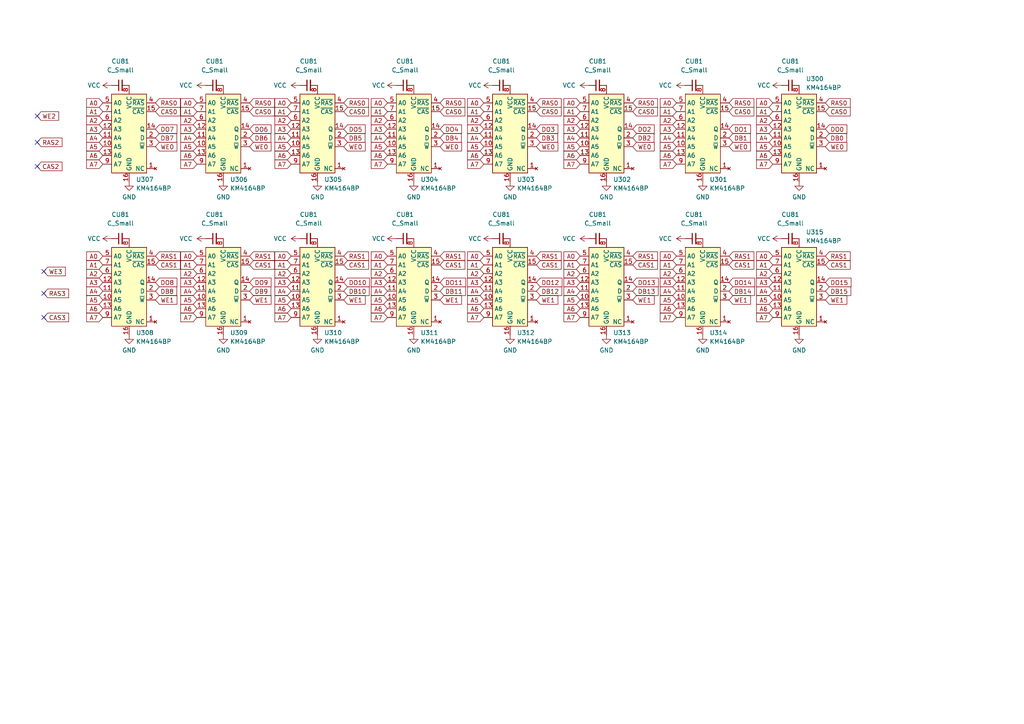
<source format=kicad_sch>
(kicad_sch (version 20230121) (generator eeschema)

  (uuid 8ca36cb7-dff7-42da-b5d4-e5fd8c9d78bf)

  (paper "A4")

  (title_block
    (title "128K RAM Section")
    (date "2023-12-06")
    (rev "1")
    (company "Apricot")
    (comment 1 "Edit: Alessio Iodice")
  )

  (lib_symbols
    (symbol "ACT-PC1:KM4164BP" (in_bom yes) (on_board yes)
      (property "Reference" "U" (at -7.62 6.35 0)
        (effects (font (size 1.27 1.27)))
      )
      (property "Value" "KM4164BP" (at -5.08 3.81 0)
        (effects (font (size 1.27 1.27)))
      )
      (property "Footprint" "Package_DIP:DIP-16_W7.62mm" (at -1.27 12.7 0)
        (effects (font (size 1.27 1.27)) hide)
      )
      (property "Datasheet" "https://pdf1.alldatasheet.com/datasheet-pdf/download/102233/SAMSUNG/KM4164B.html" (at 1.27 16.51 0)
        (effects (font (size 1.27 1.27)) hide)
      )
      (property "ki_keywords" "RAM" (at 0 0 0)
        (effects (font (size 1.27 1.27)) hide)
      )
      (property "ki_description" "NMOS RAM" (at 0 0 0)
        (effects (font (size 1.27 1.27)) hide)
      )
      (symbol "KM4164BP_0_0"
        (pin input line (at 0 -15.24 0) (length 2.54)
          (name "A5" (effects (font (size 1.27 1.27))))
          (number "10" (effects (font (size 1.27 1.27))))
        )
        (pin input line (at 0 -12.7 0) (length 2.54)
          (name "A4" (effects (font (size 1.27 1.27))))
          (number "11" (effects (font (size 1.27 1.27))))
        )
        (pin input line (at 0 -10.16 0) (length 2.54)
          (name "A3" (effects (font (size 1.27 1.27))))
          (number "12" (effects (font (size 1.27 1.27))))
        )
        (pin input line (at 0 -17.78 0) (length 2.54)
          (name "A6" (effects (font (size 1.27 1.27))))
          (number "13" (effects (font (size 1.27 1.27))))
        )
        (pin input line (at 15.24 -12.7 180) (length 2.54)
          (name "D" (effects (font (size 1.27 1.27))))
          (number "2" (effects (font (size 1.27 1.27))))
        )
        (pin bidirectional line (at 15.24 -15.24 180) (length 2.54)
          (name "~{W}" (effects (font (size 1.27 1.27))))
          (number "3" (effects (font (size 1.27 1.27))))
        )
        (pin bidirectional line (at 15.24 -2.54 180) (length 2.54)
          (name "~{RAS}" (effects (font (size 1.27 1.27))))
          (number "4" (effects (font (size 1.27 1.27))))
        )
        (pin input line (at 0 -2.54 0) (length 2.54)
          (name "A0" (effects (font (size 1.27 1.27))))
          (number "5" (effects (font (size 1.27 1.27))))
        )
        (pin input line (at 0 -5.08 0) (length 2.54)
          (name "A1" (effects (font (size 1.27 1.27))))
          (number "7" (effects (font (size 1.27 1.27))))
        )
        (pin power_in line (at 7.62 2.54 270) (length 2.54)
          (name "VCC" (effects (font (size 1.27 1.27))))
          (number "8" (effects (font (size 1.27 1.27))))
        )
        (pin input line (at 0 -20.32 0) (length 2.54)
          (name "A7" (effects (font (size 1.27 1.27))))
          (number "9" (effects (font (size 1.27 1.27))))
        )
      )
      (symbol "KM4164BP_0_1"
        (rectangle (start 2.54 0) (end 12.7 -22.86)
          (stroke (width 0) (type default))
          (fill (type none))
        )
        (rectangle (start 2.54 0) (end 12.7 -22.86)
          (stroke (width 0) (type default))
          (fill (type background))
        )
      )
      (symbol "KM4164BP_1_0"
        (pin no_connect line (at 15.24 -21.59 180) (length 2.54)
          (name "NC" (effects (font (size 1.27 1.27))))
          (number "1" (effects (font (size 1.27 1.27))))
        )
        (pin output line (at 15.24 -10.16 180) (length 2.54)
          (name "Q" (effects (font (size 1.27 1.27))))
          (number "14" (effects (font (size 1.27 1.27))))
        )
        (pin bidirectional line (at 15.24 -5.08 180) (length 2.54)
          (name "~{CAS}" (effects (font (size 1.27 1.27))))
          (number "15" (effects (font (size 1.27 1.27))))
        )
        (pin power_in line (at 7.62 -25.4 90) (length 2.54)
          (name "GND" (effects (font (size 1.27 1.27))))
          (number "16" (effects (font (size 1.27 1.27))))
        )
        (pin input line (at 0 -7.62 0) (length 2.54)
          (name "A2" (effects (font (size 1.27 1.27))))
          (number "6" (effects (font (size 1.27 1.27))))
        )
      )
    )
    (symbol "Device:C_Small" (pin_numbers hide) (pin_names (offset 0.254) hide) (in_bom yes) (on_board yes)
      (property "Reference" "C" (at 0.254 1.778 0)
        (effects (font (size 1.27 1.27)) (justify left))
      )
      (property "Value" "C_Small" (at 0.254 -2.032 0)
        (effects (font (size 1.27 1.27)) (justify left))
      )
      (property "Footprint" "" (at 0 0 0)
        (effects (font (size 1.27 1.27)) hide)
      )
      (property "Datasheet" "~" (at 0 0 0)
        (effects (font (size 1.27 1.27)) hide)
      )
      (property "ki_keywords" "capacitor cap" (at 0 0 0)
        (effects (font (size 1.27 1.27)) hide)
      )
      (property "ki_description" "Unpolarized capacitor, small symbol" (at 0 0 0)
        (effects (font (size 1.27 1.27)) hide)
      )
      (property "ki_fp_filters" "C_*" (at 0 0 0)
        (effects (font (size 1.27 1.27)) hide)
      )
      (symbol "C_Small_0_1"
        (polyline
          (pts
            (xy -1.524 -0.508)
            (xy 1.524 -0.508)
          )
          (stroke (width 0.3302) (type default))
          (fill (type none))
        )
        (polyline
          (pts
            (xy -1.524 0.508)
            (xy 1.524 0.508)
          )
          (stroke (width 0.3048) (type default))
          (fill (type none))
        )
      )
      (symbol "C_Small_1_1"
        (pin passive line (at 0 2.54 270) (length 2.032)
          (name "~" (effects (font (size 1.27 1.27))))
          (number "1" (effects (font (size 1.27 1.27))))
        )
        (pin passive line (at 0 -2.54 90) (length 2.032)
          (name "~" (effects (font (size 1.27 1.27))))
          (number "2" (effects (font (size 1.27 1.27))))
        )
      )
    )
    (symbol "power:GND" (power) (pin_names (offset 0)) (in_bom yes) (on_board yes)
      (property "Reference" "#PWR" (at 0 -6.35 0)
        (effects (font (size 1.27 1.27)) hide)
      )
      (property "Value" "GND" (at 0 -3.81 0)
        (effects (font (size 1.27 1.27)))
      )
      (property "Footprint" "" (at 0 0 0)
        (effects (font (size 1.27 1.27)) hide)
      )
      (property "Datasheet" "" (at 0 0 0)
        (effects (font (size 1.27 1.27)) hide)
      )
      (property "ki_keywords" "global power" (at 0 0 0)
        (effects (font (size 1.27 1.27)) hide)
      )
      (property "ki_description" "Power symbol creates a global label with name \"GND\" , ground" (at 0 0 0)
        (effects (font (size 1.27 1.27)) hide)
      )
      (symbol "GND_0_1"
        (polyline
          (pts
            (xy 0 0)
            (xy 0 -1.27)
            (xy 1.27 -1.27)
            (xy 0 -2.54)
            (xy -1.27 -1.27)
            (xy 0 -1.27)
          )
          (stroke (width 0) (type default))
          (fill (type none))
        )
      )
      (symbol "GND_1_1"
        (pin power_in line (at 0 0 270) (length 0) hide
          (name "GND" (effects (font (size 1.27 1.27))))
          (number "1" (effects (font (size 1.27 1.27))))
        )
      )
    )
    (symbol "power:VCC" (power) (pin_names (offset 0)) (in_bom yes) (on_board yes)
      (property "Reference" "#PWR" (at 0 -3.81 0)
        (effects (font (size 1.27 1.27)) hide)
      )
      (property "Value" "VCC" (at 0 3.81 0)
        (effects (font (size 1.27 1.27)))
      )
      (property "Footprint" "" (at 0 0 0)
        (effects (font (size 1.27 1.27)) hide)
      )
      (property "Datasheet" "" (at 0 0 0)
        (effects (font (size 1.27 1.27)) hide)
      )
      (property "ki_keywords" "global power" (at 0 0 0)
        (effects (font (size 1.27 1.27)) hide)
      )
      (property "ki_description" "Power symbol creates a global label with name \"VCC\"" (at 0 0 0)
        (effects (font (size 1.27 1.27)) hide)
      )
      (symbol "VCC_0_1"
        (polyline
          (pts
            (xy -0.762 1.27)
            (xy 0 2.54)
          )
          (stroke (width 0) (type default))
          (fill (type none))
        )
        (polyline
          (pts
            (xy 0 0)
            (xy 0 2.54)
          )
          (stroke (width 0) (type default))
          (fill (type none))
        )
        (polyline
          (pts
            (xy 0 2.54)
            (xy 0.762 1.27)
          )
          (stroke (width 0) (type default))
          (fill (type none))
        )
      )
      (symbol "VCC_1_1"
        (pin power_in line (at 0 0 90) (length 0) hide
          (name "VCC" (effects (font (size 1.27 1.27))))
          (number "1" (effects (font (size 1.27 1.27))))
        )
      )
    )
  )


  (no_connect (at 10.795 48.26) (uuid 44451cd0-414b-4e25-9e6e-c187d419f8cf))
  (no_connect (at 12.7 85.09) (uuid 4586502f-43b6-4ff9-8594-45da29f68746))
  (no_connect (at 12.7 92.075) (uuid 8fcf5f1b-cfbe-47e9-ac3a-52fce3a7954f))
  (no_connect (at 10.795 33.655) (uuid d00d508b-ffe4-488d-bb36-b62e71323347))
  (no_connect (at 10.795 41.275) (uuid f5e40629-7d5e-4604-9628-a6861cb880d2))
  (no_connect (at 12.7 78.74) (uuid fbaa9368-c231-4c0c-a988-7a40d4ace9e8))

  (global_label "A7" (shape input) (at 140.335 47.625 180) (fields_autoplaced)
    (effects (font (size 1.27 1.27)) (justify right))
    (uuid 04754d3e-fafd-425a-a4de-f658e773dbaa)
    (property "Intersheetrefs" "${INTERSHEET_REFS}" (at 135.1311 47.625 0)
      (effects (font (size 1.27 1.27)) (justify right) hide)
    )
  )
  (global_label "DO5" (shape input) (at 99.695 37.465 0) (fields_autoplaced)
    (effects (font (size 1.27 1.27)) (justify left))
    (uuid 04afd195-351f-4160-91a5-0e324c944872)
    (property "Intersheetrefs" "${INTERSHEET_REFS}" (at 106.4108 37.465 0)
      (effects (font (size 1.27 1.27)) (justify left) hide)
    )
  )
  (global_label "DB5" (shape input) (at 99.695 40.005 0) (fields_autoplaced)
    (effects (font (size 1.27 1.27)) (justify left))
    (uuid 063f1c14-3e41-463c-9b5a-a2bce0862dd2)
    (property "Intersheetrefs" "${INTERSHEET_REFS}" (at 106.3503 40.005 0)
      (effects (font (size 1.27 1.27)) (justify left) hide)
    )
  )
  (global_label "A0" (shape input) (at 196.215 29.845 180) (fields_autoplaced)
    (effects (font (size 1.27 1.27)) (justify right))
    (uuid 07ec1497-ceea-431e-9698-ea053caf126b)
    (property "Intersheetrefs" "${INTERSHEET_REFS}" (at 191.0111 29.845 0)
      (effects (font (size 1.27 1.27)) (justify right) hide)
    )
  )
  (global_label "A5" (shape input) (at 84.455 42.545 180) (fields_autoplaced)
    (effects (font (size 1.27 1.27)) (justify right))
    (uuid 0a49d76f-28aa-4a3a-9fb9-4e51e907ff96)
    (property "Intersheetrefs" "${INTERSHEET_REFS}" (at 79.2511 42.545 0)
      (effects (font (size 1.27 1.27)) (justify right) hide)
    )
  )
  (global_label "A1" (shape input) (at 57.15 32.385 180) (fields_autoplaced)
    (effects (font (size 1.27 1.27)) (justify right))
    (uuid 0ec7c7fe-1c78-46c0-89d6-c00cfa9ac935)
    (property "Intersheetrefs" "${INTERSHEET_REFS}" (at 51.9461 32.385 0)
      (effects (font (size 1.27 1.27)) (justify right) hide)
    )
  )
  (global_label "A5" (shape input) (at 112.395 42.545 180) (fields_autoplaced)
    (effects (font (size 1.27 1.27)) (justify right))
    (uuid 0f155893-cec1-44a8-8f0d-4d1acf9bf7ca)
    (property "Intersheetrefs" "${INTERSHEET_REFS}" (at 107.1911 42.545 0)
      (effects (font (size 1.27 1.27)) (justify right) hide)
    )
  )
  (global_label "A7" (shape input) (at 140.335 92.075 180) (fields_autoplaced)
    (effects (font (size 1.27 1.27)) (justify right))
    (uuid 1029149f-2eca-49a9-b90f-b3f78edb86ee)
    (property "Intersheetrefs" "${INTERSHEET_REFS}" (at 135.1311 92.075 0)
      (effects (font (size 1.27 1.27)) (justify right) hide)
    )
  )
  (global_label "A4" (shape input) (at 168.275 40.005 180) (fields_autoplaced)
    (effects (font (size 1.27 1.27)) (justify right))
    (uuid 10d0cbd5-8355-4242-9538-63c70bacd204)
    (property "Intersheetrefs" "${INTERSHEET_REFS}" (at 163.0711 40.005 0)
      (effects (font (size 1.27 1.27)) (justify right) hide)
    )
  )
  (global_label "A2" (shape input) (at 168.275 34.925 180) (fields_autoplaced)
    (effects (font (size 1.27 1.27)) (justify right))
    (uuid 114fed8d-6c36-4195-96d3-0bbf833da4fd)
    (property "Intersheetrefs" "${INTERSHEET_REFS}" (at 163.0711 34.925 0)
      (effects (font (size 1.27 1.27)) (justify right) hide)
    )
  )
  (global_label "DB9" (shape input) (at 72.39 84.455 0) (fields_autoplaced)
    (effects (font (size 1.27 1.27)) (justify left))
    (uuid 1225cb7f-ded9-4b1b-88ab-3d22c4cf8cc7)
    (property "Intersheetrefs" "${INTERSHEET_REFS}" (at 79.0453 84.455 0)
      (effects (font (size 1.27 1.27)) (justify left) hide)
    )
  )
  (global_label "A5" (shape input) (at 168.275 86.995 180) (fields_autoplaced)
    (effects (font (size 1.27 1.27)) (justify right))
    (uuid 12db3fe2-b031-4c9f-ad08-1c077c646da7)
    (property "Intersheetrefs" "${INTERSHEET_REFS}" (at 163.0711 86.995 0)
      (effects (font (size 1.27 1.27)) (justify right) hide)
    )
  )
  (global_label "A1" (shape input) (at 112.395 32.385 180) (fields_autoplaced)
    (effects (font (size 1.27 1.27)) (justify right))
    (uuid 1345131b-7290-4f9f-8c87-05d0687b232f)
    (property "Intersheetrefs" "${INTERSHEET_REFS}" (at 107.1911 32.385 0)
      (effects (font (size 1.27 1.27)) (justify right) hide)
    )
  )
  (global_label "RAS1" (shape input) (at 127.635 74.295 0) (fields_autoplaced)
    (effects (font (size 1.27 1.27)) (justify left))
    (uuid 13b2a0bd-a0e4-462e-ab5a-4e231a9e096e)
    (property "Intersheetrefs" "${INTERSHEET_REFS}" (at 135.3184 74.295 0)
      (effects (font (size 1.27 1.27)) (justify left) hide)
    )
  )
  (global_label "DO14" (shape input) (at 211.455 81.915 0) (fields_autoplaced)
    (effects (font (size 1.27 1.27)) (justify left))
    (uuid 13d03c65-2bde-466a-83ec-255e487c2cf1)
    (property "Intersheetrefs" "${INTERSHEET_REFS}" (at 218.1708 81.915 0)
      (effects (font (size 1.27 1.27)) (justify left) hide)
    )
  )
  (global_label "CAS0" (shape input) (at 239.395 32.385 0) (fields_autoplaced)
    (effects (font (size 1.27 1.27)) (justify left))
    (uuid 14482c7b-59a0-44b1-b440-0a9b1c0c6385)
    (property "Intersheetrefs" "${INTERSHEET_REFS}" (at 247.0784 32.385 0)
      (effects (font (size 1.27 1.27)) (justify left) hide)
    )
  )
  (global_label "A1" (shape input) (at 196.215 32.385 180) (fields_autoplaced)
    (effects (font (size 1.27 1.27)) (justify right))
    (uuid 14c126b1-2c21-4d6d-910f-89703512b09e)
    (property "Intersheetrefs" "${INTERSHEET_REFS}" (at 191.0111 32.385 0)
      (effects (font (size 1.27 1.27)) (justify right) hide)
    )
  )
  (global_label "A7" (shape input) (at 84.455 92.075 180) (fields_autoplaced)
    (effects (font (size 1.27 1.27)) (justify right))
    (uuid 159570b4-d43a-4788-b5e4-0768ecf6c684)
    (property "Intersheetrefs" "${INTERSHEET_REFS}" (at 79.2511 92.075 0)
      (effects (font (size 1.27 1.27)) (justify right) hide)
    )
  )
  (global_label "A3" (shape input) (at 140.335 37.465 180) (fields_autoplaced)
    (effects (font (size 1.27 1.27)) (justify right))
    (uuid 17140b37-a945-4b9d-a927-e86e06bafc74)
    (property "Intersheetrefs" "${INTERSHEET_REFS}" (at 135.1311 37.465 0)
      (effects (font (size 1.27 1.27)) (justify right) hide)
    )
  )
  (global_label "WE0" (shape input) (at 183.515 42.545 0) (fields_autoplaced)
    (effects (font (size 1.27 1.27)) (justify left))
    (uuid 17c62866-4733-43dd-8684-8a5f98979b67)
    (property "Intersheetrefs" "${INTERSHEET_REFS}" (at 190.2307 42.545 0)
      (effects (font (size 1.27 1.27)) (justify left) hide)
    )
  )
  (global_label "WE1" (shape input) (at 72.39 86.995 0) (fields_autoplaced)
    (effects (font (size 1.27 1.27)) (justify left))
    (uuid 1893e9ee-b900-4cdf-af87-de3ae1cf0e9a)
    (property "Intersheetrefs" "${INTERSHEET_REFS}" (at 79.1057 86.995 0)
      (effects (font (size 1.27 1.27)) (justify left) hide)
    )
  )
  (global_label "A0" (shape input) (at 140.335 74.295 180) (fields_autoplaced)
    (effects (font (size 1.27 1.27)) (justify right))
    (uuid 1a552a01-13dd-4cb1-922e-92e1ec726b02)
    (property "Intersheetrefs" "${INTERSHEET_REFS}" (at 135.1311 74.295 0)
      (effects (font (size 1.27 1.27)) (justify right) hide)
    )
  )
  (global_label "A5" (shape input) (at 29.845 86.995 180) (fields_autoplaced)
    (effects (font (size 1.27 1.27)) (justify right))
    (uuid 1a822652-4d36-448f-b2b5-dadc3c964a98)
    (property "Intersheetrefs" "${INTERSHEET_REFS}" (at 24.6411 86.995 0)
      (effects (font (size 1.27 1.27)) (justify right) hide)
    )
  )
  (global_label "A6" (shape input) (at 84.455 45.085 180) (fields_autoplaced)
    (effects (font (size 1.27 1.27)) (justify right))
    (uuid 1ad71ea7-01fc-4ec8-bcd5-fbcc52ee5a2b)
    (property "Intersheetrefs" "${INTERSHEET_REFS}" (at 79.2511 45.085 0)
      (effects (font (size 1.27 1.27)) (justify right) hide)
    )
  )
  (global_label "A3" (shape input) (at 29.845 37.465 180) (fields_autoplaced)
    (effects (font (size 1.27 1.27)) (justify right))
    (uuid 1ca079a4-960d-4be5-9088-088e3d2da110)
    (property "Intersheetrefs" "${INTERSHEET_REFS}" (at 24.6411 37.465 0)
      (effects (font (size 1.27 1.27)) (justify right) hide)
    )
  )
  (global_label "A0" (shape input) (at 57.15 29.845 180) (fields_autoplaced)
    (effects (font (size 1.27 1.27)) (justify right))
    (uuid 1e44c667-29b9-4f53-9b31-221b70128018)
    (property "Intersheetrefs" "${INTERSHEET_REFS}" (at 51.9461 29.845 0)
      (effects (font (size 1.27 1.27)) (justify right) hide)
    )
  )
  (global_label "A4" (shape input) (at 57.15 40.005 180) (fields_autoplaced)
    (effects (font (size 1.27 1.27)) (justify right))
    (uuid 1e48ea2e-0eac-4e39-8497-d76162d1db69)
    (property "Intersheetrefs" "${INTERSHEET_REFS}" (at 51.9461 40.005 0)
      (effects (font (size 1.27 1.27)) (justify right) hide)
    )
  )
  (global_label "A4" (shape input) (at 224.155 40.005 180) (fields_autoplaced)
    (effects (font (size 1.27 1.27)) (justify right))
    (uuid 1f6b94bb-0c9c-42bf-b606-954c0ea908cc)
    (property "Intersheetrefs" "${INTERSHEET_REFS}" (at 218.9511 40.005 0)
      (effects (font (size 1.27 1.27)) (justify right) hide)
    )
  )
  (global_label "CAS1" (shape input) (at 211.455 76.835 0) (fields_autoplaced)
    (effects (font (size 1.27 1.27)) (justify left))
    (uuid 203729e4-9f49-4e66-a3d4-53f04128147b)
    (property "Intersheetrefs" "${INTERSHEET_REFS}" (at 219.1384 76.835 0)
      (effects (font (size 1.27 1.27)) (justify left) hide)
    )
  )
  (global_label "A4" (shape input) (at 196.215 84.455 180) (fields_autoplaced)
    (effects (font (size 1.27 1.27)) (justify right))
    (uuid 21c44b83-e9d1-45e1-86e2-da93c9ff63ee)
    (property "Intersheetrefs" "${INTERSHEET_REFS}" (at 191.0111 84.455 0)
      (effects (font (size 1.27 1.27)) (justify right) hide)
    )
  )
  (global_label "A5" (shape input) (at 224.155 86.995 180) (fields_autoplaced)
    (effects (font (size 1.27 1.27)) (justify right))
    (uuid 22cf546a-0432-4935-9623-acf9ad8fa6b4)
    (property "Intersheetrefs" "${INTERSHEET_REFS}" (at 218.9511 86.995 0)
      (effects (font (size 1.27 1.27)) (justify right) hide)
    )
  )
  (global_label "DO4" (shape input) (at 127.635 37.465 0) (fields_autoplaced)
    (effects (font (size 1.27 1.27)) (justify left))
    (uuid 23bfc818-a929-42f2-b618-26db4f8b600a)
    (property "Intersheetrefs" "${INTERSHEET_REFS}" (at 134.3508 37.465 0)
      (effects (font (size 1.27 1.27)) (justify left) hide)
    )
  )
  (global_label "WE0" (shape input) (at 72.39 42.545 0) (fields_autoplaced)
    (effects (font (size 1.27 1.27)) (justify left))
    (uuid 2476f302-ee37-4a96-acd5-bc5953b817f7)
    (property "Intersheetrefs" "${INTERSHEET_REFS}" (at 79.1057 42.545 0)
      (effects (font (size 1.27 1.27)) (justify left) hide)
    )
  )
  (global_label "A1" (shape input) (at 112.395 76.835 180) (fields_autoplaced)
    (effects (font (size 1.27 1.27)) (justify right))
    (uuid 26d408ea-5c2d-4011-9a73-6b4e6d8735da)
    (property "Intersheetrefs" "${INTERSHEET_REFS}" (at 107.1911 76.835 0)
      (effects (font (size 1.27 1.27)) (justify right) hide)
    )
  )
  (global_label "A1" (shape input) (at 29.845 76.835 180) (fields_autoplaced)
    (effects (font (size 1.27 1.27)) (justify right))
    (uuid 2a5f2f55-8bdd-4be4-912f-0ed30fc3d80f)
    (property "Intersheetrefs" "${INTERSHEET_REFS}" (at 24.6411 76.835 0)
      (effects (font (size 1.27 1.27)) (justify right) hide)
    )
  )
  (global_label "DB12" (shape input) (at 155.575 84.455 0) (fields_autoplaced)
    (effects (font (size 1.27 1.27)) (justify left))
    (uuid 2c22bf29-f338-4d6f-9a78-9d63415edb44)
    (property "Intersheetrefs" "${INTERSHEET_REFS}" (at 162.2303 84.455 0)
      (effects (font (size 1.27 1.27)) (justify left) hide)
    )
  )
  (global_label "WE0" (shape input) (at 155.575 42.545 0) (fields_autoplaced)
    (effects (font (size 1.27 1.27)) (justify left))
    (uuid 2cb58877-d8db-42a6-af50-b50ad263fa57)
    (property "Intersheetrefs" "${INTERSHEET_REFS}" (at 162.2907 42.545 0)
      (effects (font (size 1.27 1.27)) (justify left) hide)
    )
  )
  (global_label "A7" (shape input) (at 112.395 92.075 180) (fields_autoplaced)
    (effects (font (size 1.27 1.27)) (justify right))
    (uuid 2db7b62c-1cc6-4277-8d3e-8a3a59b9feb8)
    (property "Intersheetrefs" "${INTERSHEET_REFS}" (at 107.1911 92.075 0)
      (effects (font (size 1.27 1.27)) (justify right) hide)
    )
  )
  (global_label "A6" (shape input) (at 29.845 89.535 180) (fields_autoplaced)
    (effects (font (size 1.27 1.27)) (justify right))
    (uuid 2f279a21-f1f5-4b17-8dc6-4aa88a4151f2)
    (property "Intersheetrefs" "${INTERSHEET_REFS}" (at 24.6411 89.535 0)
      (effects (font (size 1.27 1.27)) (justify right) hide)
    )
  )
  (global_label "DO8" (shape input) (at 45.085 81.915 0) (fields_autoplaced)
    (effects (font (size 1.27 1.27)) (justify left))
    (uuid 2f6f496e-e755-467d-8da2-d091cedc0eee)
    (property "Intersheetrefs" "${INTERSHEET_REFS}" (at 51.8008 81.915 0)
      (effects (font (size 1.27 1.27)) (justify left) hide)
    )
  )
  (global_label "DB14" (shape input) (at 211.455 84.455 0) (fields_autoplaced)
    (effects (font (size 1.27 1.27)) (justify left))
    (uuid 2fbbc729-f3ee-4226-870b-9c73451f75c0)
    (property "Intersheetrefs" "${INTERSHEET_REFS}" (at 218.1103 84.455 0)
      (effects (font (size 1.27 1.27)) (justify left) hide)
    )
  )
  (global_label "RAS0" (shape input) (at 127.635 29.845 0) (fields_autoplaced)
    (effects (font (size 1.27 1.27)) (justify left))
    (uuid 30b024c8-3cfc-4cb7-9391-a51dc44eabf0)
    (property "Intersheetrefs" "${INTERSHEET_REFS}" (at 135.3184 29.845 0)
      (effects (font (size 1.27 1.27)) (justify left) hide)
    )
  )
  (global_label "A0" (shape input) (at 168.275 74.295 180) (fields_autoplaced)
    (effects (font (size 1.27 1.27)) (justify right))
    (uuid 365075e9-72c3-4603-8e2e-bcb1d3b8d05a)
    (property "Intersheetrefs" "${INTERSHEET_REFS}" (at 163.0711 74.295 0)
      (effects (font (size 1.27 1.27)) (justify right) hide)
    )
  )
  (global_label "A6" (shape input) (at 196.215 89.535 180) (fields_autoplaced)
    (effects (font (size 1.27 1.27)) (justify right))
    (uuid 379afee8-e2bc-49da-932b-9219ff6d5b52)
    (property "Intersheetrefs" "${INTERSHEET_REFS}" (at 191.0111 89.535 0)
      (effects (font (size 1.27 1.27)) (justify right) hide)
    )
  )
  (global_label "A6" (shape input) (at 112.395 45.085 180) (fields_autoplaced)
    (effects (font (size 1.27 1.27)) (justify right))
    (uuid 39a25acb-9b28-4379-a1ee-9a9269b78b90)
    (property "Intersheetrefs" "${INTERSHEET_REFS}" (at 107.1911 45.085 0)
      (effects (font (size 1.27 1.27)) (justify right) hide)
    )
  )
  (global_label "A7" (shape input) (at 224.155 92.075 180) (fields_autoplaced)
    (effects (font (size 1.27 1.27)) (justify right))
    (uuid 3a94693b-5a3d-4504-8c50-de02ea96468e)
    (property "Intersheetrefs" "${INTERSHEET_REFS}" (at 218.9511 92.075 0)
      (effects (font (size 1.27 1.27)) (justify right) hide)
    )
  )
  (global_label "A2" (shape input) (at 168.275 79.375 180) (fields_autoplaced)
    (effects (font (size 1.27 1.27)) (justify right))
    (uuid 3ac81cda-20a2-4c68-8d64-1044749fc986)
    (property "Intersheetrefs" "${INTERSHEET_REFS}" (at 163.0711 79.375 0)
      (effects (font (size 1.27 1.27)) (justify right) hide)
    )
  )
  (global_label "WE1" (shape input) (at 155.575 86.995 0) (fields_autoplaced)
    (effects (font (size 1.27 1.27)) (justify left))
    (uuid 3b41a21a-9a9f-463e-aabc-4cad8cea0147)
    (property "Intersheetrefs" "${INTERSHEET_REFS}" (at 162.2907 86.995 0)
      (effects (font (size 1.27 1.27)) (justify left) hide)
    )
  )
  (global_label "DB6" (shape input) (at 72.39 40.005 0) (fields_autoplaced)
    (effects (font (size 1.27 1.27)) (justify left))
    (uuid 3ca84c25-0689-4aec-8ebf-6609da3fbee3)
    (property "Intersheetrefs" "${INTERSHEET_REFS}" (at 79.0453 40.005 0)
      (effects (font (size 1.27 1.27)) (justify left) hide)
    )
  )
  (global_label "WE1" (shape input) (at 211.455 86.995 0) (fields_autoplaced)
    (effects (font (size 1.27 1.27)) (justify left))
    (uuid 3e25b105-73bc-487a-be5f-23c5ab9f7ad5)
    (property "Intersheetrefs" "${INTERSHEET_REFS}" (at 218.1707 86.995 0)
      (effects (font (size 1.27 1.27)) (justify left) hide)
    )
  )
  (global_label "CAS1" (shape input) (at 45.085 76.835 0) (fields_autoplaced)
    (effects (font (size 1.27 1.27)) (justify left))
    (uuid 3feb7c9c-236e-464b-bd6b-4000801b6cf3)
    (property "Intersheetrefs" "${INTERSHEET_REFS}" (at 52.7684 76.835 0)
      (effects (font (size 1.27 1.27)) (justify left) hide)
    )
  )
  (global_label "DB2" (shape input) (at 183.515 40.005 0) (fields_autoplaced)
    (effects (font (size 1.27 1.27)) (justify left))
    (uuid 3fef94ed-3ffd-42f6-a3f3-849b67fb47e4)
    (property "Intersheetrefs" "${INTERSHEET_REFS}" (at 190.1703 40.005 0)
      (effects (font (size 1.27 1.27)) (justify left) hide)
    )
  )
  (global_label "A7" (shape input) (at 168.275 47.625 180) (fields_autoplaced)
    (effects (font (size 1.27 1.27)) (justify right))
    (uuid 43451c38-edbe-42fc-b0bf-5a0f823cb3f1)
    (property "Intersheetrefs" "${INTERSHEET_REFS}" (at 163.0711 47.625 0)
      (effects (font (size 1.27 1.27)) (justify right) hide)
    )
  )
  (global_label "A1" (shape input) (at 196.215 76.835 180) (fields_autoplaced)
    (effects (font (size 1.27 1.27)) (justify right))
    (uuid 451a52dc-fa0b-4e9c-8472-95920ae8378c)
    (property "Intersheetrefs" "${INTERSHEET_REFS}" (at 191.0111 76.835 0)
      (effects (font (size 1.27 1.27)) (justify right) hide)
    )
  )
  (global_label "CAS1" (shape input) (at 99.695 76.835 0) (fields_autoplaced)
    (effects (font (size 1.27 1.27)) (justify left))
    (uuid 456f52bc-67ee-4658-97b5-514d64724fb7)
    (property "Intersheetrefs" "${INTERSHEET_REFS}" (at 107.3784 76.835 0)
      (effects (font (size 1.27 1.27)) (justify left) hide)
    )
  )
  (global_label "A2" (shape input) (at 29.845 34.925 180) (fields_autoplaced)
    (effects (font (size 1.27 1.27)) (justify right))
    (uuid 45aa2f61-5bed-4ea2-8571-521e3006cefa)
    (property "Intersheetrefs" "${INTERSHEET_REFS}" (at 24.6411 34.925 0)
      (effects (font (size 1.27 1.27)) (justify right) hide)
    )
  )
  (global_label "A1" (shape input) (at 29.845 32.385 180) (fields_autoplaced)
    (effects (font (size 1.27 1.27)) (justify right))
    (uuid 460fec02-f667-4f72-846f-8673013aea1f)
    (property "Intersheetrefs" "${INTERSHEET_REFS}" (at 24.6411 32.385 0)
      (effects (font (size 1.27 1.27)) (justify right) hide)
    )
  )
  (global_label "RAS1" (shape input) (at 155.575 74.295 0) (fields_autoplaced)
    (effects (font (size 1.27 1.27)) (justify left))
    (uuid 46373246-01dd-4624-bd59-32c812766ab9)
    (property "Intersheetrefs" "${INTERSHEET_REFS}" (at 163.2584 74.295 0)
      (effects (font (size 1.27 1.27)) (justify left) hide)
    )
  )
  (global_label "A0" (shape input) (at 196.215 74.295 180) (fields_autoplaced)
    (effects (font (size 1.27 1.27)) (justify right))
    (uuid 493c63c4-5952-4e1f-8daa-ba7e882bc6a4)
    (property "Intersheetrefs" "${INTERSHEET_REFS}" (at 191.0111 74.295 0)
      (effects (font (size 1.27 1.27)) (justify right) hide)
    )
  )
  (global_label "A3" (shape input) (at 168.275 81.915 180) (fields_autoplaced)
    (effects (font (size 1.27 1.27)) (justify right))
    (uuid 49eec93d-b3ad-4bfd-a994-83c1fdc08320)
    (property "Intersheetrefs" "${INTERSHEET_REFS}" (at 163.0711 81.915 0)
      (effects (font (size 1.27 1.27)) (justify right) hide)
    )
  )
  (global_label "A3" (shape input) (at 140.335 81.915 180) (fields_autoplaced)
    (effects (font (size 1.27 1.27)) (justify right))
    (uuid 4cab2a26-954e-4a16-8569-ea7d71484cce)
    (property "Intersheetrefs" "${INTERSHEET_REFS}" (at 135.1311 81.915 0)
      (effects (font (size 1.27 1.27)) (justify right) hide)
    )
  )
  (global_label "A2" (shape input) (at 84.455 34.925 180) (fields_autoplaced)
    (effects (font (size 1.27 1.27)) (justify right))
    (uuid 4d033e6a-79e3-4341-a3b7-f06e4026a81e)
    (property "Intersheetrefs" "${INTERSHEET_REFS}" (at 79.2511 34.925 0)
      (effects (font (size 1.27 1.27)) (justify right) hide)
    )
  )
  (global_label "A3" (shape input) (at 57.15 37.465 180) (fields_autoplaced)
    (effects (font (size 1.27 1.27)) (justify right))
    (uuid 4d4956fc-1683-4f58-a0be-287f06744544)
    (property "Intersheetrefs" "${INTERSHEET_REFS}" (at 51.9461 37.465 0)
      (effects (font (size 1.27 1.27)) (justify right) hide)
    )
  )
  (global_label "RAS0" (shape input) (at 155.575 29.845 0) (fields_autoplaced)
    (effects (font (size 1.27 1.27)) (justify left))
    (uuid 4d950d75-aa7a-414d-ae45-b30e1bcb5df0)
    (property "Intersheetrefs" "${INTERSHEET_REFS}" (at 163.2584 29.845 0)
      (effects (font (size 1.27 1.27)) (justify left) hide)
    )
  )
  (global_label "A1" (shape input) (at 140.335 32.385 180) (fields_autoplaced)
    (effects (font (size 1.27 1.27)) (justify right))
    (uuid 4dc57a10-4706-4946-abdf-5b145d34244e)
    (property "Intersheetrefs" "${INTERSHEET_REFS}" (at 135.1311 32.385 0)
      (effects (font (size 1.27 1.27)) (justify right) hide)
    )
  )
  (global_label "RAS0" (shape input) (at 72.39 29.845 0) (fields_autoplaced)
    (effects (font (size 1.27 1.27)) (justify left))
    (uuid 4f34192b-8825-4c76-8a34-8256c97d256e)
    (property "Intersheetrefs" "${INTERSHEET_REFS}" (at 80.0734 29.845 0)
      (effects (font (size 1.27 1.27)) (justify left) hide)
    )
  )
  (global_label "DO9" (shape input) (at 72.39 81.915 0) (fields_autoplaced)
    (effects (font (size 1.27 1.27)) (justify left))
    (uuid 4f348a88-5874-44fd-9855-cd80ed5fe295)
    (property "Intersheetrefs" "${INTERSHEET_REFS}" (at 79.1058 81.915 0)
      (effects (font (size 1.27 1.27)) (justify left) hide)
    )
  )
  (global_label "A1" (shape input) (at 57.15 76.835 180) (fields_autoplaced)
    (effects (font (size 1.27 1.27)) (justify right))
    (uuid 501778ae-facf-41af-b102-e922c9c04e0a)
    (property "Intersheetrefs" "${INTERSHEET_REFS}" (at 51.9461 76.835 0)
      (effects (font (size 1.27 1.27)) (justify right) hide)
    )
  )
  (global_label "CAS1" (shape input) (at 183.515 76.835 0) (fields_autoplaced)
    (effects (font (size 1.27 1.27)) (justify left))
    (uuid 5030318c-f462-43bc-afc8-a606c5ffdb34)
    (property "Intersheetrefs" "${INTERSHEET_REFS}" (at 191.1984 76.835 0)
      (effects (font (size 1.27 1.27)) (justify left) hide)
    )
  )
  (global_label "A5" (shape input) (at 196.215 42.545 180) (fields_autoplaced)
    (effects (font (size 1.27 1.27)) (justify right))
    (uuid 5155874e-976f-4d8c-993f-1cf565064732)
    (property "Intersheetrefs" "${INTERSHEET_REFS}" (at 191.0111 42.545 0)
      (effects (font (size 1.27 1.27)) (justify right) hide)
    )
  )
  (global_label "CAS3" (shape input) (at 12.7 92.075 0) (fields_autoplaced)
    (effects (font (size 1.27 1.27)) (justify left))
    (uuid 525bf513-7b60-4c89-8cab-c2b47527958c)
    (property "Intersheetrefs" "${INTERSHEET_REFS}" (at 20.3834 92.075 0)
      (effects (font (size 1.27 1.27)) (justify left) hide)
    )
  )
  (global_label "A7" (shape input) (at 224.155 47.625 180) (fields_autoplaced)
    (effects (font (size 1.27 1.27)) (justify right))
    (uuid 535a4de4-cd1b-40a3-a44f-c134c9fa57cc)
    (property "Intersheetrefs" "${INTERSHEET_REFS}" (at 218.9511 47.625 0)
      (effects (font (size 1.27 1.27)) (justify right) hide)
    )
  )
  (global_label "A0" (shape input) (at 140.335 29.845 180) (fields_autoplaced)
    (effects (font (size 1.27 1.27)) (justify right))
    (uuid 53d40fb8-32dd-4303-9080-6959957b9b5d)
    (property "Intersheetrefs" "${INTERSHEET_REFS}" (at 135.1311 29.845 0)
      (effects (font (size 1.27 1.27)) (justify right) hide)
    )
  )
  (global_label "DB4" (shape input) (at 127.635 40.005 0) (fields_autoplaced)
    (effects (font (size 1.27 1.27)) (justify left))
    (uuid 54ec507a-0d5f-4668-87af-61384f0f890c)
    (property "Intersheetrefs" "${INTERSHEET_REFS}" (at 134.2903 40.005 0)
      (effects (font (size 1.27 1.27)) (justify left) hide)
    )
  )
  (global_label "RAS0" (shape input) (at 211.455 29.845 0) (fields_autoplaced)
    (effects (font (size 1.27 1.27)) (justify left))
    (uuid 556dd980-3ece-445b-b44c-6cb88e3c5ede)
    (property "Intersheetrefs" "${INTERSHEET_REFS}" (at 219.1384 29.845 0)
      (effects (font (size 1.27 1.27)) (justify left) hide)
    )
  )
  (global_label "A0" (shape input) (at 112.395 29.845 180) (fields_autoplaced)
    (effects (font (size 1.27 1.27)) (justify right))
    (uuid 55d76b0a-6946-4d8a-8312-5bde16932290)
    (property "Intersheetrefs" "${INTERSHEET_REFS}" (at 107.1911 29.845 0)
      (effects (font (size 1.27 1.27)) (justify right) hide)
    )
  )
  (global_label "DB3" (shape input) (at 155.575 40.005 0) (fields_autoplaced)
    (effects (font (size 1.27 1.27)) (justify left))
    (uuid 583e1bde-789c-4151-a7c3-b389d9428bcf)
    (property "Intersheetrefs" "${INTERSHEET_REFS}" (at 162.2303 40.005 0)
      (effects (font (size 1.27 1.27)) (justify left) hide)
    )
  )
  (global_label "A7" (shape input) (at 57.15 47.625 180) (fields_autoplaced)
    (effects (font (size 1.27 1.27)) (justify right))
    (uuid 58ac458f-25fb-453a-9186-e75e441f4b37)
    (property "Intersheetrefs" "${INTERSHEET_REFS}" (at 51.9461 47.625 0)
      (effects (font (size 1.27 1.27)) (justify right) hide)
    )
  )
  (global_label "A5" (shape input) (at 224.155 42.545 180) (fields_autoplaced)
    (effects (font (size 1.27 1.27)) (justify right))
    (uuid 58eeee16-4137-4e5b-8364-2e581b285cfe)
    (property "Intersheetrefs" "${INTERSHEET_REFS}" (at 218.9511 42.545 0)
      (effects (font (size 1.27 1.27)) (justify right) hide)
    )
  )
  (global_label "DO3" (shape input) (at 155.575 37.465 0) (fields_autoplaced)
    (effects (font (size 1.27 1.27)) (justify left))
    (uuid 59715866-fc7f-4352-8415-ae6409ff150c)
    (property "Intersheetrefs" "${INTERSHEET_REFS}" (at 162.2908 37.465 0)
      (effects (font (size 1.27 1.27)) (justify left) hide)
    )
  )
  (global_label "A0" (shape input) (at 29.845 74.295 180) (fields_autoplaced)
    (effects (font (size 1.27 1.27)) (justify right))
    (uuid 5bbf65af-cbce-468f-83e7-51b9fe4d84f6)
    (property "Intersheetrefs" "${INTERSHEET_REFS}" (at 24.6411 74.295 0)
      (effects (font (size 1.27 1.27)) (justify right) hide)
    )
  )
  (global_label "A3" (shape input) (at 168.275 37.465 180) (fields_autoplaced)
    (effects (font (size 1.27 1.27)) (justify right))
    (uuid 5c1075f8-430b-4d7d-8073-8127550f26cb)
    (property "Intersheetrefs" "${INTERSHEET_REFS}" (at 163.0711 37.465 0)
      (effects (font (size 1.27 1.27)) (justify right) hide)
    )
  )
  (global_label "RAS0" (shape input) (at 99.695 29.845 0) (fields_autoplaced)
    (effects (font (size 1.27 1.27)) (justify left))
    (uuid 5c438772-6b1b-4c92-805c-a74ca039cb67)
    (property "Intersheetrefs" "${INTERSHEET_REFS}" (at 107.3784 29.845 0)
      (effects (font (size 1.27 1.27)) (justify left) hide)
    )
  )
  (global_label "A2" (shape input) (at 224.155 34.925 180) (fields_autoplaced)
    (effects (font (size 1.27 1.27)) (justify right))
    (uuid 5ec80147-baff-43ef-891f-e5789c1064fb)
    (property "Intersheetrefs" "${INTERSHEET_REFS}" (at 218.9511 34.925 0)
      (effects (font (size 1.27 1.27)) (justify right) hide)
    )
  )
  (global_label "A5" (shape input) (at 84.455 86.995 180) (fields_autoplaced)
    (effects (font (size 1.27 1.27)) (justify right))
    (uuid 5ed62acd-434f-49a7-8b1c-0271cd26c71a)
    (property "Intersheetrefs" "${INTERSHEET_REFS}" (at 79.2511 86.995 0)
      (effects (font (size 1.27 1.27)) (justify right) hide)
    )
  )
  (global_label "A5" (shape input) (at 29.845 42.545 180) (fields_autoplaced)
    (effects (font (size 1.27 1.27)) (justify right))
    (uuid 6077b199-51a3-41ab-b794-d8681e56718c)
    (property "Intersheetrefs" "${INTERSHEET_REFS}" (at 24.6411 42.545 0)
      (effects (font (size 1.27 1.27)) (justify right) hide)
    )
  )
  (global_label "A3" (shape input) (at 224.155 81.915 180) (fields_autoplaced)
    (effects (font (size 1.27 1.27)) (justify right))
    (uuid 61f41ec4-fb27-4b22-b3cc-9ed7d37dbcc8)
    (property "Intersheetrefs" "${INTERSHEET_REFS}" (at 218.9511 81.915 0)
      (effects (font (size 1.27 1.27)) (justify right) hide)
    )
  )
  (global_label "A5" (shape input) (at 140.335 86.995 180) (fields_autoplaced)
    (effects (font (size 1.27 1.27)) (justify right))
    (uuid 6200ac8b-8b5d-4656-b375-a5b8efe394e9)
    (property "Intersheetrefs" "${INTERSHEET_REFS}" (at 135.1311 86.995 0)
      (effects (font (size 1.27 1.27)) (justify right) hide)
    )
  )
  (global_label "WE1" (shape input) (at 99.695 86.995 0) (fields_autoplaced)
    (effects (font (size 1.27 1.27)) (justify left))
    (uuid 62138845-0e8a-439f-bc5b-5cdfecfc3cd7)
    (property "Intersheetrefs" "${INTERSHEET_REFS}" (at 106.4107 86.995 0)
      (effects (font (size 1.27 1.27)) (justify left) hide)
    )
  )
  (global_label "A2" (shape input) (at 112.395 34.925 180) (fields_autoplaced)
    (effects (font (size 1.27 1.27)) (justify right))
    (uuid 63218941-d50c-4596-8337-fccc5fb5fa4e)
    (property "Intersheetrefs" "${INTERSHEET_REFS}" (at 107.1911 34.925 0)
      (effects (font (size 1.27 1.27)) (justify right) hide)
    )
  )
  (global_label "A4" (shape input) (at 224.155 84.455 180) (fields_autoplaced)
    (effects (font (size 1.27 1.27)) (justify right))
    (uuid 643258db-55cc-4a51-8253-95ea271ee552)
    (property "Intersheetrefs" "${INTERSHEET_REFS}" (at 218.9511 84.455 0)
      (effects (font (size 1.27 1.27)) (justify right) hide)
    )
  )
  (global_label "A4" (shape input) (at 57.15 84.455 180) (fields_autoplaced)
    (effects (font (size 1.27 1.27)) (justify right))
    (uuid 668afd74-1e03-48a0-9fbb-06d38ea4559d)
    (property "Intersheetrefs" "${INTERSHEET_REFS}" (at 51.9461 84.455 0)
      (effects (font (size 1.27 1.27)) (justify right) hide)
    )
  )
  (global_label "A1" (shape input) (at 84.455 76.835 180) (fields_autoplaced)
    (effects (font (size 1.27 1.27)) (justify right))
    (uuid 691218a1-cc07-4da1-99cd-750061d27b85)
    (property "Intersheetrefs" "${INTERSHEET_REFS}" (at 79.2511 76.835 0)
      (effects (font (size 1.27 1.27)) (justify right) hide)
    )
  )
  (global_label "A4" (shape input) (at 84.455 40.005 180) (fields_autoplaced)
    (effects (font (size 1.27 1.27)) (justify right))
    (uuid 6960478f-3450-4d58-a47b-3c2f81db0acd)
    (property "Intersheetrefs" "${INTERSHEET_REFS}" (at 79.2511 40.005 0)
      (effects (font (size 1.27 1.27)) (justify right) hide)
    )
  )
  (global_label "DO6" (shape input) (at 72.39 37.465 0) (fields_autoplaced)
    (effects (font (size 1.27 1.27)) (justify left))
    (uuid 6a19f90e-7d60-438b-b364-6336d42693f6)
    (property "Intersheetrefs" "${INTERSHEET_REFS}" (at 79.1058 37.465 0)
      (effects (font (size 1.27 1.27)) (justify left) hide)
    )
  )
  (global_label "WE0" (shape input) (at 45.085 42.545 0) (fields_autoplaced)
    (effects (font (size 1.27 1.27)) (justify left))
    (uuid 6a6d956f-e1b5-44c9-b2fd-6a71ae37cffb)
    (property "Intersheetrefs" "${INTERSHEET_REFS}" (at 51.8007 42.545 0)
      (effects (font (size 1.27 1.27)) (justify left) hide)
    )
  )
  (global_label "A2" (shape input) (at 112.395 79.375 180) (fields_autoplaced)
    (effects (font (size 1.27 1.27)) (justify right))
    (uuid 6c6ff41c-8942-4f14-a312-d3579122167b)
    (property "Intersheetrefs" "${INTERSHEET_REFS}" (at 107.1911 79.375 0)
      (effects (font (size 1.27 1.27)) (justify right) hide)
    )
  )
  (global_label "A3" (shape input) (at 84.455 37.465 180) (fields_autoplaced)
    (effects (font (size 1.27 1.27)) (justify right))
    (uuid 6ec636d8-cd43-4f8b-ac43-f097870cf6ff)
    (property "Intersheetrefs" "${INTERSHEET_REFS}" (at 79.2511 37.465 0)
      (effects (font (size 1.27 1.27)) (justify right) hide)
    )
  )
  (global_label "RAS1" (shape input) (at 239.395 74.295 0) (fields_autoplaced)
    (effects (font (size 1.27 1.27)) (justify left))
    (uuid 6f0f1ecc-3d17-4b4d-bbdd-6272e198f8bb)
    (property "Intersheetrefs" "${INTERSHEET_REFS}" (at 247.0784 74.295 0)
      (effects (font (size 1.27 1.27)) (justify left) hide)
    )
  )
  (global_label "CAS1" (shape input) (at 155.575 76.835 0) (fields_autoplaced)
    (effects (font (size 1.27 1.27)) (justify left))
    (uuid 6fcd4a8a-307b-429f-a1d3-d9065a796e86)
    (property "Intersheetrefs" "${INTERSHEET_REFS}" (at 163.2584 76.835 0)
      (effects (font (size 1.27 1.27)) (justify left) hide)
    )
  )
  (global_label "DB1" (shape input) (at 211.455 40.005 0) (fields_autoplaced)
    (effects (font (size 1.27 1.27)) (justify left))
    (uuid 6fd77ba7-face-4d82-99a2-defab3fc6e32)
    (property "Intersheetrefs" "${INTERSHEET_REFS}" (at 218.1103 40.005 0)
      (effects (font (size 1.27 1.27)) (justify left) hide)
    )
  )
  (global_label "WE0" (shape input) (at 211.455 42.545 0) (fields_autoplaced)
    (effects (font (size 1.27 1.27)) (justify left))
    (uuid 710b98a3-088b-4d11-bd83-9095efeb1e94)
    (property "Intersheetrefs" "${INTERSHEET_REFS}" (at 218.1707 42.545 0)
      (effects (font (size 1.27 1.27)) (justify left) hide)
    )
  )
  (global_label "WE0" (shape input) (at 127.635 42.545 0) (fields_autoplaced)
    (effects (font (size 1.27 1.27)) (justify left))
    (uuid 713c7f74-795a-443b-b32f-d762c5adcdb5)
    (property "Intersheetrefs" "${INTERSHEET_REFS}" (at 134.3507 42.545 0)
      (effects (font (size 1.27 1.27)) (justify left) hide)
    )
  )
  (global_label "RAS0" (shape input) (at 183.515 29.845 0) (fields_autoplaced)
    (effects (font (size 1.27 1.27)) (justify left))
    (uuid 715ced1d-6784-43b8-98dd-a0a4208b942e)
    (property "Intersheetrefs" "${INTERSHEET_REFS}" (at 191.1984 29.845 0)
      (effects (font (size 1.27 1.27)) (justify left) hide)
    )
  )
  (global_label "A2" (shape input) (at 196.215 34.925 180) (fields_autoplaced)
    (effects (font (size 1.27 1.27)) (justify right))
    (uuid 71c58152-49ae-4695-a029-4778af935dba)
    (property "Intersheetrefs" "${INTERSHEET_REFS}" (at 191.0111 34.925 0)
      (effects (font (size 1.27 1.27)) (justify right) hide)
    )
  )
  (global_label "A1" (shape input) (at 84.455 32.385 180) (fields_autoplaced)
    (effects (font (size 1.27 1.27)) (justify right))
    (uuid 7246fc98-83f9-411d-8f00-4321c287c810)
    (property "Intersheetrefs" "${INTERSHEET_REFS}" (at 79.2511 32.385 0)
      (effects (font (size 1.27 1.27)) (justify right) hide)
    )
  )
  (global_label "A0" (shape input) (at 84.455 74.295 180) (fields_autoplaced)
    (effects (font (size 1.27 1.27)) (justify right))
    (uuid 74aca786-cd88-46ff-9c97-cbe8bdb59943)
    (property "Intersheetrefs" "${INTERSHEET_REFS}" (at 79.2511 74.295 0)
      (effects (font (size 1.27 1.27)) (justify right) hide)
    )
  )
  (global_label "A6" (shape input) (at 57.15 89.535 180) (fields_autoplaced)
    (effects (font (size 1.27 1.27)) (justify right))
    (uuid 783da660-07dd-42bd-ad8b-51110630d574)
    (property "Intersheetrefs" "${INTERSHEET_REFS}" (at 51.9461 89.535 0)
      (effects (font (size 1.27 1.27)) (justify right) hide)
    )
  )
  (global_label "A3" (shape input) (at 224.155 37.465 180) (fields_autoplaced)
    (effects (font (size 1.27 1.27)) (justify right))
    (uuid 7ad46a7e-f535-42e0-909b-a40da937d7da)
    (property "Intersheetrefs" "${INTERSHEET_REFS}" (at 218.9511 37.465 0)
      (effects (font (size 1.27 1.27)) (justify right) hide)
    )
  )
  (global_label "A6" (shape input) (at 140.335 45.085 180) (fields_autoplaced)
    (effects (font (size 1.27 1.27)) (justify right))
    (uuid 7fe84547-01b7-421c-8c34-0b57fda20dca)
    (property "Intersheetrefs" "${INTERSHEET_REFS}" (at 135.1311 45.085 0)
      (effects (font (size 1.27 1.27)) (justify right) hide)
    )
  )
  (global_label "A6" (shape input) (at 29.845 45.085 180) (fields_autoplaced)
    (effects (font (size 1.27 1.27)) (justify right))
    (uuid 8042eeec-e433-4a8d-af44-eef4bfa75f92)
    (property "Intersheetrefs" "${INTERSHEET_REFS}" (at 24.6411 45.085 0)
      (effects (font (size 1.27 1.27)) (justify right) hide)
    )
  )
  (global_label "RAS0" (shape input) (at 45.085 29.845 0) (fields_autoplaced)
    (effects (font (size 1.27 1.27)) (justify left))
    (uuid 816eb476-e6e4-4f20-88dc-eedfbef73949)
    (property "Intersheetrefs" "${INTERSHEET_REFS}" (at 52.7684 29.845 0)
      (effects (font (size 1.27 1.27)) (justify left) hide)
    )
  )
  (global_label "DB15" (shape input) (at 239.395 84.455 0) (fields_autoplaced)
    (effects (font (size 1.27 1.27)) (justify left))
    (uuid 82e3f303-1faa-4eea-90a7-0c4c19641106)
    (property "Intersheetrefs" "${INTERSHEET_REFS}" (at 246.0503 84.455 0)
      (effects (font (size 1.27 1.27)) (justify left) hide)
    )
  )
  (global_label "A4" (shape input) (at 112.395 84.455 180) (fields_autoplaced)
    (effects (font (size 1.27 1.27)) (justify right))
    (uuid 83ed4ee4-9b5b-4a8d-921a-514ec0b3e098)
    (property "Intersheetrefs" "${INTERSHEET_REFS}" (at 107.1911 84.455 0)
      (effects (font (size 1.27 1.27)) (justify right) hide)
    )
  )
  (global_label "A2" (shape input) (at 140.335 34.925 180) (fields_autoplaced)
    (effects (font (size 1.27 1.27)) (justify right))
    (uuid 84504c22-df46-44ea-9718-06fb2ebca9f4)
    (property "Intersheetrefs" "${INTERSHEET_REFS}" (at 135.1311 34.925 0)
      (effects (font (size 1.27 1.27)) (justify right) hide)
    )
  )
  (global_label "A3" (shape input) (at 196.215 37.465 180) (fields_autoplaced)
    (effects (font (size 1.27 1.27)) (justify right))
    (uuid 84c63634-bcff-4a1d-b598-86d724386dde)
    (property "Intersheetrefs" "${INTERSHEET_REFS}" (at 191.0111 37.465 0)
      (effects (font (size 1.27 1.27)) (justify right) hide)
    )
  )
  (global_label "A4" (shape input) (at 140.335 84.455 180) (fields_autoplaced)
    (effects (font (size 1.27 1.27)) (justify right))
    (uuid 855403eb-8839-440e-95bd-d387c5882860)
    (property "Intersheetrefs" "${INTERSHEET_REFS}" (at 135.1311 84.455 0)
      (effects (font (size 1.27 1.27)) (justify right) hide)
    )
  )
  (global_label "A5" (shape input) (at 57.15 86.995 180) (fields_autoplaced)
    (effects (font (size 1.27 1.27)) (justify right))
    (uuid 867d1c13-abee-483b-9332-cb43a81a5105)
    (property "Intersheetrefs" "${INTERSHEET_REFS}" (at 51.9461 86.995 0)
      (effects (font (size 1.27 1.27)) (justify right) hide)
    )
  )
  (global_label "WE2" (shape input) (at 10.795 33.655 0) (fields_autoplaced)
    (effects (font (size 1.27 1.27)) (justify left))
    (uuid 8698c261-4a91-4060-bc70-641e15c79611)
    (property "Intersheetrefs" "${INTERSHEET_REFS}" (at 17.5107 33.655 0)
      (effects (font (size 1.27 1.27)) (justify left) hide)
    )
  )
  (global_label "A2" (shape input) (at 29.845 79.375 180) (fields_autoplaced)
    (effects (font (size 1.27 1.27)) (justify right))
    (uuid 8748ea9a-b2ab-4ef1-84b1-ddd3ce623d6e)
    (property "Intersheetrefs" "${INTERSHEET_REFS}" (at 24.6411 79.375 0)
      (effects (font (size 1.27 1.27)) (justify right) hide)
    )
  )
  (global_label "RAS0" (shape input) (at 239.395 29.845 0) (fields_autoplaced)
    (effects (font (size 1.27 1.27)) (justify left))
    (uuid 877f92d7-4e11-45a5-9875-b1486bf4b70f)
    (property "Intersheetrefs" "${INTERSHEET_REFS}" (at 247.0784 29.845 0)
      (effects (font (size 1.27 1.27)) (justify left) hide)
    )
  )
  (global_label "A5" (shape input) (at 168.275 42.545 180) (fields_autoplaced)
    (effects (font (size 1.27 1.27)) (justify right))
    (uuid 888e9a51-bf45-4b09-bd29-7c3380f44df7)
    (property "Intersheetrefs" "${INTERSHEET_REFS}" (at 163.0711 42.545 0)
      (effects (font (size 1.27 1.27)) (justify right) hide)
    )
  )
  (global_label "DO0" (shape input) (at 239.395 37.465 0) (fields_autoplaced)
    (effects (font (size 1.27 1.27)) (justify left))
    (uuid 8c282a6a-c468-4a0b-880b-0a013d6738f6)
    (property "Intersheetrefs" "${INTERSHEET_REFS}" (at 246.1108 37.465 0)
      (effects (font (size 1.27 1.27)) (justify left) hide)
    )
  )
  (global_label "CAS0" (shape input) (at 99.695 32.385 0) (fields_autoplaced)
    (effects (font (size 1.27 1.27)) (justify left))
    (uuid 8c2adc33-0139-46ed-b2d2-b861904b7ecb)
    (property "Intersheetrefs" "${INTERSHEET_REFS}" (at 107.3784 32.385 0)
      (effects (font (size 1.27 1.27)) (justify left) hide)
    )
  )
  (global_label "CAS0" (shape input) (at 211.455 32.385 0) (fields_autoplaced)
    (effects (font (size 1.27 1.27)) (justify left))
    (uuid 8db9350f-4d91-4ead-a56b-142758eebb44)
    (property "Intersheetrefs" "${INTERSHEET_REFS}" (at 219.1384 32.385 0)
      (effects (font (size 1.27 1.27)) (justify left) hide)
    )
  )
  (global_label "DB7" (shape input) (at 45.085 40.005 0) (fields_autoplaced)
    (effects (font (size 1.27 1.27)) (justify left))
    (uuid 8df00307-b226-496b-9211-7173037ab3cf)
    (property "Intersheetrefs" "${INTERSHEET_REFS}" (at 51.7403 40.005 0)
      (effects (font (size 1.27 1.27)) (justify left) hide)
    )
  )
  (global_label "RAS1" (shape input) (at 211.455 74.295 0) (fields_autoplaced)
    (effects (font (size 1.27 1.27)) (justify left))
    (uuid 8f633a89-e96b-4490-adfe-efa1d60cfcad)
    (property "Intersheetrefs" "${INTERSHEET_REFS}" (at 219.1384 74.295 0)
      (effects (font (size 1.27 1.27)) (justify left) hide)
    )
  )
  (global_label "RAS1" (shape input) (at 183.515 74.295 0) (fields_autoplaced)
    (effects (font (size 1.27 1.27)) (justify left))
    (uuid 8fff3404-ec8d-419e-b160-9ab32b5a0685)
    (property "Intersheetrefs" "${INTERSHEET_REFS}" (at 191.1984 74.295 0)
      (effects (font (size 1.27 1.27)) (justify left) hide)
    )
  )
  (global_label "A5" (shape input) (at 57.15 42.545 180) (fields_autoplaced)
    (effects (font (size 1.27 1.27)) (justify right))
    (uuid 90c80855-1505-45bc-9d23-0c5af635b3ad)
    (property "Intersheetrefs" "${INTERSHEET_REFS}" (at 51.9461 42.545 0)
      (effects (font (size 1.27 1.27)) (justify right) hide)
    )
  )
  (global_label "A6" (shape input) (at 84.455 89.535 180) (fields_autoplaced)
    (effects (font (size 1.27 1.27)) (justify right))
    (uuid 91b60982-bdca-4868-962e-ad2994f8225a)
    (property "Intersheetrefs" "${INTERSHEET_REFS}" (at 79.2511 89.535 0)
      (effects (font (size 1.27 1.27)) (justify right) hide)
    )
  )
  (global_label "CAS0" (shape input) (at 183.515 32.385 0) (fields_autoplaced)
    (effects (font (size 1.27 1.27)) (justify left))
    (uuid 9297af55-7b7c-4bb1-a6c7-1b776aea09a8)
    (property "Intersheetrefs" "${INTERSHEET_REFS}" (at 191.1984 32.385 0)
      (effects (font (size 1.27 1.27)) (justify left) hide)
    )
  )
  (global_label "A2" (shape input) (at 196.215 79.375 180) (fields_autoplaced)
    (effects (font (size 1.27 1.27)) (justify right))
    (uuid 9307036f-f518-4651-9524-2b2eada4080f)
    (property "Intersheetrefs" "${INTERSHEET_REFS}" (at 191.0111 79.375 0)
      (effects (font (size 1.27 1.27)) (justify right) hide)
    )
  )
  (global_label "A6" (shape input) (at 168.275 45.085 180) (fields_autoplaced)
    (effects (font (size 1.27 1.27)) (justify right))
    (uuid 935849cb-1710-4e87-a7d3-0b1c8ffab533)
    (property "Intersheetrefs" "${INTERSHEET_REFS}" (at 163.0711 45.085 0)
      (effects (font (size 1.27 1.27)) (justify right) hide)
    )
  )
  (global_label "WE1" (shape input) (at 45.085 86.995 0) (fields_autoplaced)
    (effects (font (size 1.27 1.27)) (justify left))
    (uuid 9412edb4-3e68-45b9-af99-cd0441e0ab0f)
    (property "Intersheetrefs" "${INTERSHEET_REFS}" (at 51.8007 86.995 0)
      (effects (font (size 1.27 1.27)) (justify left) hide)
    )
  )
  (global_label "A7" (shape input) (at 84.455 47.625 180) (fields_autoplaced)
    (effects (font (size 1.27 1.27)) (justify right))
    (uuid 94c14208-3faf-4d26-a6aa-fe6d4fd1e47e)
    (property "Intersheetrefs" "${INTERSHEET_REFS}" (at 79.2511 47.625 0)
      (effects (font (size 1.27 1.27)) (justify right) hide)
    )
  )
  (global_label "CAS2" (shape input) (at 10.795 48.26 0) (fields_autoplaced)
    (effects (font (size 1.27 1.27)) (justify left))
    (uuid 9594f1df-369c-4107-b8f9-e0efbf642f32)
    (property "Intersheetrefs" "${INTERSHEET_REFS}" (at 18.4784 48.26 0)
      (effects (font (size 1.27 1.27)) (justify left) hide)
    )
  )
  (global_label "RAS2" (shape input) (at 10.795 41.275 0) (fields_autoplaced)
    (effects (font (size 1.27 1.27)) (justify left))
    (uuid 966e290b-acaf-48d9-988e-db4ade8066e1)
    (property "Intersheetrefs" "${INTERSHEET_REFS}" (at 18.4784 41.275 0)
      (effects (font (size 1.27 1.27)) (justify left) hide)
    )
  )
  (global_label "A2" (shape input) (at 84.455 79.375 180) (fields_autoplaced)
    (effects (font (size 1.27 1.27)) (justify right))
    (uuid 96e81d77-796b-4118-890e-d4890b3be02e)
    (property "Intersheetrefs" "${INTERSHEET_REFS}" (at 79.2511 79.375 0)
      (effects (font (size 1.27 1.27)) (justify right) hide)
    )
  )
  (global_label "A2" (shape input) (at 224.155 79.375 180) (fields_autoplaced)
    (effects (font (size 1.27 1.27)) (justify right))
    (uuid 9709ff73-dbd0-48b7-a72e-914141aee0a4)
    (property "Intersheetrefs" "${INTERSHEET_REFS}" (at 218.9511 79.375 0)
      (effects (font (size 1.27 1.27)) (justify right) hide)
    )
  )
  (global_label "A3" (shape input) (at 57.15 81.915 180) (fields_autoplaced)
    (effects (font (size 1.27 1.27)) (justify right))
    (uuid 9866f048-4189-4ae7-9b77-ddc3369d2f09)
    (property "Intersheetrefs" "${INTERSHEET_REFS}" (at 51.9461 81.915 0)
      (effects (font (size 1.27 1.27)) (justify right) hide)
    )
  )
  (global_label "DO1" (shape input) (at 211.455 37.465 0) (fields_autoplaced)
    (effects (font (size 1.27 1.27)) (justify left))
    (uuid 991f8c2d-348b-47d6-90f8-2c23f24b6523)
    (property "Intersheetrefs" "${INTERSHEET_REFS}" (at 218.1708 37.465 0)
      (effects (font (size 1.27 1.27)) (justify left) hide)
    )
  )
  (global_label "A1" (shape input) (at 224.155 76.835 180) (fields_autoplaced)
    (effects (font (size 1.27 1.27)) (justify right))
    (uuid 9a636a33-d5ff-499f-8185-b3354ca21705)
    (property "Intersheetrefs" "${INTERSHEET_REFS}" (at 218.9511 76.835 0)
      (effects (font (size 1.27 1.27)) (justify right) hide)
    )
  )
  (global_label "A4" (shape input) (at 29.845 40.005 180) (fields_autoplaced)
    (effects (font (size 1.27 1.27)) (justify right))
    (uuid 9bc6fbb6-8606-413a-ad01-fef457ea0465)
    (property "Intersheetrefs" "${INTERSHEET_REFS}" (at 24.6411 40.005 0)
      (effects (font (size 1.27 1.27)) (justify right) hide)
    )
  )
  (global_label "A5" (shape input) (at 112.395 86.995 180) (fields_autoplaced)
    (effects (font (size 1.27 1.27)) (justify right))
    (uuid 9cbff8e1-a5b0-468a-898f-ea0befa67729)
    (property "Intersheetrefs" "${INTERSHEET_REFS}" (at 107.1911 86.995 0)
      (effects (font (size 1.27 1.27)) (justify right) hide)
    )
  )
  (global_label "DO10" (shape input) (at 99.695 81.915 0) (fields_autoplaced)
    (effects (font (size 1.27 1.27)) (justify left))
    (uuid 9ccbf479-73a4-4c2e-81af-0b3e24c0b58a)
    (property "Intersheetrefs" "${INTERSHEET_REFS}" (at 106.4108 81.915 0)
      (effects (font (size 1.27 1.27)) (justify left) hide)
    )
  )
  (global_label "CAS0" (shape input) (at 127.635 32.385 0) (fields_autoplaced)
    (effects (font (size 1.27 1.27)) (justify left))
    (uuid 9d6ee5b7-b1d4-455a-9281-f84bd0a8c0b5)
    (property "Intersheetrefs" "${INTERSHEET_REFS}" (at 135.3184 32.385 0)
      (effects (font (size 1.27 1.27)) (justify left) hide)
    )
  )
  (global_label "A2" (shape input) (at 140.335 79.375 180) (fields_autoplaced)
    (effects (font (size 1.27 1.27)) (justify right))
    (uuid 9e58ca0d-b92e-4b2d-a3bd-ed8d83c0f1f0)
    (property "Intersheetrefs" "${INTERSHEET_REFS}" (at 135.1311 79.375 0)
      (effects (font (size 1.27 1.27)) (justify right) hide)
    )
  )
  (global_label "CAS0" (shape input) (at 155.575 32.385 0) (fields_autoplaced)
    (effects (font (size 1.27 1.27)) (justify left))
    (uuid a0d9e88d-a3f6-4b3e-a27b-73fa87446ed5)
    (property "Intersheetrefs" "${INTERSHEET_REFS}" (at 163.2584 32.385 0)
      (effects (font (size 1.27 1.27)) (justify left) hide)
    )
  )
  (global_label "A7" (shape input) (at 196.215 47.625 180) (fields_autoplaced)
    (effects (font (size 1.27 1.27)) (justify right))
    (uuid a6391c4b-5dec-4e8d-a70f-c3d731af01c0)
    (property "Intersheetrefs" "${INTERSHEET_REFS}" (at 191.0111 47.625 0)
      (effects (font (size 1.27 1.27)) (justify right) hide)
    )
  )
  (global_label "A4" (shape input) (at 112.395 40.005 180) (fields_autoplaced)
    (effects (font (size 1.27 1.27)) (justify right))
    (uuid a8ae0487-f6d2-44dc-8177-702dbbcb8cfe)
    (property "Intersheetrefs" "${INTERSHEET_REFS}" (at 107.1911 40.005 0)
      (effects (font (size 1.27 1.27)) (justify right) hide)
    )
  )
  (global_label "A6" (shape input) (at 196.215 45.085 180) (fields_autoplaced)
    (effects (font (size 1.27 1.27)) (justify right))
    (uuid a9aed157-48ca-48a5-8d21-82cf8e58889a)
    (property "Intersheetrefs" "${INTERSHEET_REFS}" (at 191.0111 45.085 0)
      (effects (font (size 1.27 1.27)) (justify right) hide)
    )
  )
  (global_label "DO12" (shape input) (at 155.575 81.915 0) (fields_autoplaced)
    (effects (font (size 1.27 1.27)) (justify left))
    (uuid ab37289b-2897-4e8c-8c3d-45bcbdebcf49)
    (property "Intersheetrefs" "${INTERSHEET_REFS}" (at 162.2908 81.915 0)
      (effects (font (size 1.27 1.27)) (justify left) hide)
    )
  )
  (global_label "WE1" (shape input) (at 127.635 86.995 0) (fields_autoplaced)
    (effects (font (size 1.27 1.27)) (justify left))
    (uuid acf0c1b0-7f2e-4655-add3-2f2f9008c9ff)
    (property "Intersheetrefs" "${INTERSHEET_REFS}" (at 134.3507 86.995 0)
      (effects (font (size 1.27 1.27)) (justify left) hide)
    )
  )
  (global_label "A7" (shape input) (at 29.845 47.625 180) (fields_autoplaced)
    (effects (font (size 1.27 1.27)) (justify right))
    (uuid adc0b4b6-10a8-4987-8928-51401ec58a0d)
    (property "Intersheetrefs" "${INTERSHEET_REFS}" (at 24.6411 47.625 0)
      (effects (font (size 1.27 1.27)) (justify right) hide)
    )
  )
  (global_label "A7" (shape input) (at 57.15 92.075 180) (fields_autoplaced)
    (effects (font (size 1.27 1.27)) (justify right))
    (uuid afd9c45f-f695-486d-bcd1-042628f5321d)
    (property "Intersheetrefs" "${INTERSHEET_REFS}" (at 51.9461 92.075 0)
      (effects (font (size 1.27 1.27)) (justify right) hide)
    )
  )
  (global_label "A2" (shape input) (at 57.15 79.375 180) (fields_autoplaced)
    (effects (font (size 1.27 1.27)) (justify right))
    (uuid b0af65e6-3164-4209-ba59-cf4869b6cbbe)
    (property "Intersheetrefs" "${INTERSHEET_REFS}" (at 51.9461 79.375 0)
      (effects (font (size 1.27 1.27)) (justify right) hide)
    )
  )
  (global_label "A6" (shape input) (at 168.275 89.535 180) (fields_autoplaced)
    (effects (font (size 1.27 1.27)) (justify right))
    (uuid b1862ebd-8b34-4e96-bded-0faca999092b)
    (property "Intersheetrefs" "${INTERSHEET_REFS}" (at 163.0711 89.535 0)
      (effects (font (size 1.27 1.27)) (justify right) hide)
    )
  )
  (global_label "DB11" (shape input) (at 127.635 84.455 0) (fields_autoplaced)
    (effects (font (size 1.27 1.27)) (justify left))
    (uuid b23b7cd3-f745-44ae-977e-6e0734bb3ddd)
    (property "Intersheetrefs" "${INTERSHEET_REFS}" (at 134.2903 84.455 0)
      (effects (font (size 1.27 1.27)) (justify left) hide)
    )
  )
  (global_label "A0" (shape input) (at 168.275 29.845 180) (fields_autoplaced)
    (effects (font (size 1.27 1.27)) (justify right))
    (uuid b482d927-9479-47ef-a710-aefe247192ba)
    (property "Intersheetrefs" "${INTERSHEET_REFS}" (at 163.0711 29.845 0)
      (effects (font (size 1.27 1.27)) (justify right) hide)
    )
  )
  (global_label "RAS3" (shape input) (at 12.7 85.09 0) (fields_autoplaced)
    (effects (font (size 1.27 1.27)) (justify left))
    (uuid b5636c1d-96ee-4806-b858-972810e65c4f)
    (property "Intersheetrefs" "${INTERSHEET_REFS}" (at 20.3834 85.09 0)
      (effects (font (size 1.27 1.27)) (justify left) hide)
    )
  )
  (global_label "A6" (shape input) (at 224.155 89.535 180) (fields_autoplaced)
    (effects (font (size 1.27 1.27)) (justify right))
    (uuid b8d89c69-d075-4e82-8bbd-590b544bc501)
    (property "Intersheetrefs" "${INTERSHEET_REFS}" (at 218.9511 89.535 0)
      (effects (font (size 1.27 1.27)) (justify right) hide)
    )
  )
  (global_label "RAS1" (shape input) (at 72.39 74.295 0) (fields_autoplaced)
    (effects (font (size 1.27 1.27)) (justify left))
    (uuid b99462c1-8cfd-43a1-a927-245483fb78b8)
    (property "Intersheetrefs" "${INTERSHEET_REFS}" (at 80.0734 74.295 0)
      (effects (font (size 1.27 1.27)) (justify left) hide)
    )
  )
  (global_label "A7" (shape input) (at 168.275 92.075 180) (fields_autoplaced)
    (effects (font (size 1.27 1.27)) (justify right))
    (uuid be8490c9-9553-4c12-93d9-73e1e4d8e102)
    (property "Intersheetrefs" "${INTERSHEET_REFS}" (at 163.0711 92.075 0)
      (effects (font (size 1.27 1.27)) (justify right) hide)
    )
  )
  (global_label "DO7" (shape input) (at 45.085 37.465 0) (fields_autoplaced)
    (effects (font (size 1.27 1.27)) (justify left))
    (uuid bf72fdc5-ad94-4212-8210-73f550265a5e)
    (property "Intersheetrefs" "${INTERSHEET_REFS}" (at 51.8008 37.465 0)
      (effects (font (size 1.27 1.27)) (justify left) hide)
    )
  )
  (global_label "DB10" (shape input) (at 99.695 84.455 0) (fields_autoplaced)
    (effects (font (size 1.27 1.27)) (justify left))
    (uuid c3effcb5-b93c-44a8-a818-0669def7c0e0)
    (property "Intersheetrefs" "${INTERSHEET_REFS}" (at 106.3503 84.455 0)
      (effects (font (size 1.27 1.27)) (justify left) hide)
    )
  )
  (global_label "A0" (shape input) (at 224.155 74.295 180) (fields_autoplaced)
    (effects (font (size 1.27 1.27)) (justify right))
    (uuid c4d746c6-3e22-4eaa-8ebb-3bae72e943fe)
    (property "Intersheetrefs" "${INTERSHEET_REFS}" (at 218.9511 74.295 0)
      (effects (font (size 1.27 1.27)) (justify right) hide)
    )
  )
  (global_label "A6" (shape input) (at 112.395 89.535 180) (fields_autoplaced)
    (effects (font (size 1.27 1.27)) (justify right))
    (uuid c5679740-de38-41d2-bcd9-d796484ae32b)
    (property "Intersheetrefs" "${INTERSHEET_REFS}" (at 107.1911 89.535 0)
      (effects (font (size 1.27 1.27)) (justify right) hide)
    )
  )
  (global_label "DO13" (shape input) (at 183.515 81.915 0) (fields_autoplaced)
    (effects (font (size 1.27 1.27)) (justify left))
    (uuid c5e6b0de-6517-43e8-b6eb-959e28cef27c)
    (property "Intersheetrefs" "${INTERSHEET_REFS}" (at 190.2308 81.915 0)
      (effects (font (size 1.27 1.27)) (justify left) hide)
    )
  )
  (global_label "A1" (shape input) (at 168.275 32.385 180) (fields_autoplaced)
    (effects (font (size 1.27 1.27)) (justify right))
    (uuid c6c4a2ff-5c4e-4d2b-9325-376888f99dc2)
    (property "Intersheetrefs" "${INTERSHEET_REFS}" (at 163.0711 32.385 0)
      (effects (font (size 1.27 1.27)) (justify right) hide)
    )
  )
  (global_label "WE1" (shape input) (at 239.395 86.995 0) (fields_autoplaced)
    (effects (font (size 1.27 1.27)) (justify left))
    (uuid c96c970e-666a-4de3-ab16-ea5c918f8e2a)
    (property "Intersheetrefs" "${INTERSHEET_REFS}" (at 246.1107 86.995 0)
      (effects (font (size 1.27 1.27)) (justify left) hide)
    )
  )
  (global_label "CAS1" (shape input) (at 239.395 76.835 0) (fields_autoplaced)
    (effects (font (size 1.27 1.27)) (justify left))
    (uuid cf05e7b1-88d0-48ab-90e5-8b7296860f6e)
    (property "Intersheetrefs" "${INTERSHEET_REFS}" (at 247.0784 76.835 0)
      (effects (font (size 1.27 1.27)) (justify left) hide)
    )
  )
  (global_label "A7" (shape input) (at 196.215 92.075 180) (fields_autoplaced)
    (effects (font (size 1.27 1.27)) (justify right))
    (uuid cffd1590-ea28-4d85-9a7c-0bb29e83df96)
    (property "Intersheetrefs" "${INTERSHEET_REFS}" (at 191.0111 92.075 0)
      (effects (font (size 1.27 1.27)) (justify right) hide)
    )
  )
  (global_label "DO11" (shape input) (at 127.635 81.915 0) (fields_autoplaced)
    (effects (font (size 1.27 1.27)) (justify left))
    (uuid d165898f-9424-4f19-8753-9b8e91a9cbc9)
    (property "Intersheetrefs" "${INTERSHEET_REFS}" (at 134.3508 81.915 0)
      (effects (font (size 1.27 1.27)) (justify left) hide)
    )
  )
  (global_label "CAS0" (shape input) (at 45.085 32.385 0) (fields_autoplaced)
    (effects (font (size 1.27 1.27)) (justify left))
    (uuid d24a9a4c-d146-4a67-91db-a2aaa59d55e7)
    (property "Intersheetrefs" "${INTERSHEET_REFS}" (at 52.7684 32.385 0)
      (effects (font (size 1.27 1.27)) (justify left) hide)
    )
  )
  (global_label "A4" (shape input) (at 168.275 84.455 180) (fields_autoplaced)
    (effects (font (size 1.27 1.27)) (justify right))
    (uuid d2bacb99-7e5c-46af-bf29-b419f8746419)
    (property "Intersheetrefs" "${INTERSHEET_REFS}" (at 163.0711 84.455 0)
      (effects (font (size 1.27 1.27)) (justify right) hide)
    )
  )
  (global_label "A1" (shape input) (at 224.155 32.385 180) (fields_autoplaced)
    (effects (font (size 1.27 1.27)) (justify right))
    (uuid d38e3788-ceb8-42ae-b3b7-40b1d48ca8b7)
    (property "Intersheetrefs" "${INTERSHEET_REFS}" (at 218.9511 32.385 0)
      (effects (font (size 1.27 1.27)) (justify right) hide)
    )
  )
  (global_label "A5" (shape input) (at 196.215 86.995 180) (fields_autoplaced)
    (effects (font (size 1.27 1.27)) (justify right))
    (uuid d4710883-5861-4d5b-8c39-67a32b3c5d03)
    (property "Intersheetrefs" "${INTERSHEET_REFS}" (at 191.0111 86.995 0)
      (effects (font (size 1.27 1.27)) (justify right) hide)
    )
  )
  (global_label "CAS0" (shape input) (at 72.39 32.385 0) (fields_autoplaced)
    (effects (font (size 1.27 1.27)) (justify left))
    (uuid d4bc2126-9574-4d1f-aea2-f9d461affde8)
    (property "Intersheetrefs" "${INTERSHEET_REFS}" (at 80.0734 32.385 0)
      (effects (font (size 1.27 1.27)) (justify left) hide)
    )
  )
  (global_label "A0" (shape input) (at 224.155 29.845 180) (fields_autoplaced)
    (effects (font (size 1.27 1.27)) (justify right))
    (uuid d54debf1-1f50-45cb-8733-ca9639b4a9d5)
    (property "Intersheetrefs" "${INTERSHEET_REFS}" (at 218.9511 29.845 0)
      (effects (font (size 1.27 1.27)) (justify right) hide)
    )
  )
  (global_label "A0" (shape input) (at 84.455 29.845 180) (fields_autoplaced)
    (effects (font (size 1.27 1.27)) (justify right))
    (uuid d56e3609-4a15-4590-8118-15d8ac78f6fc)
    (property "Intersheetrefs" "${INTERSHEET_REFS}" (at 79.2511 29.845 0)
      (effects (font (size 1.27 1.27)) (justify right) hide)
    )
  )
  (global_label "A4" (shape input) (at 196.215 40.005 180) (fields_autoplaced)
    (effects (font (size 1.27 1.27)) (justify right))
    (uuid d744a4ef-a1c9-4e31-9d62-b3490d1635e7)
    (property "Intersheetrefs" "${INTERSHEET_REFS}" (at 191.0111 40.005 0)
      (effects (font (size 1.27 1.27)) (justify right) hide)
    )
  )
  (global_label "A4" (shape input) (at 84.455 84.455 180) (fields_autoplaced)
    (effects (font (size 1.27 1.27)) (justify right))
    (uuid d85f1578-d0c7-45ae-a480-8b0be096772d)
    (property "Intersheetrefs" "${INTERSHEET_REFS}" (at 79.2511 84.455 0)
      (effects (font (size 1.27 1.27)) (justify right) hide)
    )
  )
  (global_label "A0" (shape input) (at 57.15 74.295 180) (fields_autoplaced)
    (effects (font (size 1.27 1.27)) (justify right))
    (uuid d9009f26-660d-4add-abd9-c742a3a513be)
    (property "Intersheetrefs" "${INTERSHEET_REFS}" (at 51.9461 74.295 0)
      (effects (font (size 1.27 1.27)) (justify right) hide)
    )
  )
  (global_label "RAS1" (shape input) (at 45.085 74.295 0) (fields_autoplaced)
    (effects (font (size 1.27 1.27)) (justify left))
    (uuid d91f2e0f-5007-4f42-912e-9efd8f49753b)
    (property "Intersheetrefs" "${INTERSHEET_REFS}" (at 52.7684 74.295 0)
      (effects (font (size 1.27 1.27)) (justify left) hide)
    )
  )
  (global_label "DB8" (shape input) (at 45.085 84.455 0) (fields_autoplaced)
    (effects (font (size 1.27 1.27)) (justify left))
    (uuid dbcbf211-73fd-45aa-89ba-684bee6fb533)
    (property "Intersheetrefs" "${INTERSHEET_REFS}" (at 51.7403 84.455 0)
      (effects (font (size 1.27 1.27)) (justify left) hide)
    )
  )
  (global_label "A3" (shape input) (at 84.455 81.915 180) (fields_autoplaced)
    (effects (font (size 1.27 1.27)) (justify right))
    (uuid dc28b75e-c1d5-491c-b29a-0b1c03a5cf34)
    (property "Intersheetrefs" "${INTERSHEET_REFS}" (at 79.2511 81.915 0)
      (effects (font (size 1.27 1.27)) (justify right) hide)
    )
  )
  (global_label "RAS1" (shape input) (at 99.695 74.295 0) (fields_autoplaced)
    (effects (font (size 1.27 1.27)) (justify left))
    (uuid dd3fdc0d-0410-4bf4-90ea-40bb6d847807)
    (property "Intersheetrefs" "${INTERSHEET_REFS}" (at 107.3784 74.295 0)
      (effects (font (size 1.27 1.27)) (justify left) hide)
    )
  )
  (global_label "A1" (shape input) (at 168.275 76.835 180) (fields_autoplaced)
    (effects (font (size 1.27 1.27)) (justify right))
    (uuid ddcf949e-e559-41fb-81ed-c85378ff7377)
    (property "Intersheetrefs" "${INTERSHEET_REFS}" (at 163.0711 76.835 0)
      (effects (font (size 1.27 1.27)) (justify right) hide)
    )
  )
  (global_label "DO2" (shape input) (at 183.515 37.465 0) (fields_autoplaced)
    (effects (font (size 1.27 1.27)) (justify left))
    (uuid de54dab6-13b6-40f2-b3d1-af9ac57802fd)
    (property "Intersheetrefs" "${INTERSHEET_REFS}" (at 190.2308 37.465 0)
      (effects (font (size 1.27 1.27)) (justify left) hide)
    )
  )
  (global_label "A0" (shape input) (at 29.845 29.845 180) (fields_autoplaced)
    (effects (font (size 1.27 1.27)) (justify right))
    (uuid df8c52f0-6779-4249-bb72-70d0416f47f2)
    (property "Intersheetrefs" "${INTERSHEET_REFS}" (at 24.6411 29.845 0)
      (effects (font (size 1.27 1.27)) (justify right) hide)
    )
  )
  (global_label "CAS1" (shape input) (at 72.39 76.835 0) (fields_autoplaced)
    (effects (font (size 1.27 1.27)) (justify left))
    (uuid e2441f52-d769-4099-b51a-fb96124c5388)
    (property "Intersheetrefs" "${INTERSHEET_REFS}" (at 80.0734 76.835 0)
      (effects (font (size 1.27 1.27)) (justify left) hide)
    )
  )
  (global_label "DB0" (shape input) (at 239.395 40.005 0) (fields_autoplaced)
    (effects (font (size 1.27 1.27)) (justify left))
    (uuid e49d2ea1-ab4f-42f5-8b44-bda56b5c2309)
    (property "Intersheetrefs" "${INTERSHEET_REFS}" (at 246.0503 40.005 0)
      (effects (font (size 1.27 1.27)) (justify left) hide)
    )
  )
  (global_label "A7" (shape input) (at 29.845 92.075 180) (fields_autoplaced)
    (effects (font (size 1.27 1.27)) (justify right))
    (uuid e7c29d0f-5a96-4079-8221-e470567af454)
    (property "Intersheetrefs" "${INTERSHEET_REFS}" (at 24.6411 92.075 0)
      (effects (font (size 1.27 1.27)) (justify right) hide)
    )
  )
  (global_label "A6" (shape input) (at 224.155 45.085 180) (fields_autoplaced)
    (effects (font (size 1.27 1.27)) (justify right))
    (uuid e7e4d637-a46d-4b1a-98ef-51cbb3a4b705)
    (property "Intersheetrefs" "${INTERSHEET_REFS}" (at 218.9511 45.085 0)
      (effects (font (size 1.27 1.27)) (justify right) hide)
    )
  )
  (global_label "A6" (shape input) (at 57.15 45.085 180) (fields_autoplaced)
    (effects (font (size 1.27 1.27)) (justify right))
    (uuid e99c055b-6721-4aaf-a7e0-efcf7cff500c)
    (property "Intersheetrefs" "${INTERSHEET_REFS}" (at 51.9461 45.085 0)
      (effects (font (size 1.27 1.27)) (justify right) hide)
    )
  )
  (global_label "A3" (shape input) (at 112.395 37.465 180) (fields_autoplaced)
    (effects (font (size 1.27 1.27)) (justify right))
    (uuid ed17d960-80c6-4545-84c6-c567361eb482)
    (property "Intersheetrefs" "${INTERSHEET_REFS}" (at 107.1911 37.465 0)
      (effects (font (size 1.27 1.27)) (justify right) hide)
    )
  )
  (global_label "CAS1" (shape input) (at 127.635 76.835 0) (fields_autoplaced)
    (effects (font (size 1.27 1.27)) (justify left))
    (uuid ed27b115-7a6a-40f0-8ee6-90121055d2d4)
    (property "Intersheetrefs" "${INTERSHEET_REFS}" (at 135.3184 76.835 0)
      (effects (font (size 1.27 1.27)) (justify left) hide)
    )
  )
  (global_label "A6" (shape input) (at 140.335 89.535 180) (fields_autoplaced)
    (effects (font (size 1.27 1.27)) (justify right))
    (uuid ee053716-f4d5-4ba5-915b-0af104cadf0d)
    (property "Intersheetrefs" "${INTERSHEET_REFS}" (at 135.1311 89.535 0)
      (effects (font (size 1.27 1.27)) (justify right) hide)
    )
  )
  (global_label "A0" (shape input) (at 112.395 74.295 180) (fields_autoplaced)
    (effects (font (size 1.27 1.27)) (justify right))
    (uuid efb3de30-243e-4f1a-af37-a386120ea096)
    (property "Intersheetrefs" "${INTERSHEET_REFS}" (at 107.1911 74.295 0)
      (effects (font (size 1.27 1.27)) (justify right) hide)
    )
  )
  (global_label "DB13" (shape input) (at 183.515 84.455 0) (fields_autoplaced)
    (effects (font (size 1.27 1.27)) (justify left))
    (uuid f103fcda-65b6-4404-af28-ed62b2d43f0b)
    (property "Intersheetrefs" "${INTERSHEET_REFS}" (at 190.1703 84.455 0)
      (effects (font (size 1.27 1.27)) (justify left) hide)
    )
  )
  (global_label "WE0" (shape input) (at 99.695 42.545 0) (fields_autoplaced)
    (effects (font (size 1.27 1.27)) (justify left))
    (uuid f1526af6-5d9b-4fc9-a38f-c6e3338fa1b5)
    (property "Intersheetrefs" "${INTERSHEET_REFS}" (at 106.4107 42.545 0)
      (effects (font (size 1.27 1.27)) (justify left) hide)
    )
  )
  (global_label "A2" (shape input) (at 57.15 34.925 180) (fields_autoplaced)
    (effects (font (size 1.27 1.27)) (justify right))
    (uuid f2468f3c-63b6-4448-9e4c-2838f2bb705b)
    (property "Intersheetrefs" "${INTERSHEET_REFS}" (at 51.9461 34.925 0)
      (effects (font (size 1.27 1.27)) (justify right) hide)
    )
  )
  (global_label "A3" (shape input) (at 29.845 81.915 180) (fields_autoplaced)
    (effects (font (size 1.27 1.27)) (justify right))
    (uuid f46e7e3c-b37f-42ac-b6b2-491743d91154)
    (property "Intersheetrefs" "${INTERSHEET_REFS}" (at 24.6411 81.915 0)
      (effects (font (size 1.27 1.27)) (justify right) hide)
    )
  )
  (global_label "A3" (shape input) (at 196.215 81.915 180) (fields_autoplaced)
    (effects (font (size 1.27 1.27)) (justify right))
    (uuid f4acf3c1-348f-4520-9236-52f54166b196)
    (property "Intersheetrefs" "${INTERSHEET_REFS}" (at 191.0111 81.915 0)
      (effects (font (size 1.27 1.27)) (justify right) hide)
    )
  )
  (global_label "WE3" (shape input) (at 12.7 78.74 0) (fields_autoplaced)
    (effects (font (size 1.27 1.27)) (justify left))
    (uuid f51af565-48d3-4f79-862b-d96c6b43f190)
    (property "Intersheetrefs" "${INTERSHEET_REFS}" (at 19.4157 78.74 0)
      (effects (font (size 1.27 1.27)) (justify left) hide)
    )
  )
  (global_label "A4" (shape input) (at 29.845 84.455 180) (fields_autoplaced)
    (effects (font (size 1.27 1.27)) (justify right))
    (uuid f57a3fce-3b4d-443b-9907-f700a4f7ba8c)
    (property "Intersheetrefs" "${INTERSHEET_REFS}" (at 24.6411 84.455 0)
      (effects (font (size 1.27 1.27)) (justify right) hide)
    )
  )
  (global_label "DO15" (shape input) (at 239.395 81.915 0) (fields_autoplaced)
    (effects (font (size 1.27 1.27)) (justify left))
    (uuid f5bbfe60-a8ae-4928-93aa-fc557f14d659)
    (property "Intersheetrefs" "${INTERSHEET_REFS}" (at 246.1108 81.915 0)
      (effects (font (size 1.27 1.27)) (justify left) hide)
    )
  )
  (global_label "A7" (shape input) (at 112.395 47.625 180) (fields_autoplaced)
    (effects (font (size 1.27 1.27)) (justify right))
    (uuid f6274d7c-fc75-4c4d-9f91-a751a871e61f)
    (property "Intersheetrefs" "${INTERSHEET_REFS}" (at 107.1911 47.625 0)
      (effects (font (size 1.27 1.27)) (justify right) hide)
    )
  )
  (global_label "A5" (shape input) (at 140.335 42.545 180) (fields_autoplaced)
    (effects (font (size 1.27 1.27)) (justify right))
    (uuid f69d7f52-f55d-4468-8fc6-91d06aed1b83)
    (property "Intersheetrefs" "${INTERSHEET_REFS}" (at 135.1311 42.545 0)
      (effects (font (size 1.27 1.27)) (justify right) hide)
    )
  )
  (global_label "A4" (shape input) (at 140.335 40.005 180) (fields_autoplaced)
    (effects (font (size 1.27 1.27)) (justify right))
    (uuid f99bd8ab-dc08-4276-bfa0-765b828c4add)
    (property "Intersheetrefs" "${INTERSHEET_REFS}" (at 135.1311 40.005 0)
      (effects (font (size 1.27 1.27)) (justify right) hide)
    )
  )
  (global_label "A1" (shape input) (at 140.335 76.835 180) (fields_autoplaced)
    (effects (font (size 1.27 1.27)) (justify right))
    (uuid fb588d38-a385-45c6-a0c9-f552df3dccc0)
    (property "Intersheetrefs" "${INTERSHEET_REFS}" (at 135.1311 76.835 0)
      (effects (font (size 1.27 1.27)) (justify right) hide)
    )
  )
  (global_label "WE0" (shape input) (at 239.395 42.545 0) (fields_autoplaced)
    (effects (font (size 1.27 1.27)) (justify left))
    (uuid fcb787c1-92b7-4546-9d8e-ff638b01e573)
    (property "Intersheetrefs" "${INTERSHEET_REFS}" (at 246.1107 42.545 0)
      (effects (font (size 1.27 1.27)) (justify left) hide)
    )
  )
  (global_label "WE1" (shape input) (at 183.515 86.995 0) (fields_autoplaced)
    (effects (font (size 1.27 1.27)) (justify left))
    (uuid ff025eb4-56f0-40d6-9475-6c5159cbd584)
    (property "Intersheetrefs" "${INTERSHEET_REFS}" (at 190.2307 86.995 0)
      (effects (font (size 1.27 1.27)) (justify left) hide)
    )
  )
  (global_label "A3" (shape input) (at 112.395 81.915 180) (fields_autoplaced)
    (effects (font (size 1.27 1.27)) (justify right))
    (uuid ffb8393f-aa9f-4f17-9721-12c30e2d3ed4)
    (property "Intersheetrefs" "${INTERSHEET_REFS}" (at 107.1911 81.915 0)
      (effects (font (size 1.27 1.27)) (justify right) hide)
    )
  )

  (symbol (lib_id "power:GND") (at 92.075 52.705 0) (unit 1)
    (in_bom yes) (on_board yes) (dnp no) (fields_autoplaced)
    (uuid 005890fa-f7a4-42b9-a7de-f8fdcbc5ec0f)
    (property "Reference" "#PWR013" (at 92.075 59.055 0)
      (effects (font (size 1.27 1.27)) hide)
    )
    (property "Value" "GND" (at 92.075 57.15 0)
      (effects (font (size 1.27 1.27)))
    )
    (property "Footprint" "" (at 92.075 52.705 0)
      (effects (font (size 1.27 1.27)) hide)
    )
    (property "Datasheet" "" (at 92.075 52.705 0)
      (effects (font (size 1.27 1.27)) hide)
    )
    (pin "1" (uuid 61cbfb6c-5ae2-4e01-a06a-5ac6fd5e8061))
    (instances
      (project "PC01"
        (path "/50e86c27-10aa-414d-b5ee-db12ce08bce8/fd7b82cb-3ce9-4dcc-98bd-8b6c0669250b"
          (reference "#PWR013") (unit 1)
        )
        (path "/50e86c27-10aa-414d-b5ee-db12ce08bce8/97faf997-a846-43b3-99e9-431d9e3d466c"
          (reference "#PWR013") (unit 1)
        )
        (path "/50e86c27-10aa-414d-b5ee-db12ce08bce8/14a1d02a-1e58-4b3c-b417-3e6a12288c0b"
          (reference "#PWR0261") (unit 1)
        )
      )
    )
  )

  (symbol (lib_id "power:GND") (at 64.77 52.705 0) (unit 1)
    (in_bom yes) (on_board yes) (dnp no) (fields_autoplaced)
    (uuid 00907118-a8eb-4533-901d-11f78ada0045)
    (property "Reference" "#PWR013" (at 64.77 59.055 0)
      (effects (font (size 1.27 1.27)) hide)
    )
    (property "Value" "GND" (at 64.77 57.15 0)
      (effects (font (size 1.27 1.27)))
    )
    (property "Footprint" "" (at 64.77 52.705 0)
      (effects (font (size 1.27 1.27)) hide)
    )
    (property "Datasheet" "" (at 64.77 52.705 0)
      (effects (font (size 1.27 1.27)) hide)
    )
    (pin "1" (uuid b42314f0-a5ba-4d6f-8e31-6ff5ab4128f3))
    (instances
      (project "PC01"
        (path "/50e86c27-10aa-414d-b5ee-db12ce08bce8/fd7b82cb-3ce9-4dcc-98bd-8b6c0669250b"
          (reference "#PWR013") (unit 1)
        )
        (path "/50e86c27-10aa-414d-b5ee-db12ce08bce8/97faf997-a846-43b3-99e9-431d9e3d466c"
          (reference "#PWR013") (unit 1)
        )
        (path "/50e86c27-10aa-414d-b5ee-db12ce08bce8/14a1d02a-1e58-4b3c-b417-3e6a12288c0b"
          (reference "#PWR0259") (unit 1)
        )
      )
    )
  )

  (symbol (lib_id "ACT-PC1:KM4164BP") (at 196.215 71.755 0) (unit 1)
    (in_bom yes) (on_board yes) (dnp no) (fields_autoplaced)
    (uuid 04a013d8-66ed-4d85-91ac-c6a9b74cbe0d)
    (property "Reference" "U314" (at 205.7909 96.52 0)
      (effects (font (size 1.27 1.27)) (justify left))
    )
    (property "Value" "KM4164BP" (at 205.7909 99.06 0)
      (effects (font (size 1.27 1.27)) (justify left))
    )
    (property "Footprint" "Package_DIP:DIP-16_W7.62mm" (at 194.945 59.055 0)
      (effects (font (size 1.27 1.27)) hide)
    )
    (property "Datasheet" "https://pdf1.alldatasheet.com/datasheet-pdf/download/102233/SAMSUNG/KM4164B.html" (at 197.485 55.245 0)
      (effects (font (size 1.27 1.27)) hide)
    )
    (pin "10" (uuid 62c815aa-b5c1-4b1b-9609-cad684927523))
    (pin "11" (uuid 80e790a0-ca4a-43e4-b84b-65eeed3b7b66))
    (pin "12" (uuid f1babdd9-7498-423c-a95d-163aea5a5184))
    (pin "13" (uuid 10c513cd-4449-4dae-9368-0850c8e10b89))
    (pin "2" (uuid 8963b26f-bbb2-470c-a27a-6c868686e886))
    (pin "3" (uuid 5ffa0c1f-cede-4862-990e-f9009bd40e16))
    (pin "4" (uuid 92aa4eea-5d52-46a4-917a-61fd8e963cb2))
    (pin "5" (uuid 3e078507-ee8e-4796-aa35-dff7bd88cc74))
    (pin "7" (uuid 9443a8c3-484a-4c52-a6fd-d138eecaba0d))
    (pin "8" (uuid aedb5367-65ab-447e-b104-27e5c4bacb73))
    (pin "9" (uuid 1a972518-fc4c-4cfa-bb02-ffd02b6d5469))
    (pin "1" (uuid 956e018d-00af-46d4-a368-2a13dd2b554a))
    (pin "14" (uuid e466e10c-c73d-4e56-be72-7345f6ea967d))
    (pin "15" (uuid 8a2544e4-048b-48a6-a5ac-8a434379e4fd))
    (pin "16" (uuid d0dddbad-8d03-42ab-b898-d46f2c77d6e5))
    (pin "6" (uuid eb895bd6-0ac1-471d-8ca8-e4724a48d220))
    (instances
      (project "PC01"
        (path "/50e86c27-10aa-414d-b5ee-db12ce08bce8/14a1d02a-1e58-4b3c-b417-3e6a12288c0b"
          (reference "U314") (unit 1)
        )
      )
    )
  )

  (symbol (lib_id "ACT-PC1:KM4164BP") (at 84.455 71.755 0) (unit 1)
    (in_bom yes) (on_board yes) (dnp no) (fields_autoplaced)
    (uuid 0d6c720e-0a74-42bc-9857-fd991f7e20c3)
    (property "Reference" "U310" (at 94.0309 96.52 0)
      (effects (font (size 1.27 1.27)) (justify left))
    )
    (property "Value" "KM4164BP" (at 94.0309 99.06 0)
      (effects (font (size 1.27 1.27)) (justify left))
    )
    (property "Footprint" "Package_DIP:DIP-16_W7.62mm" (at 83.185 59.055 0)
      (effects (font (size 1.27 1.27)) hide)
    )
    (property "Datasheet" "https://pdf1.alldatasheet.com/datasheet-pdf/download/102233/SAMSUNG/KM4164B.html" (at 85.725 55.245 0)
      (effects (font (size 1.27 1.27)) hide)
    )
    (pin "10" (uuid 1e9247be-305a-4e60-9c37-ba3bca2eb8b6))
    (pin "11" (uuid 7ae82c13-12cf-44a6-ade6-d912a9ab8554))
    (pin "12" (uuid f751d59f-5012-44dd-8624-72c929bb06ef))
    (pin "13" (uuid 6aaffa8c-4679-479d-bc23-b05ad71a7907))
    (pin "2" (uuid 8fbe9454-09ec-4269-b1e0-2909115df6be))
    (pin "3" (uuid 0cec2a5b-f158-401f-a666-769b8b387018))
    (pin "4" (uuid 774d37a9-c1e2-40ed-94e4-d03176c911e1))
    (pin "5" (uuid 6fc3b8e8-31fe-4154-ab48-eba6120bccda))
    (pin "7" (uuid ef140318-4eb4-4da8-8348-dae89daca604))
    (pin "8" (uuid 146076fa-e1b6-408e-b709-eef5e298a81a))
    (pin "9" (uuid 4042b44c-fb23-489a-929c-e9a65d5783dd))
    (pin "1" (uuid 06c68a16-543f-4a84-9eec-9a061a2d51b8))
    (pin "14" (uuid 43b1cc5f-b86a-44f0-bc01-6fa74d16eb80))
    (pin "15" (uuid 66cdeb49-70f7-43db-962b-01ee88195919))
    (pin "16" (uuid c54cb4fe-6f55-4b2d-b0d9-303e4f8ba1a6))
    (pin "6" (uuid bebd1a36-b5fd-45b3-b452-bae019be758e))
    (instances
      (project "PC01"
        (path "/50e86c27-10aa-414d-b5ee-db12ce08bce8/14a1d02a-1e58-4b3c-b417-3e6a12288c0b"
          (reference "U310") (unit 1)
        )
      )
    )
  )

  (symbol (lib_id "ACT-PC1:KM4164BP") (at 196.215 27.305 0) (unit 1)
    (in_bom yes) (on_board yes) (dnp no) (fields_autoplaced)
    (uuid 0dbac918-d326-4aab-bf58-3befe8db24b0)
    (property "Reference" "U301" (at 205.7909 52.07 0)
      (effects (font (size 1.27 1.27)) (justify left))
    )
    (property "Value" "KM4164BP" (at 205.7909 54.61 0)
      (effects (font (size 1.27 1.27)) (justify left))
    )
    (property "Footprint" "Package_DIP:DIP-16_W7.62mm" (at 194.945 14.605 0)
      (effects (font (size 1.27 1.27)) hide)
    )
    (property "Datasheet" "https://pdf1.alldatasheet.com/datasheet-pdf/download/102233/SAMSUNG/KM4164B.html" (at 197.485 10.795 0)
      (effects (font (size 1.27 1.27)) hide)
    )
    (pin "10" (uuid 119f1c22-3692-4837-82e5-c76596b218d1))
    (pin "11" (uuid d2ae3f08-8d33-4ec1-b5a7-d96695b5663e))
    (pin "12" (uuid c12a06c0-1c76-4aef-bc38-fae68741a9bc))
    (pin "13" (uuid a3d11189-a91d-463e-afe4-44e16e2c6a32))
    (pin "2" (uuid fc2659a5-b56e-49e9-9163-c2cff70b80e7))
    (pin "3" (uuid 43b0da76-024a-4cea-9e41-1f572df76a38))
    (pin "4" (uuid ad7cefb7-7377-4316-969a-c054b504239e))
    (pin "5" (uuid 945c2bc4-d2f2-4558-a2c4-df2e216794af))
    (pin "7" (uuid b99b1386-96d6-48ca-b000-77f4e20513e0))
    (pin "8" (uuid 552a7307-9f5e-4846-804d-903d33885515))
    (pin "9" (uuid 3409f833-ce4e-425f-8ca3-72a7453fdbd0))
    (pin "1" (uuid 551ba263-3388-4300-90ca-b423e97b1487))
    (pin "14" (uuid a08e3e48-830e-4804-a50c-d4dbb00ee078))
    (pin "15" (uuid 688ea918-dc1c-401d-ab49-185523219d2d))
    (pin "16" (uuid 1ebcff63-00c4-4c2e-8a1d-244f8f5b05f4))
    (pin "6" (uuid 5ef39d52-71ae-4aab-bb6b-592a0fe4db5b))
    (instances
      (project "PC01"
        (path "/50e86c27-10aa-414d-b5ee-db12ce08bce8/14a1d02a-1e58-4b3c-b417-3e6a12288c0b"
          (reference "U301") (unit 1)
        )
      )
    )
  )

  (symbol (lib_id "power:VCC") (at 142.875 24.765 90) (unit 1)
    (in_bom yes) (on_board yes) (dnp no) (fields_autoplaced)
    (uuid 13ab55ea-cc47-4ee6-87b3-a5b7e1ec152a)
    (property "Reference" "#PWR012" (at 146.685 24.765 0)
      (effects (font (size 1.27 1.27)) hide)
    )
    (property "Value" "VCC" (at 139.7 24.765 90)
      (effects (font (size 1.27 1.27)) (justify left))
    )
    (property "Footprint" "" (at 142.875 24.765 0)
      (effects (font (size 1.27 1.27)) hide)
    )
    (property "Datasheet" "" (at 142.875 24.765 0)
      (effects (font (size 1.27 1.27)) hide)
    )
    (pin "1" (uuid 849c7290-f01c-44bf-9663-9125b8f95e25))
    (instances
      (project "PC01"
        (path "/50e86c27-10aa-414d-b5ee-db12ce08bce8/fd7b82cb-3ce9-4dcc-98bd-8b6c0669250b"
          (reference "#PWR012") (unit 1)
        )
        (path "/50e86c27-10aa-414d-b5ee-db12ce08bce8/97faf997-a846-43b3-99e9-431d9e3d466c"
          (reference "#PWR012") (unit 1)
        )
        (path "/50e86c27-10aa-414d-b5ee-db12ce08bce8/14a1d02a-1e58-4b3c-b417-3e6a12288c0b"
          (reference "#PWR0264") (unit 1)
        )
      )
    )
  )

  (symbol (lib_id "power:GND") (at 231.775 97.155 0) (unit 1)
    (in_bom yes) (on_board yes) (dnp no) (fields_autoplaced)
    (uuid 14ea7384-5e64-49b8-9cef-752b0199c6f7)
    (property "Reference" "#PWR013" (at 231.775 103.505 0)
      (effects (font (size 1.27 1.27)) hide)
    )
    (property "Value" "GND" (at 231.775 101.6 0)
      (effects (font (size 1.27 1.27)))
    )
    (property "Footprint" "" (at 231.775 97.155 0)
      (effects (font (size 1.27 1.27)) hide)
    )
    (property "Datasheet" "" (at 231.775 97.155 0)
      (effects (font (size 1.27 1.27)) hide)
    )
    (pin "1" (uuid f30bf142-7c6a-414a-90fb-00644a26b10a))
    (instances
      (project "PC01"
        (path "/50e86c27-10aa-414d-b5ee-db12ce08bce8/fd7b82cb-3ce9-4dcc-98bd-8b6c0669250b"
          (reference "#PWR013") (unit 1)
        )
        (path "/50e86c27-10aa-414d-b5ee-db12ce08bce8/97faf997-a846-43b3-99e9-431d9e3d466c"
          (reference "#PWR013") (unit 1)
        )
        (path "/50e86c27-10aa-414d-b5ee-db12ce08bce8/14a1d02a-1e58-4b3c-b417-3e6a12288c0b"
          (reference "#PWR0273") (unit 1)
        )
      )
    )
  )

  (symbol (lib_id "Device:C_Small") (at 89.535 69.215 90) (unit 1)
    (in_bom yes) (on_board yes) (dnp no) (fields_autoplaced)
    (uuid 18002321-0462-4f36-91e5-f69f78de6788)
    (property "Reference" "CU81" (at 89.5413 62.23 90)
      (effects (font (size 1.27 1.27)))
    )
    (property "Value" "C_Small" (at 89.5413 64.77 90)
      (effects (font (size 1.27 1.27)))
    )
    (property "Footprint" "Capacitor_THT:C_Disc_D3.0mm_W1.6mm_P2.50mm" (at 89.535 69.215 0)
      (effects (font (size 1.27 1.27)) hide)
    )
    (property "Datasheet" "~" (at 89.535 69.215 0)
      (effects (font (size 1.27 1.27)) hide)
    )
    (pin "1" (uuid d73081fb-d872-41f5-a17e-dbd30bfebfd5))
    (pin "2" (uuid dc709b13-4f95-424d-a8be-902cfa7bb8c5))
    (instances
      (project "PC01"
        (path "/50e86c27-10aa-414d-b5ee-db12ce08bce8/fd7b82cb-3ce9-4dcc-98bd-8b6c0669250b"
          (reference "CU81") (unit 1)
        )
        (path "/50e86c27-10aa-414d-b5ee-db12ce08bce8/97faf997-a846-43b3-99e9-431d9e3d466c"
          (reference "CU81") (unit 1)
        )
        (path "/50e86c27-10aa-414d-b5ee-db12ce08bce8/14a1d02a-1e58-4b3c-b417-3e6a12288c0b"
          (reference "CU27") (unit 1)
        )
      )
    )
  )

  (symbol (lib_id "power:GND") (at 37.465 52.705 0) (unit 1)
    (in_bom yes) (on_board yes) (dnp no) (fields_autoplaced)
    (uuid 1bdba6ec-5f6e-499e-8dc1-190c5e32a5ae)
    (property "Reference" "#PWR013" (at 37.465 59.055 0)
      (effects (font (size 1.27 1.27)) hide)
    )
    (property "Value" "GND" (at 37.465 57.15 0)
      (effects (font (size 1.27 1.27)))
    )
    (property "Footprint" "" (at 37.465 52.705 0)
      (effects (font (size 1.27 1.27)) hide)
    )
    (property "Datasheet" "" (at 37.465 52.705 0)
      (effects (font (size 1.27 1.27)) hide)
    )
    (pin "1" (uuid cf24dc79-6f3e-4a6e-b44c-b6ed01705c1c))
    (instances
      (project "PC01"
        (path "/50e86c27-10aa-414d-b5ee-db12ce08bce8/fd7b82cb-3ce9-4dcc-98bd-8b6c0669250b"
          (reference "#PWR013") (unit 1)
        )
        (path "/50e86c27-10aa-414d-b5ee-db12ce08bce8/97faf997-a846-43b3-99e9-431d9e3d466c"
          (reference "#PWR013") (unit 1)
        )
        (path "/50e86c27-10aa-414d-b5ee-db12ce08bce8/14a1d02a-1e58-4b3c-b417-3e6a12288c0b"
          (reference "#PWR0257") (unit 1)
        )
      )
    )
  )

  (symbol (lib_id "power:GND") (at 120.015 97.155 0) (unit 1)
    (in_bom yes) (on_board yes) (dnp no) (fields_autoplaced)
    (uuid 1d053fdc-d559-41d6-a928-d9f759d2edec)
    (property "Reference" "#PWR013" (at 120.015 103.505 0)
      (effects (font (size 1.27 1.27)) hide)
    )
    (property "Value" "GND" (at 120.015 101.6 0)
      (effects (font (size 1.27 1.27)))
    )
    (property "Footprint" "" (at 120.015 97.155 0)
      (effects (font (size 1.27 1.27)) hide)
    )
    (property "Datasheet" "" (at 120.015 97.155 0)
      (effects (font (size 1.27 1.27)) hide)
    )
    (pin "1" (uuid a8c3436c-1446-4de2-9be0-d5140f2e52d2))
    (instances
      (project "PC01"
        (path "/50e86c27-10aa-414d-b5ee-db12ce08bce8/fd7b82cb-3ce9-4dcc-98bd-8b6c0669250b"
          (reference "#PWR013") (unit 1)
        )
        (path "/50e86c27-10aa-414d-b5ee-db12ce08bce8/97faf997-a846-43b3-99e9-431d9e3d466c"
          (reference "#PWR013") (unit 1)
        )
        (path "/50e86c27-10aa-414d-b5ee-db12ce08bce8/14a1d02a-1e58-4b3c-b417-3e6a12288c0b"
          (reference "#PWR0281") (unit 1)
        )
      )
    )
  )

  (symbol (lib_id "power:VCC") (at 226.695 69.215 90) (unit 1)
    (in_bom yes) (on_board yes) (dnp no) (fields_autoplaced)
    (uuid 2216106a-c45c-423b-a635-c3549044e78f)
    (property "Reference" "#PWR012" (at 230.505 69.215 0)
      (effects (font (size 1.27 1.27)) hide)
    )
    (property "Value" "VCC" (at 223.52 69.215 90)
      (effects (font (size 1.27 1.27)) (justify left))
    )
    (property "Footprint" "" (at 226.695 69.215 0)
      (effects (font (size 1.27 1.27)) hide)
    )
    (property "Datasheet" "" (at 226.695 69.215 0)
      (effects (font (size 1.27 1.27)) hide)
    )
    (pin "1" (uuid e3edd661-79e0-4071-a313-353ae27d7293))
    (instances
      (project "PC01"
        (path "/50e86c27-10aa-414d-b5ee-db12ce08bce8/fd7b82cb-3ce9-4dcc-98bd-8b6c0669250b"
          (reference "#PWR012") (unit 1)
        )
        (path "/50e86c27-10aa-414d-b5ee-db12ce08bce8/97faf997-a846-43b3-99e9-431d9e3d466c"
          (reference "#PWR012") (unit 1)
        )
        (path "/50e86c27-10aa-414d-b5ee-db12ce08bce8/14a1d02a-1e58-4b3c-b417-3e6a12288c0b"
          (reference "#PWR0272") (unit 1)
        )
      )
    )
  )

  (symbol (lib_id "power:VCC") (at 32.385 69.215 90) (unit 1)
    (in_bom yes) (on_board yes) (dnp no) (fields_autoplaced)
    (uuid 28d4cf7f-0f04-48c7-ab32-fac2e35ae506)
    (property "Reference" "#PWR012" (at 36.195 69.215 0)
      (effects (font (size 1.27 1.27)) hide)
    )
    (property "Value" "VCC" (at 29.21 69.215 90)
      (effects (font (size 1.27 1.27)) (justify left))
    )
    (property "Footprint" "" (at 32.385 69.215 0)
      (effects (font (size 1.27 1.27)) hide)
    )
    (property "Datasheet" "" (at 32.385 69.215 0)
      (effects (font (size 1.27 1.27)) hide)
    )
    (pin "1" (uuid 7e9be84b-13e6-41fd-9d89-8ad65980d266))
    (instances
      (project "PC01"
        (path "/50e86c27-10aa-414d-b5ee-db12ce08bce8/fd7b82cb-3ce9-4dcc-98bd-8b6c0669250b"
          (reference "#PWR012") (unit 1)
        )
        (path "/50e86c27-10aa-414d-b5ee-db12ce08bce8/97faf997-a846-43b3-99e9-431d9e3d466c"
          (reference "#PWR012") (unit 1)
        )
        (path "/50e86c27-10aa-414d-b5ee-db12ce08bce8/14a1d02a-1e58-4b3c-b417-3e6a12288c0b"
          (reference "#PWR0286") (unit 1)
        )
      )
    )
  )

  (symbol (lib_id "power:GND") (at 203.835 97.155 0) (unit 1)
    (in_bom yes) (on_board yes) (dnp no) (fields_autoplaced)
    (uuid 296d39dc-d8e4-4062-9042-67775a2fbdd4)
    (property "Reference" "#PWR013" (at 203.835 103.505 0)
      (effects (font (size 1.27 1.27)) hide)
    )
    (property "Value" "GND" (at 203.835 101.6 0)
      (effects (font (size 1.27 1.27)))
    )
    (property "Footprint" "" (at 203.835 97.155 0)
      (effects (font (size 1.27 1.27)) hide)
    )
    (property "Datasheet" "" (at 203.835 97.155 0)
      (effects (font (size 1.27 1.27)) hide)
    )
    (pin "1" (uuid 2213b8db-9f97-46d7-bc5a-3e62ca40aa5e))
    (instances
      (project "PC01"
        (path "/50e86c27-10aa-414d-b5ee-db12ce08bce8/fd7b82cb-3ce9-4dcc-98bd-8b6c0669250b"
          (reference "#PWR013") (unit 1)
        )
        (path "/50e86c27-10aa-414d-b5ee-db12ce08bce8/97faf997-a846-43b3-99e9-431d9e3d466c"
          (reference "#PWR013") (unit 1)
        )
        (path "/50e86c27-10aa-414d-b5ee-db12ce08bce8/14a1d02a-1e58-4b3c-b417-3e6a12288c0b"
          (reference "#PWR0275") (unit 1)
        )
      )
    )
  )

  (symbol (lib_id "power:VCC") (at 59.69 69.215 90) (unit 1)
    (in_bom yes) (on_board yes) (dnp no) (fields_autoplaced)
    (uuid 2a7cdadf-e8d3-4b9d-8082-6b7df1f782d8)
    (property "Reference" "#PWR012" (at 63.5 69.215 0)
      (effects (font (size 1.27 1.27)) hide)
    )
    (property "Value" "VCC" (at 55.88 69.215 90)
      (effects (font (size 1.27 1.27)) (justify left))
    )
    (property "Footprint" "" (at 59.69 69.215 0)
      (effects (font (size 1.27 1.27)) hide)
    )
    (property "Datasheet" "" (at 59.69 69.215 0)
      (effects (font (size 1.27 1.27)) hide)
    )
    (pin "1" (uuid dea6cf52-9f5a-491a-a337-8aa64f2832b5))
    (instances
      (project "PC01"
        (path "/50e86c27-10aa-414d-b5ee-db12ce08bce8/fd7b82cb-3ce9-4dcc-98bd-8b6c0669250b"
          (reference "#PWR012") (unit 1)
        )
        (path "/50e86c27-10aa-414d-b5ee-db12ce08bce8/97faf997-a846-43b3-99e9-431d9e3d466c"
          (reference "#PWR012") (unit 1)
        )
        (path "/50e86c27-10aa-414d-b5ee-db12ce08bce8/14a1d02a-1e58-4b3c-b417-3e6a12288c0b"
          (reference "#PWR0284") (unit 1)
        )
      )
    )
  )

  (symbol (lib_id "power:GND") (at 92.075 97.155 0) (unit 1)
    (in_bom yes) (on_board yes) (dnp no) (fields_autoplaced)
    (uuid 2d1a08ba-f183-4355-90bf-305be1fc512f)
    (property "Reference" "#PWR013" (at 92.075 103.505 0)
      (effects (font (size 1.27 1.27)) hide)
    )
    (property "Value" "GND" (at 92.075 101.6 0)
      (effects (font (size 1.27 1.27)))
    )
    (property "Footprint" "" (at 92.075 97.155 0)
      (effects (font (size 1.27 1.27)) hide)
    )
    (property "Datasheet" "" (at 92.075 97.155 0)
      (effects (font (size 1.27 1.27)) hide)
    )
    (pin "1" (uuid 009c4d78-6061-4a71-a5d3-96c2bf2d3f31))
    (instances
      (project "PC01"
        (path "/50e86c27-10aa-414d-b5ee-db12ce08bce8/fd7b82cb-3ce9-4dcc-98bd-8b6c0669250b"
          (reference "#PWR013") (unit 1)
        )
        (path "/50e86c27-10aa-414d-b5ee-db12ce08bce8/97faf997-a846-43b3-99e9-431d9e3d466c"
          (reference "#PWR013") (unit 1)
        )
        (path "/50e86c27-10aa-414d-b5ee-db12ce08bce8/14a1d02a-1e58-4b3c-b417-3e6a12288c0b"
          (reference "#PWR0283") (unit 1)
        )
      )
    )
  )

  (symbol (lib_id "power:GND") (at 147.955 52.705 0) (unit 1)
    (in_bom yes) (on_board yes) (dnp no) (fields_autoplaced)
    (uuid 2ebdd0f9-fe4c-482a-b645-cbc324642cc6)
    (property "Reference" "#PWR013" (at 147.955 59.055 0)
      (effects (font (size 1.27 1.27)) hide)
    )
    (property "Value" "GND" (at 147.955 57.15 0)
      (effects (font (size 1.27 1.27)))
    )
    (property "Footprint" "" (at 147.955 52.705 0)
      (effects (font (size 1.27 1.27)) hide)
    )
    (property "Datasheet" "" (at 147.955 52.705 0)
      (effects (font (size 1.27 1.27)) hide)
    )
    (pin "1" (uuid 5486fe21-4710-4cda-8301-ee9cfa6c4edc))
    (instances
      (project "PC01"
        (path "/50e86c27-10aa-414d-b5ee-db12ce08bce8/fd7b82cb-3ce9-4dcc-98bd-8b6c0669250b"
          (reference "#PWR013") (unit 1)
        )
        (path "/50e86c27-10aa-414d-b5ee-db12ce08bce8/97faf997-a846-43b3-99e9-431d9e3d466c"
          (reference "#PWR013") (unit 1)
        )
        (path "/50e86c27-10aa-414d-b5ee-db12ce08bce8/14a1d02a-1e58-4b3c-b417-3e6a12288c0b"
          (reference "#PWR0265") (unit 1)
        )
      )
    )
  )

  (symbol (lib_id "Device:C_Small") (at 201.295 24.765 90) (unit 1)
    (in_bom yes) (on_board yes) (dnp no) (fields_autoplaced)
    (uuid 344134a7-e8eb-4d4c-82fa-87ea8f7e826c)
    (property "Reference" "CU81" (at 201.3013 17.78 90)
      (effects (font (size 1.27 1.27)))
    )
    (property "Value" "C_Small" (at 201.3013 20.32 90)
      (effects (font (size 1.27 1.27)))
    )
    (property "Footprint" "Capacitor_THT:C_Disc_D3.0mm_W1.6mm_P2.50mm" (at 201.295 24.765 0)
      (effects (font (size 1.27 1.27)) hide)
    )
    (property "Datasheet" "~" (at 201.295 24.765 0)
      (effects (font (size 1.27 1.27)) hide)
    )
    (pin "1" (uuid 5d7ca340-7074-4c24-856c-f8a51c87c85d))
    (pin "2" (uuid 9f8714ef-4ea1-451a-903f-e1b770859675))
    (instances
      (project "PC01"
        (path "/50e86c27-10aa-414d-b5ee-db12ce08bce8/fd7b82cb-3ce9-4dcc-98bd-8b6c0669250b"
          (reference "CU81") (unit 1)
        )
        (path "/50e86c27-10aa-414d-b5ee-db12ce08bce8/97faf997-a846-43b3-99e9-431d9e3d466c"
          (reference "CU81") (unit 1)
        )
        (path "/50e86c27-10aa-414d-b5ee-db12ce08bce8/14a1d02a-1e58-4b3c-b417-3e6a12288c0b"
          (reference "CU20") (unit 1)
        )
      )
    )
  )

  (symbol (lib_id "power:GND") (at 37.465 97.155 0) (unit 1)
    (in_bom yes) (on_board yes) (dnp no) (fields_autoplaced)
    (uuid 35119a57-2a3e-423f-b9ae-0056b9ce2838)
    (property "Reference" "#PWR013" (at 37.465 103.505 0)
      (effects (font (size 1.27 1.27)) hide)
    )
    (property "Value" "GND" (at 37.465 101.6 0)
      (effects (font (size 1.27 1.27)))
    )
    (property "Footprint" "" (at 37.465 97.155 0)
      (effects (font (size 1.27 1.27)) hide)
    )
    (property "Datasheet" "" (at 37.465 97.155 0)
      (effects (font (size 1.27 1.27)) hide)
    )
    (pin "1" (uuid fe129a8f-67b3-4839-98b5-8324defb6239))
    (instances
      (project "PC01"
        (path "/50e86c27-10aa-414d-b5ee-db12ce08bce8/fd7b82cb-3ce9-4dcc-98bd-8b6c0669250b"
          (reference "#PWR013") (unit 1)
        )
        (path "/50e86c27-10aa-414d-b5ee-db12ce08bce8/97faf997-a846-43b3-99e9-431d9e3d466c"
          (reference "#PWR013") (unit 1)
        )
        (path "/50e86c27-10aa-414d-b5ee-db12ce08bce8/14a1d02a-1e58-4b3c-b417-3e6a12288c0b"
          (reference "#PWR0287") (unit 1)
        )
      )
    )
  )

  (symbol (lib_id "Device:C_Small") (at 117.475 24.765 90) (unit 1)
    (in_bom yes) (on_board yes) (dnp no) (fields_autoplaced)
    (uuid 35182482-934d-4f90-9427-3b869227fc41)
    (property "Reference" "CU81" (at 117.4813 17.78 90)
      (effects (font (size 1.27 1.27)))
    )
    (property "Value" "C_Small" (at 117.4813 20.32 90)
      (effects (font (size 1.27 1.27)))
    )
    (property "Footprint" "Capacitor_THT:C_Disc_D3.0mm_W1.6mm_P2.50mm" (at 117.475 24.765 0)
      (effects (font (size 1.27 1.27)) hide)
    )
    (property "Datasheet" "~" (at 117.475 24.765 0)
      (effects (font (size 1.27 1.27)) hide)
    )
    (pin "1" (uuid 363a95f2-7904-4fbc-b6d7-87414ec2f75c))
    (pin "2" (uuid 26796459-ce9a-4f9f-ad93-801a7cef574b))
    (instances
      (project "PC01"
        (path "/50e86c27-10aa-414d-b5ee-db12ce08bce8/fd7b82cb-3ce9-4dcc-98bd-8b6c0669250b"
          (reference "CU81") (unit 1)
        )
        (path "/50e86c27-10aa-414d-b5ee-db12ce08bce8/97faf997-a846-43b3-99e9-431d9e3d466c"
          (reference "CU81") (unit 1)
        )
        (path "/50e86c27-10aa-414d-b5ee-db12ce08bce8/14a1d02a-1e58-4b3c-b417-3e6a12288c0b"
          (reference "CU12") (unit 1)
        )
      )
    )
  )

  (symbol (lib_id "Device:C_Small") (at 117.475 69.215 90) (unit 1)
    (in_bom yes) (on_board yes) (dnp no) (fields_autoplaced)
    (uuid 396fd416-a561-4d7a-9075-34019ddb96a9)
    (property "Reference" "CU81" (at 117.4813 62.23 90)
      (effects (font (size 1.27 1.27)))
    )
    (property "Value" "C_Small" (at 117.4813 64.77 90)
      (effects (font (size 1.27 1.27)))
    )
    (property "Footprint" "Capacitor_THT:C_Disc_D3.0mm_W1.6mm_P2.50mm" (at 117.475 69.215 0)
      (effects (font (size 1.27 1.27)) hide)
    )
    (property "Datasheet" "~" (at 117.475 69.215 0)
      (effects (font (size 1.27 1.27)) hide)
    )
    (pin "1" (uuid 3673e919-5945-4daf-8cf6-e01a64146f68))
    (pin "2" (uuid 9c4b96da-a4bd-4113-9672-2c1df8d82317))
    (instances
      (project "PC01"
        (path "/50e86c27-10aa-414d-b5ee-db12ce08bce8/fd7b82cb-3ce9-4dcc-98bd-8b6c0669250b"
          (reference "CU81") (unit 1)
        )
        (path "/50e86c27-10aa-414d-b5ee-db12ce08bce8/97faf997-a846-43b3-99e9-431d9e3d466c"
          (reference "CU81") (unit 1)
        )
        (path "/50e86c27-10aa-414d-b5ee-db12ce08bce8/14a1d02a-1e58-4b3c-b417-3e6a12288c0b"
          (reference "CU26") (unit 1)
        )
      )
    )
  )

  (symbol (lib_id "Device:C_Small") (at 145.415 69.215 90) (unit 1)
    (in_bom yes) (on_board yes) (dnp no) (fields_autoplaced)
    (uuid 3a0eb56f-3f25-4b69-a6d9-8e377929e26a)
    (property "Reference" "CU81" (at 145.4213 62.23 90)
      (effects (font (size 1.27 1.27)))
    )
    (property "Value" "C_Small" (at 145.4213 64.77 90)
      (effects (font (size 1.27 1.27)))
    )
    (property "Footprint" "Capacitor_THT:C_Disc_D3.0mm_W1.6mm_P2.50mm" (at 145.415 69.215 0)
      (effects (font (size 1.27 1.27)) hide)
    )
    (property "Datasheet" "~" (at 145.415 69.215 0)
      (effects (font (size 1.27 1.27)) hide)
    )
    (pin "1" (uuid bf411782-4d41-45e6-94aa-730621fea335))
    (pin "2" (uuid d555f22a-f3d0-49fc-bb58-e69b5cd29c93))
    (instances
      (project "PC01"
        (path "/50e86c27-10aa-414d-b5ee-db12ce08bce8/fd7b82cb-3ce9-4dcc-98bd-8b6c0669250b"
          (reference "CU81") (unit 1)
        )
        (path "/50e86c27-10aa-414d-b5ee-db12ce08bce8/97faf997-a846-43b3-99e9-431d9e3d466c"
          (reference "CU81") (unit 1)
        )
        (path "/50e86c27-10aa-414d-b5ee-db12ce08bce8/14a1d02a-1e58-4b3c-b417-3e6a12288c0b"
          (reference "CU25") (unit 1)
        )
      )
    )
  )

  (symbol (lib_id "ACT-PC1:KM4164BP") (at 29.845 27.305 0) (unit 1)
    (in_bom yes) (on_board yes) (dnp no) (fields_autoplaced)
    (uuid 3f6f85b8-969f-45aa-ae24-e10d871ab9d4)
    (property "Reference" "U307" (at 39.4209 52.07 0)
      (effects (font (size 1.27 1.27)) (justify left))
    )
    (property "Value" "KM4164BP" (at 39.4209 54.61 0)
      (effects (font (size 1.27 1.27)) (justify left))
    )
    (property "Footprint" "Package_DIP:DIP-16_W7.62mm" (at 28.575 14.605 0)
      (effects (font (size 1.27 1.27)) hide)
    )
    (property "Datasheet" "https://pdf1.alldatasheet.com/datasheet-pdf/download/102233/SAMSUNG/KM4164B.html" (at 31.115 10.795 0)
      (effects (font (size 1.27 1.27)) hide)
    )
    (pin "10" (uuid e023fd01-fc00-410f-8c66-a6912fdce8c3))
    (pin "11" (uuid 8aa26844-f8c7-4bb1-89ce-76c547e9d2c3))
    (pin "12" (uuid 9c0152a8-eb23-419c-a1f9-0301cb2c317d))
    (pin "13" (uuid 7805ec74-ffb7-4b32-a400-fd55dd186d66))
    (pin "2" (uuid 1f098af5-6a20-4475-9699-c2d8c6f32fd8))
    (pin "3" (uuid 1ab7fbcd-2ba7-4e80-a1a6-5a0f1d406e6a))
    (pin "4" (uuid f7777921-96d4-44c0-818f-4b9a94583b45))
    (pin "5" (uuid 0b95252c-3f8c-4e97-8a5a-5ddf7cfa89ad))
    (pin "7" (uuid dfeb4c7c-5a7d-48f0-a2aa-4490b009bc51))
    (pin "8" (uuid ef95c809-49b9-4b39-beb8-e75193670ac6))
    (pin "9" (uuid 2234f21a-719b-4642-969c-6c2689d7f060))
    (pin "1" (uuid 923461e4-8cdd-4865-aaf7-bab32ad0ef51))
    (pin "14" (uuid 32277262-0bbe-4271-8451-a83c0eacffea))
    (pin "15" (uuid 08739eb8-976b-45b9-b123-d9e6adc1a2e7))
    (pin "16" (uuid 22e03f8c-5c0d-4723-a025-c723f8ef6747))
    (pin "6" (uuid 78ff5df0-36fd-4ac8-b236-d5ee04bbe318))
    (instances
      (project "PC01"
        (path "/50e86c27-10aa-414d-b5ee-db12ce08bce8/14a1d02a-1e58-4b3c-b417-3e6a12288c0b"
          (reference "U307") (unit 1)
        )
      )
    )
  )

  (symbol (lib_id "ACT-PC1:KM4164BP") (at 57.15 71.755 0) (unit 1)
    (in_bom yes) (on_board yes) (dnp no) (fields_autoplaced)
    (uuid 48ec3eb4-f970-4f52-91f7-501e9d3574c9)
    (property "Reference" "U309" (at 66.7259 96.52 0)
      (effects (font (size 1.27 1.27)) (justify left))
    )
    (property "Value" "KM4164BP" (at 66.7259 99.06 0)
      (effects (font (size 1.27 1.27)) (justify left))
    )
    (property "Footprint" "Package_DIP:DIP-16_W7.62mm" (at 55.88 59.055 0)
      (effects (font (size 1.27 1.27)) hide)
    )
    (property "Datasheet" "https://pdf1.alldatasheet.com/datasheet-pdf/download/102233/SAMSUNG/KM4164B.html" (at 58.42 55.245 0)
      (effects (font (size 1.27 1.27)) hide)
    )
    (pin "10" (uuid c791b42c-6ae4-41b9-9a85-0a643fbfea61))
    (pin "11" (uuid 32e615c5-7283-42c0-bf88-54dd224764f1))
    (pin "12" (uuid 34ab6f91-4c53-4543-bc69-04e7de4e1a93))
    (pin "13" (uuid 49b3764c-cb12-449c-b727-2dac381d47f8))
    (pin "2" (uuid 1d13f7c3-0021-4f55-8918-0f3951494b06))
    (pin "3" (uuid 72a485f4-f681-49a8-a305-c5421415a2e7))
    (pin "4" (uuid 47d231b0-6e6b-44cf-b71e-77c2f5f618fe))
    (pin "5" (uuid 8164c75e-6643-4841-af57-b2d94bccec74))
    (pin "7" (uuid 062ede27-af19-4b31-8101-5d995af1c5bf))
    (pin "8" (uuid ac1072cf-bb3e-4c94-ac58-d10805920935))
    (pin "9" (uuid 85afa493-f1a2-45f5-8e92-00d91be66eb0))
    (pin "1" (uuid f50cdb89-e4ff-4d58-847f-0e25ec842ff9))
    (pin "14" (uuid f41ba8b1-e415-48f7-a0a5-d28bb6c66a0c))
    (pin "15" (uuid 487695ab-4cab-455b-96e9-89d8f599321f))
    (pin "16" (uuid 43e14622-d33e-4846-bbaa-250381e838a6))
    (pin "6" (uuid 4705690f-617b-4b8a-9520-647294d5e3f4))
    (instances
      (project "PC01"
        (path "/50e86c27-10aa-414d-b5ee-db12ce08bce8/14a1d02a-1e58-4b3c-b417-3e6a12288c0b"
          (reference "U309") (unit 1)
        )
      )
    )
  )

  (symbol (lib_id "Device:C_Small") (at 89.535 24.765 90) (unit 1)
    (in_bom yes) (on_board yes) (dnp no) (fields_autoplaced)
    (uuid 4f3c4993-926e-44de-95ca-787820414d01)
    (property "Reference" "CU81" (at 89.5413 17.78 90)
      (effects (font (size 1.27 1.27)))
    )
    (property "Value" "C_Small" (at 89.5413 20.32 90)
      (effects (font (size 1.27 1.27)))
    )
    (property "Footprint" "Capacitor_THT:C_Disc_D3.0mm_W1.6mm_P2.50mm" (at 89.535 24.765 0)
      (effects (font (size 1.27 1.27)) hide)
    )
    (property "Datasheet" "~" (at 89.535 24.765 0)
      (effects (font (size 1.27 1.27)) hide)
    )
    (pin "1" (uuid e674a9fa-bc1f-4590-92ea-ed8d4d40bed2))
    (pin "2" (uuid 5f15ecf2-3abd-4c9e-9b25-437a08c1d376))
    (instances
      (project "PC01"
        (path "/50e86c27-10aa-414d-b5ee-db12ce08bce8/fd7b82cb-3ce9-4dcc-98bd-8b6c0669250b"
          (reference "CU81") (unit 1)
        )
        (path "/50e86c27-10aa-414d-b5ee-db12ce08bce8/97faf997-a846-43b3-99e9-431d9e3d466c"
          (reference "CU81") (unit 1)
        )
        (path "/50e86c27-10aa-414d-b5ee-db12ce08bce8/14a1d02a-1e58-4b3c-b417-3e6a12288c0b"
          (reference "CU11") (unit 1)
        )
      )
    )
  )

  (symbol (lib_id "power:VCC") (at 86.995 69.215 90) (unit 1)
    (in_bom yes) (on_board yes) (dnp no) (fields_autoplaced)
    (uuid 51763f85-8d75-4167-b533-5488d0c2ecd5)
    (property "Reference" "#PWR012" (at 90.805 69.215 0)
      (effects (font (size 1.27 1.27)) hide)
    )
    (property "Value" "VCC" (at 83.185 69.215 90)
      (effects (font (size 1.27 1.27)) (justify left))
    )
    (property "Footprint" "" (at 86.995 69.215 0)
      (effects (font (size 1.27 1.27)) hide)
    )
    (property "Datasheet" "" (at 86.995 69.215 0)
      (effects (font (size 1.27 1.27)) hide)
    )
    (pin "1" (uuid ca435d89-4033-4e1b-8a25-89e939f21b09))
    (instances
      (project "PC01"
        (path "/50e86c27-10aa-414d-b5ee-db12ce08bce8/fd7b82cb-3ce9-4dcc-98bd-8b6c0669250b"
          (reference "#PWR012") (unit 1)
        )
        (path "/50e86c27-10aa-414d-b5ee-db12ce08bce8/97faf997-a846-43b3-99e9-431d9e3d466c"
          (reference "#PWR012") (unit 1)
        )
        (path "/50e86c27-10aa-414d-b5ee-db12ce08bce8/14a1d02a-1e58-4b3c-b417-3e6a12288c0b"
          (reference "#PWR0282") (unit 1)
        )
      )
    )
  )

  (symbol (lib_id "power:VCC") (at 170.815 24.765 90) (unit 1)
    (in_bom yes) (on_board yes) (dnp no) (fields_autoplaced)
    (uuid 53f569ef-fb22-42e4-b76a-ec7a9b13274c)
    (property "Reference" "#PWR012" (at 174.625 24.765 0)
      (effects (font (size 1.27 1.27)) hide)
    )
    (property "Value" "VCC" (at 167.005 24.765 90)
      (effects (font (size 1.27 1.27)) (justify left))
    )
    (property "Footprint" "" (at 170.815 24.765 0)
      (effects (font (size 1.27 1.27)) hide)
    )
    (property "Datasheet" "" (at 170.815 24.765 0)
      (effects (font (size 1.27 1.27)) hide)
    )
    (pin "1" (uuid 870b1c82-43c7-4a3a-b083-a1e40f0df45c))
    (instances
      (project "PC01"
        (path "/50e86c27-10aa-414d-b5ee-db12ce08bce8/fd7b82cb-3ce9-4dcc-98bd-8b6c0669250b"
          (reference "#PWR012") (unit 1)
        )
        (path "/50e86c27-10aa-414d-b5ee-db12ce08bce8/97faf997-a846-43b3-99e9-431d9e3d466c"
          (reference "#PWR012") (unit 1)
        )
        (path "/50e86c27-10aa-414d-b5ee-db12ce08bce8/14a1d02a-1e58-4b3c-b417-3e6a12288c0b"
          (reference "#PWR0266") (unit 1)
        )
      )
    )
  )

  (symbol (lib_id "Device:C_Small") (at 173.355 69.215 90) (unit 1)
    (in_bom yes) (on_board yes) (dnp no) (fields_autoplaced)
    (uuid 545a7369-d638-40e2-9203-421decab2014)
    (property "Reference" "CU81" (at 173.3613 62.23 90)
      (effects (font (size 1.27 1.27)))
    )
    (property "Value" "C_Small" (at 173.3613 64.77 90)
      (effects (font (size 1.27 1.27)))
    )
    (property "Footprint" "Capacitor_THT:C_Disc_D3.0mm_W1.6mm_P2.50mm" (at 173.355 69.215 0)
      (effects (font (size 1.27 1.27)) hide)
    )
    (property "Datasheet" "~" (at 173.355 69.215 0)
      (effects (font (size 1.27 1.27)) hide)
    )
    (pin "1" (uuid 2d5565ba-f894-4ece-a234-4ebc455f9c01))
    (pin "2" (uuid d1043395-d499-45c3-a48d-fa3c6fbff847))
    (instances
      (project "PC01"
        (path "/50e86c27-10aa-414d-b5ee-db12ce08bce8/fd7b82cb-3ce9-4dcc-98bd-8b6c0669250b"
          (reference "CU81") (unit 1)
        )
        (path "/50e86c27-10aa-414d-b5ee-db12ce08bce8/97faf997-a846-43b3-99e9-431d9e3d466c"
          (reference "CU81") (unit 1)
        )
        (path "/50e86c27-10aa-414d-b5ee-db12ce08bce8/14a1d02a-1e58-4b3c-b417-3e6a12288c0b"
          (reference "CU24") (unit 1)
        )
      )
    )
  )

  (symbol (lib_id "power:VCC") (at 142.875 69.215 90) (unit 1)
    (in_bom yes) (on_board yes) (dnp no) (fields_autoplaced)
    (uuid 592197ee-af19-48ff-b9fb-0f94a204ec31)
    (property "Reference" "#PWR012" (at 146.685 69.215 0)
      (effects (font (size 1.27 1.27)) hide)
    )
    (property "Value" "VCC" (at 139.7 69.215 90)
      (effects (font (size 1.27 1.27)) (justify left))
    )
    (property "Footprint" "" (at 142.875 69.215 0)
      (effects (font (size 1.27 1.27)) hide)
    )
    (property "Datasheet" "" (at 142.875 69.215 0)
      (effects (font (size 1.27 1.27)) hide)
    )
    (pin "1" (uuid 00af0619-0851-4510-8f79-e86badaf2217))
    (instances
      (project "PC01"
        (path "/50e86c27-10aa-414d-b5ee-db12ce08bce8/fd7b82cb-3ce9-4dcc-98bd-8b6c0669250b"
          (reference "#PWR012") (unit 1)
        )
        (path "/50e86c27-10aa-414d-b5ee-db12ce08bce8/97faf997-a846-43b3-99e9-431d9e3d466c"
          (reference "#PWR012") (unit 1)
        )
        (path "/50e86c27-10aa-414d-b5ee-db12ce08bce8/14a1d02a-1e58-4b3c-b417-3e6a12288c0b"
          (reference "#PWR0278") (unit 1)
        )
      )
    )
  )

  (symbol (lib_id "power:GND") (at 64.77 97.155 0) (unit 1)
    (in_bom yes) (on_board yes) (dnp no) (fields_autoplaced)
    (uuid 5c1b3604-ee1e-4b5f-89f4-e4d64e8aa3fe)
    (property "Reference" "#PWR013" (at 64.77 103.505 0)
      (effects (font (size 1.27 1.27)) hide)
    )
    (property "Value" "GND" (at 64.77 101.6 0)
      (effects (font (size 1.27 1.27)))
    )
    (property "Footprint" "" (at 64.77 97.155 0)
      (effects (font (size 1.27 1.27)) hide)
    )
    (property "Datasheet" "" (at 64.77 97.155 0)
      (effects (font (size 1.27 1.27)) hide)
    )
    (pin "1" (uuid 0c7bcc13-d58d-4428-92b2-eadf23063866))
    (instances
      (project "PC01"
        (path "/50e86c27-10aa-414d-b5ee-db12ce08bce8/fd7b82cb-3ce9-4dcc-98bd-8b6c0669250b"
          (reference "#PWR013") (unit 1)
        )
        (path "/50e86c27-10aa-414d-b5ee-db12ce08bce8/97faf997-a846-43b3-99e9-431d9e3d466c"
          (reference "#PWR013") (unit 1)
        )
        (path "/50e86c27-10aa-414d-b5ee-db12ce08bce8/14a1d02a-1e58-4b3c-b417-3e6a12288c0b"
          (reference "#PWR0285") (unit 1)
        )
      )
    )
  )

  (symbol (lib_id "Device:C_Small") (at 62.23 69.215 90) (unit 1)
    (in_bom yes) (on_board yes) (dnp no) (fields_autoplaced)
    (uuid 6252971f-c0d7-4cf2-8572-b0479d6e8165)
    (property "Reference" "CU81" (at 62.2363 62.23 90)
      (effects (font (size 1.27 1.27)))
    )
    (property "Value" "C_Small" (at 62.2363 64.77 90)
      (effects (font (size 1.27 1.27)))
    )
    (property "Footprint" "Capacitor_THT:C_Disc_D3.0mm_W1.6mm_P2.50mm" (at 62.23 69.215 0)
      (effects (font (size 1.27 1.27)) hide)
    )
    (property "Datasheet" "~" (at 62.23 69.215 0)
      (effects (font (size 1.27 1.27)) hide)
    )
    (pin "1" (uuid 0bacdd31-7ed2-4c73-b4c1-8baa007278ba))
    (pin "2" (uuid 7a7001f0-56dc-4c0d-a0da-fa5fe16ec670))
    (instances
      (project "PC01"
        (path "/50e86c27-10aa-414d-b5ee-db12ce08bce8/fd7b82cb-3ce9-4dcc-98bd-8b6c0669250b"
          (reference "CU81") (unit 1)
        )
        (path "/50e86c27-10aa-414d-b5ee-db12ce08bce8/97faf997-a846-43b3-99e9-431d9e3d466c"
          (reference "CU81") (unit 1)
        )
        (path "/50e86c27-10aa-414d-b5ee-db12ce08bce8/14a1d02a-1e58-4b3c-b417-3e6a12288c0b"
          (reference "CU28") (unit 1)
        )
      )
    )
  )

  (symbol (lib_id "Device:C_Small") (at 229.235 24.765 90) (unit 1)
    (in_bom yes) (on_board yes) (dnp no) (fields_autoplaced)
    (uuid 7400384c-00a8-43c5-815d-1816fde8df02)
    (property "Reference" "CU81" (at 229.2413 17.78 90)
      (effects (font (size 1.27 1.27)))
    )
    (property "Value" "C_Small" (at 229.2413 20.32 90)
      (effects (font (size 1.27 1.27)))
    )
    (property "Footprint" "Capacitor_THT:C_Disc_D3.0mm_W1.6mm_P2.50mm" (at 229.235 24.765 0)
      (effects (font (size 1.27 1.27)) hide)
    )
    (property "Datasheet" "~" (at 229.235 24.765 0)
      (effects (font (size 1.27 1.27)) hide)
    )
    (pin "1" (uuid c149ba77-368b-4ece-8ab2-3700f3a87fe1))
    (pin "2" (uuid 9aead57a-12ed-49d3-851c-c47eaadae253))
    (instances
      (project "PC01"
        (path "/50e86c27-10aa-414d-b5ee-db12ce08bce8/fd7b82cb-3ce9-4dcc-98bd-8b6c0669250b"
          (reference "CU81") (unit 1)
        )
        (path "/50e86c27-10aa-414d-b5ee-db12ce08bce8/97faf997-a846-43b3-99e9-431d9e3d466c"
          (reference "CU81") (unit 1)
        )
        (path "/50e86c27-10aa-414d-b5ee-db12ce08bce8/14a1d02a-1e58-4b3c-b417-3e6a12288c0b"
          (reference "CU21") (unit 1)
        )
      )
    )
  )

  (symbol (lib_id "power:GND") (at 120.015 52.705 0) (unit 1)
    (in_bom yes) (on_board yes) (dnp no) (fields_autoplaced)
    (uuid 757a7a21-e10f-4d05-bb8c-3af40d624f72)
    (property "Reference" "#PWR013" (at 120.015 59.055 0)
      (effects (font (size 1.27 1.27)) hide)
    )
    (property "Value" "GND" (at 120.015 57.15 0)
      (effects (font (size 1.27 1.27)))
    )
    (property "Footprint" "" (at 120.015 52.705 0)
      (effects (font (size 1.27 1.27)) hide)
    )
    (property "Datasheet" "" (at 120.015 52.705 0)
      (effects (font (size 1.27 1.27)) hide)
    )
    (pin "1" (uuid 2a7f1d4a-580e-4fcc-b074-f0c90180b549))
    (instances
      (project "PC01"
        (path "/50e86c27-10aa-414d-b5ee-db12ce08bce8/fd7b82cb-3ce9-4dcc-98bd-8b6c0669250b"
          (reference "#PWR013") (unit 1)
        )
        (path "/50e86c27-10aa-414d-b5ee-db12ce08bce8/97faf997-a846-43b3-99e9-431d9e3d466c"
          (reference "#PWR013") (unit 1)
        )
        (path "/50e86c27-10aa-414d-b5ee-db12ce08bce8/14a1d02a-1e58-4b3c-b417-3e6a12288c0b"
          (reference "#PWR0263") (unit 1)
        )
      )
    )
  )

  (symbol (lib_id "ACT-PC1:KM4164BP") (at 224.155 27.305 0) (unit 1)
    (in_bom yes) (on_board yes) (dnp no) (fields_autoplaced)
    (uuid 792011a3-2bb4-4233-974c-1d60645ca10d)
    (property "Reference" "U300" (at 233.7309 22.86 0)
      (effects (font (size 1.27 1.27)) (justify left))
    )
    (property "Value" "KM4164BP" (at 233.7309 25.4 0)
      (effects (font (size 1.27 1.27)) (justify left))
    )
    (property "Footprint" "Package_DIP:DIP-16_W7.62mm" (at 222.885 14.605 0)
      (effects (font (size 1.27 1.27)) hide)
    )
    (property "Datasheet" "https://pdf1.alldatasheet.com/datasheet-pdf/download/102233/SAMSUNG/KM4164B.html" (at 225.425 10.795 0)
      (effects (font (size 1.27 1.27)) hide)
    )
    (pin "10" (uuid 9f485d4a-4098-4923-bcc8-2771ee08d452))
    (pin "11" (uuid 3b097dc8-6a3f-4d0a-9501-a65e1c3f1faf))
    (pin "12" (uuid 26b057a2-5240-4896-a792-7f6d121735b8))
    (pin "13" (uuid 6eaa7e47-d068-4f79-8b79-f7f293a6bd77))
    (pin "2" (uuid 3cf66d4e-30d4-48b2-9a55-8ed67ec3a73d))
    (pin "3" (uuid 2a1fa953-dedc-480a-a937-782367ebee38))
    (pin "4" (uuid b7077c4b-c983-4a31-a56e-4a8a21de0a8e))
    (pin "5" (uuid e858abbe-d41a-4068-8650-7d0a31281183))
    (pin "7" (uuid 3e58ecc2-81c0-486a-b166-e0e61f9f43f5))
    (pin "8" (uuid de631580-a60d-45a3-8400-c3c64cfb84a5))
    (pin "9" (uuid ac95cf0b-135a-47d1-ad26-0e22fd0a4bba))
    (pin "1" (uuid d0a2a66c-7d16-467a-8bbe-ac48b2ec01cc))
    (pin "14" (uuid eb8b31a5-21f3-4d5d-b3ff-6b1ac60f268c))
    (pin "15" (uuid f3408996-ab83-404c-98f2-04004720bdf0))
    (pin "16" (uuid 64005dec-4d02-4f67-9aa1-39773a10e79e))
    (pin "6" (uuid 53468d47-b969-4cb4-8ae7-df690a62b0c8))
    (instances
      (project "PC01"
        (path "/50e86c27-10aa-414d-b5ee-db12ce08bce8/14a1d02a-1e58-4b3c-b417-3e6a12288c0b"
          (reference "U300") (unit 1)
        )
      )
    )
  )

  (symbol (lib_id "Device:C_Small") (at 34.925 24.765 90) (unit 1)
    (in_bom yes) (on_board yes) (dnp no) (fields_autoplaced)
    (uuid 7a15d35c-e4e9-46c3-9d83-94839119656f)
    (property "Reference" "CU81" (at 34.9313 17.78 90)
      (effects (font (size 1.27 1.27)))
    )
    (property "Value" "C_Small" (at 34.9313 20.32 90)
      (effects (font (size 1.27 1.27)))
    )
    (property "Footprint" "Capacitor_THT:C_Disc_D3.0mm_W1.6mm_P2.50mm" (at 34.925 24.765 0)
      (effects (font (size 1.27 1.27)) hide)
    )
    (property "Datasheet" "~" (at 34.925 24.765 0)
      (effects (font (size 1.27 1.27)) hide)
    )
    (pin "1" (uuid 352a945e-29af-43e8-8bb8-029f8f51f1ba))
    (pin "2" (uuid e0211e70-dfe5-47f4-b2b8-7b22afdf9e02))
    (instances
      (project "PC01"
        (path "/50e86c27-10aa-414d-b5ee-db12ce08bce8/fd7b82cb-3ce9-4dcc-98bd-8b6c0669250b"
          (reference "CU81") (unit 1)
        )
        (path "/50e86c27-10aa-414d-b5ee-db12ce08bce8/97faf997-a846-43b3-99e9-431d9e3d466c"
          (reference "CU81") (unit 1)
        )
        (path "/50e86c27-10aa-414d-b5ee-db12ce08bce8/14a1d02a-1e58-4b3c-b417-3e6a12288c0b"
          (reference "CU9") (unit 1)
        )
      )
    )
  )

  (symbol (lib_id "power:GND") (at 203.835 52.705 0) (unit 1)
    (in_bom yes) (on_board yes) (dnp no) (fields_autoplaced)
    (uuid 7af9a1a0-8ef1-4331-9d36-fdea00b7f7ad)
    (property "Reference" "#PWR013" (at 203.835 59.055 0)
      (effects (font (size 1.27 1.27)) hide)
    )
    (property "Value" "GND" (at 203.835 57.15 0)
      (effects (font (size 1.27 1.27)))
    )
    (property "Footprint" "" (at 203.835 52.705 0)
      (effects (font (size 1.27 1.27)) hide)
    )
    (property "Datasheet" "" (at 203.835 52.705 0)
      (effects (font (size 1.27 1.27)) hide)
    )
    (pin "1" (uuid 94656fff-61c6-48c6-8a7c-61e28dcfe6b4))
    (instances
      (project "PC01"
        (path "/50e86c27-10aa-414d-b5ee-db12ce08bce8/fd7b82cb-3ce9-4dcc-98bd-8b6c0669250b"
          (reference "#PWR013") (unit 1)
        )
        (path "/50e86c27-10aa-414d-b5ee-db12ce08bce8/97faf997-a846-43b3-99e9-431d9e3d466c"
          (reference "#PWR013") (unit 1)
        )
        (path "/50e86c27-10aa-414d-b5ee-db12ce08bce8/14a1d02a-1e58-4b3c-b417-3e6a12288c0b"
          (reference "#PWR0269") (unit 1)
        )
      )
    )
  )

  (symbol (lib_id "power:VCC") (at 59.69 24.765 90) (unit 1)
    (in_bom yes) (on_board yes) (dnp no) (fields_autoplaced)
    (uuid 8029bf5b-aa59-4a97-8653-8367486aa051)
    (property "Reference" "#PWR012" (at 63.5 24.765 0)
      (effects (font (size 1.27 1.27)) hide)
    )
    (property "Value" "VCC" (at 55.88 24.765 90)
      (effects (font (size 1.27 1.27)) (justify left))
    )
    (property "Footprint" "" (at 59.69 24.765 0)
      (effects (font (size 1.27 1.27)) hide)
    )
    (property "Datasheet" "" (at 59.69 24.765 0)
      (effects (font (size 1.27 1.27)) hide)
    )
    (pin "1" (uuid e9bfea31-5c36-4363-b499-88fec1bdd37d))
    (instances
      (project "PC01"
        (path "/50e86c27-10aa-414d-b5ee-db12ce08bce8/fd7b82cb-3ce9-4dcc-98bd-8b6c0669250b"
          (reference "#PWR012") (unit 1)
        )
        (path "/50e86c27-10aa-414d-b5ee-db12ce08bce8/97faf997-a846-43b3-99e9-431d9e3d466c"
          (reference "#PWR012") (unit 1)
        )
        (path "/50e86c27-10aa-414d-b5ee-db12ce08bce8/14a1d02a-1e58-4b3c-b417-3e6a12288c0b"
          (reference "#PWR0258") (unit 1)
        )
      )
    )
  )

  (symbol (lib_id "Device:C_Small") (at 62.23 24.765 90) (unit 1)
    (in_bom yes) (on_board yes) (dnp no) (fields_autoplaced)
    (uuid 83315719-1a56-4c2a-9a26-a43bf86703d5)
    (property "Reference" "CU81" (at 62.2363 17.78 90)
      (effects (font (size 1.27 1.27)))
    )
    (property "Value" "C_Small" (at 62.2363 20.32 90)
      (effects (font (size 1.27 1.27)))
    )
    (property "Footprint" "Capacitor_THT:C_Disc_D3.0mm_W1.6mm_P2.50mm" (at 62.23 24.765 0)
      (effects (font (size 1.27 1.27)) hide)
    )
    (property "Datasheet" "~" (at 62.23 24.765 0)
      (effects (font (size 1.27 1.27)) hide)
    )
    (pin "1" (uuid de0a5efa-621b-40f1-8cb1-164d6140a376))
    (pin "2" (uuid 759c57bf-d1b7-4979-996d-e59e4c5b6797))
    (instances
      (project "PC01"
        (path "/50e86c27-10aa-414d-b5ee-db12ce08bce8/fd7b82cb-3ce9-4dcc-98bd-8b6c0669250b"
          (reference "CU81") (unit 1)
        )
        (path "/50e86c27-10aa-414d-b5ee-db12ce08bce8/97faf997-a846-43b3-99e9-431d9e3d466c"
          (reference "CU81") (unit 1)
        )
        (path "/50e86c27-10aa-414d-b5ee-db12ce08bce8/14a1d02a-1e58-4b3c-b417-3e6a12288c0b"
          (reference "CU10") (unit 1)
        )
      )
    )
  )

  (symbol (lib_id "ACT-PC1:KM4164BP") (at 112.395 27.305 0) (unit 1)
    (in_bom yes) (on_board yes) (dnp no) (fields_autoplaced)
    (uuid 834cabfb-f56b-4c1c-98ca-41a5135c5559)
    (property "Reference" "U304" (at 121.9709 52.07 0)
      (effects (font (size 1.27 1.27)) (justify left))
    )
    (property "Value" "KM4164BP" (at 121.9709 54.61 0)
      (effects (font (size 1.27 1.27)) (justify left))
    )
    (property "Footprint" "Package_DIP:DIP-16_W7.62mm" (at 111.125 14.605 0)
      (effects (font (size 1.27 1.27)) hide)
    )
    (property "Datasheet" "https://pdf1.alldatasheet.com/datasheet-pdf/download/102233/SAMSUNG/KM4164B.html" (at 113.665 10.795 0)
      (effects (font (size 1.27 1.27)) hide)
    )
    (pin "10" (uuid 7be8cc7f-22fc-422d-9665-4466b3978826))
    (pin "11" (uuid c033d90e-615b-4c29-8acf-c1d71195b8a5))
    (pin "12" (uuid 3ea3aafb-a214-4caf-ada9-a389fba25699))
    (pin "13" (uuid 601e6751-01c6-4984-90db-cbde3bf8a53a))
    (pin "2" (uuid 97f9860c-80a9-427a-bb1b-2bf0532068ed))
    (pin "3" (uuid 9699c541-0f0f-4d02-9422-8663d428188c))
    (pin "4" (uuid 855ad8de-7040-446f-8210-849e6532cbd0))
    (pin "5" (uuid 03003c3f-19ac-4bbe-be08-5801f58da4b1))
    (pin "7" (uuid cc3d25d3-c601-4aca-b581-d332b20e4ea3))
    (pin "8" (uuid e75b4893-9043-4e79-acf7-885fa3629f57))
    (pin "9" (uuid 30d46e0b-6aee-4679-8314-5c7a294975bb))
    (pin "1" (uuid d0dbf2f0-2f41-499f-b4aa-bd4a4b777e00))
    (pin "14" (uuid c3a178c7-34cf-418d-bd90-9ce4565db2d9))
    (pin "15" (uuid 7b7f69d7-0eaa-4faa-b766-d5db426fcc01))
    (pin "16" (uuid 639e46eb-88fc-4e13-aa91-c2543f49d734))
    (pin "6" (uuid b9781ec7-9646-4043-b235-30379bc04b6a))
    (instances
      (project "PC01"
        (path "/50e86c27-10aa-414d-b5ee-db12ce08bce8/14a1d02a-1e58-4b3c-b417-3e6a12288c0b"
          (reference "U304") (unit 1)
        )
      )
    )
  )

  (symbol (lib_id "power:GND") (at 175.895 97.155 0) (unit 1)
    (in_bom yes) (on_board yes) (dnp no) (fields_autoplaced)
    (uuid 8856b340-1c3e-422f-95f2-225da8b25264)
    (property "Reference" "#PWR013" (at 175.895 103.505 0)
      (effects (font (size 1.27 1.27)) hide)
    )
    (property "Value" "GND" (at 175.895 101.6 0)
      (effects (font (size 1.27 1.27)))
    )
    (property "Footprint" "" (at 175.895 97.155 0)
      (effects (font (size 1.27 1.27)) hide)
    )
    (property "Datasheet" "" (at 175.895 97.155 0)
      (effects (font (size 1.27 1.27)) hide)
    )
    (pin "1" (uuid b9ac02fb-10be-4cfa-829a-d305d65ec4fe))
    (instances
      (project "PC01"
        (path "/50e86c27-10aa-414d-b5ee-db12ce08bce8/fd7b82cb-3ce9-4dcc-98bd-8b6c0669250b"
          (reference "#PWR013") (unit 1)
        )
        (path "/50e86c27-10aa-414d-b5ee-db12ce08bce8/97faf997-a846-43b3-99e9-431d9e3d466c"
          (reference "#PWR013") (unit 1)
        )
        (path "/50e86c27-10aa-414d-b5ee-db12ce08bce8/14a1d02a-1e58-4b3c-b417-3e6a12288c0b"
          (reference "#PWR0277") (unit 1)
        )
      )
    )
  )

  (symbol (lib_id "ACT-PC1:KM4164BP") (at 112.395 71.755 0) (unit 1)
    (in_bom yes) (on_board yes) (dnp no) (fields_autoplaced)
    (uuid 8955b360-6796-4fcc-8612-e02c038cf16e)
    (property "Reference" "U311" (at 121.9709 96.52 0)
      (effects (font (size 1.27 1.27)) (justify left))
    )
    (property "Value" "KM4164BP" (at 121.9709 99.06 0)
      (effects (font (size 1.27 1.27)) (justify left))
    )
    (property "Footprint" "Package_DIP:DIP-16_W7.62mm" (at 111.125 59.055 0)
      (effects (font (size 1.27 1.27)) hide)
    )
    (property "Datasheet" "https://pdf1.alldatasheet.com/datasheet-pdf/download/102233/SAMSUNG/KM4164B.html" (at 113.665 55.245 0)
      (effects (font (size 1.27 1.27)) hide)
    )
    (pin "10" (uuid a6d058bb-8e1b-4204-8e1e-abac3c563fb7))
    (pin "11" (uuid 78a7364c-6811-423d-8f42-5a2d1a368cbe))
    (pin "12" (uuid ff629931-3106-4590-9526-67629855b802))
    (pin "13" (uuid da33596e-e572-459c-9499-7c64f9788b65))
    (pin "2" (uuid 61fedf17-0af1-49bb-9da3-38c3b8269f77))
    (pin "3" (uuid ccf1a8f3-41f1-4b50-b33d-e2ac74999ef2))
    (pin "4" (uuid e70bd0d6-ac47-4ee2-87b1-148bba8dba65))
    (pin "5" (uuid 7597b651-3ae5-435f-9650-ed9a0c0534f5))
    (pin "7" (uuid d5175e92-50f3-4bbb-b2c5-28810bcff006))
    (pin "8" (uuid 0948e750-684e-462d-8062-f6ee7ac923ec))
    (pin "9" (uuid 59d28bb6-281a-43b6-9f54-8cf6fc4df9de))
    (pin "1" (uuid b78e04d1-ab25-4d34-9f80-d59f6af04236))
    (pin "14" (uuid af10696a-55ae-42b3-908c-89a14320a7a5))
    (pin "15" (uuid d2ed20fc-f61f-44e4-94fa-ce010f038521))
    (pin "16" (uuid dc57f4a0-a260-438a-a537-030a289dfdb4))
    (pin "6" (uuid 707cfb61-79b2-4c0e-9be8-6ac4ec4e54fc))
    (instances
      (project "PC01"
        (path "/50e86c27-10aa-414d-b5ee-db12ce08bce8/14a1d02a-1e58-4b3c-b417-3e6a12288c0b"
          (reference "U311") (unit 1)
        )
      )
    )
  )

  (symbol (lib_id "ACT-PC1:KM4164BP") (at 57.15 27.305 0) (unit 1)
    (in_bom yes) (on_board yes) (dnp no) (fields_autoplaced)
    (uuid 99368da6-e9ae-4877-a1cb-aafeb7472417)
    (property "Reference" "U306" (at 66.7259 52.07 0)
      (effects (font (size 1.27 1.27)) (justify left))
    )
    (property "Value" "KM4164BP" (at 66.7259 54.61 0)
      (effects (font (size 1.27 1.27)) (justify left))
    )
    (property "Footprint" "Package_DIP:DIP-16_W7.62mm" (at 55.88 14.605 0)
      (effects (font (size 1.27 1.27)) hide)
    )
    (property "Datasheet" "https://pdf1.alldatasheet.com/datasheet-pdf/download/102233/SAMSUNG/KM4164B.html" (at 58.42 10.795 0)
      (effects (font (size 1.27 1.27)) hide)
    )
    (pin "10" (uuid cbf8fcf4-372b-485c-9089-8f068a1b32b4))
    (pin "11" (uuid 3d928117-497c-4b8c-97c3-be8734e49008))
    (pin "12" (uuid cf57ecc5-8548-494a-9c8e-a2a10502d837))
    (pin "13" (uuid 2aa1e755-a4b9-4823-b0be-b1818853a592))
    (pin "2" (uuid 03a29804-6d71-4e1a-a14e-3e75f0a56075))
    (pin "3" (uuid e3bc784b-e022-4bc2-a595-86a0911130e2))
    (pin "4" (uuid 84ffc02f-12b4-4fb0-8764-3bc0447cd7aa))
    (pin "5" (uuid 8c34b154-f494-4f77-92e1-e42587e6110c))
    (pin "7" (uuid ede09e6d-8e1b-4ffe-b080-71639da99c44))
    (pin "8" (uuid 3c515034-3206-4fe5-b604-695f30f86a59))
    (pin "9" (uuid 07f4da6a-71fe-4018-ab6c-c9e76c74cda9))
    (pin "1" (uuid 84a4e2b4-d715-4089-90b3-20ef25a48772))
    (pin "14" (uuid 420d2db3-4583-4b97-bdbd-7098794fef8e))
    (pin "15" (uuid 54315504-9165-4bc8-992c-5f32f5fe3a7d))
    (pin "16" (uuid 14e19820-7a2b-4c93-8281-ec17b579585b))
    (pin "6" (uuid ff85686d-b68c-4f6c-97af-74913de32189))
    (instances
      (project "PC01"
        (path "/50e86c27-10aa-414d-b5ee-db12ce08bce8/14a1d02a-1e58-4b3c-b417-3e6a12288c0b"
          (reference "U306") (unit 1)
        )
      )
    )
  )

  (symbol (lib_id "Device:C_Small") (at 201.295 69.215 90) (unit 1)
    (in_bom yes) (on_board yes) (dnp no) (fields_autoplaced)
    (uuid 9ae77d87-08c4-4a19-a496-2fa28f81fa31)
    (property "Reference" "CU81" (at 201.3013 62.23 90)
      (effects (font (size 1.27 1.27)))
    )
    (property "Value" "C_Small" (at 201.3013 64.77 90)
      (effects (font (size 1.27 1.27)))
    )
    (property "Footprint" "Capacitor_THT:C_Disc_D3.0mm_W1.6mm_P2.50mm" (at 201.295 69.215 0)
      (effects (font (size 1.27 1.27)) hide)
    )
    (property "Datasheet" "~" (at 201.295 69.215 0)
      (effects (font (size 1.27 1.27)) hide)
    )
    (pin "1" (uuid 48e5f0f0-635c-4de4-9350-63a4edd8b3ba))
    (pin "2" (uuid 319e434b-fea2-415e-bfe1-5b3de36a9332))
    (instances
      (project "PC01"
        (path "/50e86c27-10aa-414d-b5ee-db12ce08bce8/fd7b82cb-3ce9-4dcc-98bd-8b6c0669250b"
          (reference "CU81") (unit 1)
        )
        (path "/50e86c27-10aa-414d-b5ee-db12ce08bce8/97faf997-a846-43b3-99e9-431d9e3d466c"
          (reference "CU81") (unit 1)
        )
        (path "/50e86c27-10aa-414d-b5ee-db12ce08bce8/14a1d02a-1e58-4b3c-b417-3e6a12288c0b"
          (reference "CU23") (unit 1)
        )
      )
    )
  )

  (symbol (lib_id "ACT-PC1:KM4164BP") (at 84.455 27.305 0) (unit 1)
    (in_bom yes) (on_board yes) (dnp no) (fields_autoplaced)
    (uuid 9faa5f22-b661-4c9e-84f4-a59d0f36c952)
    (property "Reference" "U305" (at 94.0309 52.07 0)
      (effects (font (size 1.27 1.27)) (justify left))
    )
    (property "Value" "KM4164BP" (at 94.0309 54.61 0)
      (effects (font (size 1.27 1.27)) (justify left))
    )
    (property "Footprint" "Package_DIP:DIP-16_W7.62mm" (at 83.185 14.605 0)
      (effects (font (size 1.27 1.27)) hide)
    )
    (property "Datasheet" "https://pdf1.alldatasheet.com/datasheet-pdf/download/102233/SAMSUNG/KM4164B.html" (at 85.725 10.795 0)
      (effects (font (size 1.27 1.27)) hide)
    )
    (pin "10" (uuid 36805fa9-e476-4538-b67f-deae618f696f))
    (pin "11" (uuid 89c8ae1e-7d39-4772-aef3-c61be3ea888e))
    (pin "12" (uuid 95c3db08-7489-4092-83a4-bd79a2895c7f))
    (pin "13" (uuid b0d923d3-d196-4d36-85d0-4a6fc8dbf04a))
    (pin "2" (uuid 33500f5b-495e-4bd4-a878-633d63db7c50))
    (pin "3" (uuid 7d805d2c-3ba2-4c50-bdfe-17aa87a173f6))
    (pin "4" (uuid 2001f216-379d-44d6-b2e8-806cfa75f1e4))
    (pin "5" (uuid feade035-2c69-4a49-9747-be802d466df3))
    (pin "7" (uuid 6f375948-50af-44c0-9abc-31aeab9534cf))
    (pin "8" (uuid 6b55961f-fd18-4513-9f38-51a8f6dab70b))
    (pin "9" (uuid 86be0397-3d78-47b6-8b43-b58ed6d87781))
    (pin "1" (uuid ee3d8221-5b9f-4db7-b98c-6d52c9010f1f))
    (pin "14" (uuid f0e3ee90-e6de-4db5-bcf0-f26a18bd63fe))
    (pin "15" (uuid 7397f297-96b4-4824-a267-4cb1daca905a))
    (pin "16" (uuid c341f7ea-ff66-4f53-9c46-b04333b03da7))
    (pin "6" (uuid c0c429b1-82fc-40b4-8619-69234f501a48))
    (instances
      (project "PC01"
        (path "/50e86c27-10aa-414d-b5ee-db12ce08bce8/14a1d02a-1e58-4b3c-b417-3e6a12288c0b"
          (reference "U305") (unit 1)
        )
      )
    )
  )

  (symbol (lib_id "power:VCC") (at 170.815 69.215 90) (unit 1)
    (in_bom yes) (on_board yes) (dnp no) (fields_autoplaced)
    (uuid a9b0c20d-ce3b-4533-a22d-d0eab9015577)
    (property "Reference" "#PWR012" (at 174.625 69.215 0)
      (effects (font (size 1.27 1.27)) hide)
    )
    (property "Value" "VCC" (at 167.005 69.215 90)
      (effects (font (size 1.27 1.27)) (justify left))
    )
    (property "Footprint" "" (at 170.815 69.215 0)
      (effects (font (size 1.27 1.27)) hide)
    )
    (property "Datasheet" "" (at 170.815 69.215 0)
      (effects (font (size 1.27 1.27)) hide)
    )
    (pin "1" (uuid 3c8887b7-4284-4b32-8fb5-c906454a616d))
    (instances
      (project "PC01"
        (path "/50e86c27-10aa-414d-b5ee-db12ce08bce8/fd7b82cb-3ce9-4dcc-98bd-8b6c0669250b"
          (reference "#PWR012") (unit 1)
        )
        (path "/50e86c27-10aa-414d-b5ee-db12ce08bce8/97faf997-a846-43b3-99e9-431d9e3d466c"
          (reference "#PWR012") (unit 1)
        )
        (path "/50e86c27-10aa-414d-b5ee-db12ce08bce8/14a1d02a-1e58-4b3c-b417-3e6a12288c0b"
          (reference "#PWR0276") (unit 1)
        )
      )
    )
  )

  (symbol (lib_id "ACT-PC1:KM4164BP") (at 140.335 71.755 0) (unit 1)
    (in_bom yes) (on_board yes) (dnp no) (fields_autoplaced)
    (uuid aa2daf5d-a3c5-4bc7-957a-43ebfa2f9f78)
    (property "Reference" "U312" (at 149.9109 96.52 0)
      (effects (font (size 1.27 1.27)) (justify left))
    )
    (property "Value" "KM4164BP" (at 149.9109 99.06 0)
      (effects (font (size 1.27 1.27)) (justify left))
    )
    (property "Footprint" "Package_DIP:DIP-16_W7.62mm" (at 139.065 59.055 0)
      (effects (font (size 1.27 1.27)) hide)
    )
    (property "Datasheet" "https://pdf1.alldatasheet.com/datasheet-pdf/download/102233/SAMSUNG/KM4164B.html" (at 141.605 55.245 0)
      (effects (font (size 1.27 1.27)) hide)
    )
    (pin "10" (uuid c8ca445f-2b76-4dcb-9b53-38acdd84b5fb))
    (pin "11" (uuid 79c1c7cd-787e-4710-aedf-b7071bcba878))
    (pin "12" (uuid bfb5c8e4-bb01-4474-ad35-9ca3f6a20b24))
    (pin "13" (uuid c4e82690-7e7f-466e-9529-2039b1d77df1))
    (pin "2" (uuid 9d9f627c-e47b-4f19-a343-4dc31b087c94))
    (pin "3" (uuid e1baf090-15a6-49da-b3d0-ac20070fc3ba))
    (pin "4" (uuid 3e026da2-de17-4023-8b19-b201b0f3ea40))
    (pin "5" (uuid f52785a2-83cd-401b-b719-58b5fd671225))
    (pin "7" (uuid d60dfc4e-854d-456f-a546-0c6d622b8d8c))
    (pin "8" (uuid 1580ca20-8008-4d5a-998b-cab0617f2559))
    (pin "9" (uuid 084f06a1-ad3e-4cec-9f67-69c1ffeacb4e))
    (pin "1" (uuid bd667774-8108-4286-8821-bbaf8ad8fe71))
    (pin "14" (uuid afcda14d-e6e1-466b-975a-ccc1a1378f34))
    (pin "15" (uuid 7d299777-2542-4d1b-bbf9-56391aca07f6))
    (pin "16" (uuid ba009a6c-2b65-40dc-8d57-ac9afe8a51bc))
    (pin "6" (uuid a852eaa0-816e-4862-9ab6-6ca277efa32a))
    (instances
      (project "PC01"
        (path "/50e86c27-10aa-414d-b5ee-db12ce08bce8/14a1d02a-1e58-4b3c-b417-3e6a12288c0b"
          (reference "U312") (unit 1)
        )
      )
    )
  )

  (symbol (lib_id "power:VCC") (at 226.695 24.765 90) (unit 1)
    (in_bom yes) (on_board yes) (dnp no) (fields_autoplaced)
    (uuid aa80690c-5af0-4c63-a889-3fdc0b22fa9f)
    (property "Reference" "#PWR012" (at 230.505 24.765 0)
      (effects (font (size 1.27 1.27)) hide)
    )
    (property "Value" "VCC" (at 223.52 24.765 90)
      (effects (font (size 1.27 1.27)) (justify left))
    )
    (property "Footprint" "" (at 226.695 24.765 0)
      (effects (font (size 1.27 1.27)) hide)
    )
    (property "Datasheet" "" (at 226.695 24.765 0)
      (effects (font (size 1.27 1.27)) hide)
    )
    (pin "1" (uuid 1b28334b-eae2-4b72-981e-d35e7306a0c4))
    (instances
      (project "PC01"
        (path "/50e86c27-10aa-414d-b5ee-db12ce08bce8/fd7b82cb-3ce9-4dcc-98bd-8b6c0669250b"
          (reference "#PWR012") (unit 1)
        )
        (path "/50e86c27-10aa-414d-b5ee-db12ce08bce8/97faf997-a846-43b3-99e9-431d9e3d466c"
          (reference "#PWR012") (unit 1)
        )
        (path "/50e86c27-10aa-414d-b5ee-db12ce08bce8/14a1d02a-1e58-4b3c-b417-3e6a12288c0b"
          (reference "#PWR0270") (unit 1)
        )
      )
    )
  )

  (symbol (lib_id "ACT-PC1:KM4164BP") (at 140.335 27.305 0) (unit 1)
    (in_bom yes) (on_board yes) (dnp no) (fields_autoplaced)
    (uuid ae3f625d-ed55-4c5a-88c5-d3e2937e2e9f)
    (property "Reference" "U303" (at 149.9109 52.07 0)
      (effects (font (size 1.27 1.27)) (justify left))
    )
    (property "Value" "KM4164BP" (at 149.9109 54.61 0)
      (effects (font (size 1.27 1.27)) (justify left))
    )
    (property "Footprint" "Package_DIP:DIP-16_W7.62mm" (at 139.065 14.605 0)
      (effects (font (size 1.27 1.27)) hide)
    )
    (property "Datasheet" "https://pdf1.alldatasheet.com/datasheet-pdf/download/102233/SAMSUNG/KM4164B.html" (at 141.605 10.795 0)
      (effects (font (size 1.27 1.27)) hide)
    )
    (pin "10" (uuid 683a954d-45f4-4b88-a634-812874159c27))
    (pin "11" (uuid 468aa4eb-c0fb-4ea1-92f7-226cafcc2521))
    (pin "12" (uuid 7cd2fc27-ac05-458d-9a3e-43e7e8b5fc0d))
    (pin "13" (uuid a87d97f3-653e-4439-9f95-cf8aa51f159a))
    (pin "2" (uuid 85eda4fc-28fe-4e13-aa58-50d5bee49824))
    (pin "3" (uuid 82fc28e3-2078-40a5-bb70-d976ffbfc669))
    (pin "4" (uuid 56a48d8c-915f-48ef-9632-87ea3edfb1c4))
    (pin "5" (uuid 99996961-75c0-4600-a3cc-c16fb39cc9aa))
    (pin "7" (uuid 9584183b-726f-49ea-b918-fec9a4d6c6cc))
    (pin "8" (uuid a6228bfb-47a3-4439-a95d-777b1aad4bd7))
    (pin "9" (uuid b90fd732-2058-4c34-b1bc-97763a3230bd))
    (pin "1" (uuid 93f83e2f-b30a-4361-b8b7-0c024989dc79))
    (pin "14" (uuid 8a2b567d-1a40-4237-bb1c-26a3e1d84363))
    (pin "15" (uuid ddd54d97-82e4-46cb-86bb-edc977425d65))
    (pin "16" (uuid 12655dbb-9430-47b3-ba75-a7914f54d9fc))
    (pin "6" (uuid d6e911d4-f74d-43e3-84c6-296fee689849))
    (instances
      (project "PC01"
        (path "/50e86c27-10aa-414d-b5ee-db12ce08bce8/14a1d02a-1e58-4b3c-b417-3e6a12288c0b"
          (reference "U303") (unit 1)
        )
      )
    )
  )

  (symbol (lib_id "Device:C_Small") (at 229.235 69.215 90) (unit 1)
    (in_bom yes) (on_board yes) (dnp no) (fields_autoplaced)
    (uuid b2d60be1-c4c6-4c5d-91f8-7def589ca5ee)
    (property "Reference" "CU81" (at 229.2413 62.23 90)
      (effects (font (size 1.27 1.27)))
    )
    (property "Value" "C_Small" (at 229.2413 64.77 90)
      (effects (font (size 1.27 1.27)))
    )
    (property "Footprint" "Capacitor_THT:C_Disc_D3.0mm_W1.6mm_P2.50mm" (at 229.235 69.215 0)
      (effects (font (size 1.27 1.27)) hide)
    )
    (property "Datasheet" "~" (at 229.235 69.215 0)
      (effects (font (size 1.27 1.27)) hide)
    )
    (pin "1" (uuid 754efc3b-9ad6-457b-8790-741b2a9eb0a8))
    (pin "2" (uuid 6c58f000-7449-44af-ac7c-67dce802d90d))
    (instances
      (project "PC01"
        (path "/50e86c27-10aa-414d-b5ee-db12ce08bce8/fd7b82cb-3ce9-4dcc-98bd-8b6c0669250b"
          (reference "CU81") (unit 1)
        )
        (path "/50e86c27-10aa-414d-b5ee-db12ce08bce8/97faf997-a846-43b3-99e9-431d9e3d466c"
          (reference "CU81") (unit 1)
        )
        (path "/50e86c27-10aa-414d-b5ee-db12ce08bce8/14a1d02a-1e58-4b3c-b417-3e6a12288c0b"
          (reference "CU22") (unit 1)
        )
      )
    )
  )

  (symbol (lib_id "power:VCC") (at 114.935 24.765 90) (unit 1)
    (in_bom yes) (on_board yes) (dnp no) (fields_autoplaced)
    (uuid ba38496c-04a3-48f2-868f-3922be04e41a)
    (property "Reference" "#PWR012" (at 118.745 24.765 0)
      (effects (font (size 1.27 1.27)) hide)
    )
    (property "Value" "VCC" (at 111.76 24.765 90)
      (effects (font (size 1.27 1.27)) (justify left))
    )
    (property "Footprint" "" (at 114.935 24.765 0)
      (effects (font (size 1.27 1.27)) hide)
    )
    (property "Datasheet" "" (at 114.935 24.765 0)
      (effects (font (size 1.27 1.27)) hide)
    )
    (pin "1" (uuid fe3c2f44-4bd0-4588-bff0-9f9cc41e1ee5))
    (instances
      (project "PC01"
        (path "/50e86c27-10aa-414d-b5ee-db12ce08bce8/fd7b82cb-3ce9-4dcc-98bd-8b6c0669250b"
          (reference "#PWR012") (unit 1)
        )
        (path "/50e86c27-10aa-414d-b5ee-db12ce08bce8/97faf997-a846-43b3-99e9-431d9e3d466c"
          (reference "#PWR012") (unit 1)
        )
        (path "/50e86c27-10aa-414d-b5ee-db12ce08bce8/14a1d02a-1e58-4b3c-b417-3e6a12288c0b"
          (reference "#PWR0262") (unit 1)
        )
      )
    )
  )

  (symbol (lib_id "Device:C_Small") (at 34.925 69.215 90) (unit 1)
    (in_bom yes) (on_board yes) (dnp no) (fields_autoplaced)
    (uuid bb1f7f38-63b9-4a51-8238-e15b68bf245d)
    (property "Reference" "CU81" (at 34.9313 62.23 90)
      (effects (font (size 1.27 1.27)))
    )
    (property "Value" "C_Small" (at 34.9313 64.77 90)
      (effects (font (size 1.27 1.27)))
    )
    (property "Footprint" "Capacitor_THT:C_Disc_D3.0mm_W1.6mm_P2.50mm" (at 34.925 69.215 0)
      (effects (font (size 1.27 1.27)) hide)
    )
    (property "Datasheet" "~" (at 34.925 69.215 0)
      (effects (font (size 1.27 1.27)) hide)
    )
    (pin "1" (uuid b78294c3-f33f-4310-9610-73b7fd0fa716))
    (pin "2" (uuid 8d78d002-b8f9-467f-9c78-e0366fdbc672))
    (instances
      (project "PC01"
        (path "/50e86c27-10aa-414d-b5ee-db12ce08bce8/fd7b82cb-3ce9-4dcc-98bd-8b6c0669250b"
          (reference "CU81") (unit 1)
        )
        (path "/50e86c27-10aa-414d-b5ee-db12ce08bce8/97faf997-a846-43b3-99e9-431d9e3d466c"
          (reference "CU81") (unit 1)
        )
        (path "/50e86c27-10aa-414d-b5ee-db12ce08bce8/14a1d02a-1e58-4b3c-b417-3e6a12288c0b"
          (reference "CU29") (unit 1)
        )
      )
    )
  )

  (symbol (lib_id "ACT-PC1:KM4164BP") (at 29.845 71.755 0) (unit 1)
    (in_bom yes) (on_board yes) (dnp no) (fields_autoplaced)
    (uuid be625452-3a86-406f-a5a1-27c30aa1755c)
    (property "Reference" "U308" (at 39.4209 96.52 0)
      (effects (font (size 1.27 1.27)) (justify left))
    )
    (property "Value" "KM4164BP" (at 39.4209 99.06 0)
      (effects (font (size 1.27 1.27)) (justify left))
    )
    (property "Footprint" "Package_DIP:DIP-16_W7.62mm" (at 28.575 59.055 0)
      (effects (font (size 1.27 1.27)) hide)
    )
    (property "Datasheet" "https://pdf1.alldatasheet.com/datasheet-pdf/download/102233/SAMSUNG/KM4164B.html" (at 31.115 55.245 0)
      (effects (font (size 1.27 1.27)) hide)
    )
    (pin "10" (uuid beae38d0-f711-48d5-ab4e-b25a09bdbec4))
    (pin "11" (uuid a5fdecdb-73e6-4360-9c8b-abd1259833f9))
    (pin "12" (uuid b2399a81-2ecc-441a-8e2b-b1d48260568e))
    (pin "13" (uuid f5e2d4da-0c61-45fb-83de-3f67505e37ea))
    (pin "2" (uuid 9fc7f09e-e72d-407c-944a-91ee7b9749dc))
    (pin "3" (uuid 12f1d2a2-7097-4450-a836-046b11fb275a))
    (pin "4" (uuid a3a2d56e-5622-45fa-9862-1b13607ea887))
    (pin "5" (uuid a9bc9f86-71a4-425f-8891-cc24f657b9e8))
    (pin "7" (uuid 7ac1ef50-3ca5-428c-8b6a-9c1fbd12c25f))
    (pin "8" (uuid 56bee295-0788-4cb4-8333-3d5ad5a42560))
    (pin "9" (uuid 91fbad71-89fd-49ea-bffc-93df950da3be))
    (pin "1" (uuid 3b5ecb4c-1388-489f-bcfe-61d8ccf7602c))
    (pin "14" (uuid 377ec08c-2392-4f09-b002-f50ec2e4cc57))
    (pin "15" (uuid 857ef2f3-2153-41b4-9ea1-583faea70a41))
    (pin "16" (uuid f8992fe5-d133-4a17-ab11-7091fe207aa4))
    (pin "6" (uuid 11dd8781-4509-4089-a62a-9e70303e7784))
    (instances
      (project "PC01"
        (path "/50e86c27-10aa-414d-b5ee-db12ce08bce8/14a1d02a-1e58-4b3c-b417-3e6a12288c0b"
          (reference "U308") (unit 1)
        )
      )
    )
  )

  (symbol (lib_id "Device:C_Small") (at 145.415 24.765 90) (unit 1)
    (in_bom yes) (on_board yes) (dnp no) (fields_autoplaced)
    (uuid bea6f5f2-fab1-4408-8e99-678390460906)
    (property "Reference" "CU81" (at 145.4213 17.78 90)
      (effects (font (size 1.27 1.27)))
    )
    (property "Value" "C_Small" (at 145.4213 20.32 90)
      (effects (font (size 1.27 1.27)))
    )
    (property "Footprint" "Capacitor_THT:C_Disc_D3.0mm_W1.6mm_P2.50mm" (at 145.415 24.765 0)
      (effects (font (size 1.27 1.27)) hide)
    )
    (property "Datasheet" "~" (at 145.415 24.765 0)
      (effects (font (size 1.27 1.27)) hide)
    )
    (pin "1" (uuid 07d91b82-81bb-4773-8be6-794ce3b7a6ef))
    (pin "2" (uuid 753cf4f2-02c4-410f-9571-06d7b5361b28))
    (instances
      (project "PC01"
        (path "/50e86c27-10aa-414d-b5ee-db12ce08bce8/fd7b82cb-3ce9-4dcc-98bd-8b6c0669250b"
          (reference "CU81") (unit 1)
        )
        (path "/50e86c27-10aa-414d-b5ee-db12ce08bce8/97faf997-a846-43b3-99e9-431d9e3d466c"
          (reference "CU81") (unit 1)
        )
        (path "/50e86c27-10aa-414d-b5ee-db12ce08bce8/14a1d02a-1e58-4b3c-b417-3e6a12288c0b"
          (reference "CU13") (unit 1)
        )
      )
    )
  )

  (symbol (lib_id "power:VCC") (at 86.995 24.765 90) (unit 1)
    (in_bom yes) (on_board yes) (dnp no) (fields_autoplaced)
    (uuid c4a1d544-5865-4ebf-8ac7-314a1ee6045d)
    (property "Reference" "#PWR012" (at 90.805 24.765 0)
      (effects (font (size 1.27 1.27)) hide)
    )
    (property "Value" "VCC" (at 83.185 24.765 90)
      (effects (font (size 1.27 1.27)) (justify left))
    )
    (property "Footprint" "" (at 86.995 24.765 0)
      (effects (font (size 1.27 1.27)) hide)
    )
    (property "Datasheet" "" (at 86.995 24.765 0)
      (effects (font (size 1.27 1.27)) hide)
    )
    (pin "1" (uuid 351490fa-96f0-4b71-a066-f548730a6cf5))
    (instances
      (project "PC01"
        (path "/50e86c27-10aa-414d-b5ee-db12ce08bce8/fd7b82cb-3ce9-4dcc-98bd-8b6c0669250b"
          (reference "#PWR012") (unit 1)
        )
        (path "/50e86c27-10aa-414d-b5ee-db12ce08bce8/97faf997-a846-43b3-99e9-431d9e3d466c"
          (reference "#PWR012") (unit 1)
        )
        (path "/50e86c27-10aa-414d-b5ee-db12ce08bce8/14a1d02a-1e58-4b3c-b417-3e6a12288c0b"
          (reference "#PWR0260") (unit 1)
        )
      )
    )
  )

  (symbol (lib_id "power:GND") (at 175.895 52.705 0) (unit 1)
    (in_bom yes) (on_board yes) (dnp no) (fields_autoplaced)
    (uuid c81d3c80-f219-4657-a032-b00c645b61ed)
    (property "Reference" "#PWR013" (at 175.895 59.055 0)
      (effects (font (size 1.27 1.27)) hide)
    )
    (property "Value" "GND" (at 175.895 57.15 0)
      (effects (font (size 1.27 1.27)))
    )
    (property "Footprint" "" (at 175.895 52.705 0)
      (effects (font (size 1.27 1.27)) hide)
    )
    (property "Datasheet" "" (at 175.895 52.705 0)
      (effects (font (size 1.27 1.27)) hide)
    )
    (pin "1" (uuid aab66053-a81f-4449-9553-8c12ec718400))
    (instances
      (project "PC01"
        (path "/50e86c27-10aa-414d-b5ee-db12ce08bce8/fd7b82cb-3ce9-4dcc-98bd-8b6c0669250b"
          (reference "#PWR013") (unit 1)
        )
        (path "/50e86c27-10aa-414d-b5ee-db12ce08bce8/97faf997-a846-43b3-99e9-431d9e3d466c"
          (reference "#PWR013") (unit 1)
        )
        (path "/50e86c27-10aa-414d-b5ee-db12ce08bce8/14a1d02a-1e58-4b3c-b417-3e6a12288c0b"
          (reference "#PWR0267") (unit 1)
        )
      )
    )
  )

  (symbol (lib_id "ACT-PC1:KM4164BP") (at 224.155 71.755 0) (unit 1)
    (in_bom yes) (on_board yes) (dnp no) (fields_autoplaced)
    (uuid c8e3038e-2ecf-4151-a377-0afeccf39a42)
    (property "Reference" "U315" (at 233.7309 67.31 0)
      (effects (font (size 1.27 1.27)) (justify left))
    )
    (property "Value" "KM4164BP" (at 233.7309 69.85 0)
      (effects (font (size 1.27 1.27)) (justify left))
    )
    (property "Footprint" "Package_DIP:DIP-16_W7.62mm" (at 222.885 59.055 0)
      (effects (font (size 1.27 1.27)) hide)
    )
    (property "Datasheet" "https://pdf1.alldatasheet.com/datasheet-pdf/download/102233/SAMSUNG/KM4164B.html" (at 225.425 55.245 0)
      (effects (font (size 1.27 1.27)) hide)
    )
    (pin "10" (uuid de6347a4-2393-45a2-a140-3dfd54ead2e6))
    (pin "11" (uuid 30cdc184-359e-4145-a026-46f6f793a92e))
    (pin "12" (uuid f31b9482-185f-45c3-9f2f-40215ae6124c))
    (pin "13" (uuid 4d74b0f0-38fc-40a9-b41d-2a49f017d537))
    (pin "2" (uuid 163f0690-781b-44fd-8807-24935e867eee))
    (pin "3" (uuid 72555409-14f2-4da5-95e7-5c102e7146de))
    (pin "4" (uuid e51a0789-f319-470e-9326-d43947a0a004))
    (pin "5" (uuid 656e5d8c-df69-4837-a130-52d18b316964))
    (pin "7" (uuid 1f4ac662-70b4-4c86-b282-3a498474fd08))
    (pin "8" (uuid efaa9a8e-83ba-4c94-8ca1-7ea747f7df0c))
    (pin "9" (uuid 094907be-0b28-429c-b76c-08ded33a4414))
    (pin "1" (uuid cea4da0c-0180-4cc9-9632-44d90c90af07))
    (pin "14" (uuid 3153e6b5-cb51-45d1-96f3-830e9d41026b))
    (pin "15" (uuid 913097f7-30d4-4ad9-93fe-7786404540bb))
    (pin "16" (uuid 40b2405e-9539-4ef4-a904-4f6e83e53189))
    (pin "6" (uuid 4a3accab-96bc-4d18-8959-aed6c8860b51))
    (instances
      (project "PC01"
        (path "/50e86c27-10aa-414d-b5ee-db12ce08bce8/14a1d02a-1e58-4b3c-b417-3e6a12288c0b"
          (reference "U315") (unit 1)
        )
      )
    )
  )

  (symbol (lib_id "power:VCC") (at 114.935 69.215 90) (unit 1)
    (in_bom yes) (on_board yes) (dnp no) (fields_autoplaced)
    (uuid c9f17ddf-0bdb-4861-8ead-12bc05042823)
    (property "Reference" "#PWR012" (at 118.745 69.215 0)
      (effects (font (size 1.27 1.27)) hide)
    )
    (property "Value" "VCC" (at 111.76 69.215 90)
      (effects (font (size 1.27 1.27)) (justify left))
    )
    (property "Footprint" "" (at 114.935 69.215 0)
      (effects (font (size 1.27 1.27)) hide)
    )
    (property "Datasheet" "" (at 114.935 69.215 0)
      (effects (font (size 1.27 1.27)) hide)
    )
    (pin "1" (uuid 5c37f7f8-7a8e-41e4-8767-af3eb8af9746))
    (instances
      (project "PC01"
        (path "/50e86c27-10aa-414d-b5ee-db12ce08bce8/fd7b82cb-3ce9-4dcc-98bd-8b6c0669250b"
          (reference "#PWR012") (unit 1)
        )
        (path "/50e86c27-10aa-414d-b5ee-db12ce08bce8/97faf997-a846-43b3-99e9-431d9e3d466c"
          (reference "#PWR012") (unit 1)
        )
        (path "/50e86c27-10aa-414d-b5ee-db12ce08bce8/14a1d02a-1e58-4b3c-b417-3e6a12288c0b"
          (reference "#PWR0280") (unit 1)
        )
      )
    )
  )

  (symbol (lib_id "ACT-PC1:KM4164BP") (at 168.275 71.755 0) (unit 1)
    (in_bom yes) (on_board yes) (dnp no) (fields_autoplaced)
    (uuid d3720693-5ac1-4338-9449-26cd7093d43c)
    (property "Reference" "U313" (at 177.8509 96.52 0)
      (effects (font (size 1.27 1.27)) (justify left))
    )
    (property "Value" "KM4164BP" (at 177.8509 99.06 0)
      (effects (font (size 1.27 1.27)) (justify left))
    )
    (property "Footprint" "Package_DIP:DIP-16_W7.62mm" (at 167.005 59.055 0)
      (effects (font (size 1.27 1.27)) hide)
    )
    (property "Datasheet" "https://pdf1.alldatasheet.com/datasheet-pdf/download/102233/SAMSUNG/KM4164B.html" (at 169.545 55.245 0)
      (effects (font (size 1.27 1.27)) hide)
    )
    (pin "10" (uuid 4c8a9a9a-266c-4325-b22a-c1e6bf2aeaeb))
    (pin "11" (uuid 6bb9f2e6-fc41-41c8-aec1-05b14532be77))
    (pin "12" (uuid c1b34a8e-4cdb-4f34-a14c-114bbe9be64d))
    (pin "13" (uuid 5dd9316a-e7b4-4ae8-bee5-518d7a8804ea))
    (pin "2" (uuid d00d5c93-e955-4986-9c41-560b1489838c))
    (pin "3" (uuid 2f197437-306b-4438-9c8d-580b4abb956a))
    (pin "4" (uuid fd837534-9683-4161-aaed-3fa45515b190))
    (pin "5" (uuid a1c3d250-8782-42de-a78b-69fb8e069b7c))
    (pin "7" (uuid b0fa8603-e5c1-4d02-a5b4-6da964acec56))
    (pin "8" (uuid 18bd0697-d3b5-4804-857e-0c946e553aaf))
    (pin "9" (uuid 75955bc0-9c67-445f-b3ab-38d495e75c66))
    (pin "1" (uuid 58a2565a-7376-43da-ae4d-c4f1bea8a15a))
    (pin "14" (uuid 97925fed-ec79-4aa1-8082-76d2c226a14f))
    (pin "15" (uuid 399a9c1f-5a46-4842-90eb-ddce3cd8a2d7))
    (pin "16" (uuid 83608122-fe34-4748-a5c2-4caa3505e0e9))
    (pin "6" (uuid 472df2ec-7ad5-4460-933e-1263b9ab12f5))
    (instances
      (project "PC01"
        (path "/50e86c27-10aa-414d-b5ee-db12ce08bce8/14a1d02a-1e58-4b3c-b417-3e6a12288c0b"
          (reference "U313") (unit 1)
        )
      )
    )
  )

  (symbol (lib_id "power:GND") (at 231.775 52.705 0) (unit 1)
    (in_bom yes) (on_board yes) (dnp no) (fields_autoplaced)
    (uuid e0b10767-dc02-429e-bf9c-cb685a89ab7d)
    (property "Reference" "#PWR013" (at 231.775 59.055 0)
      (effects (font (size 1.27 1.27)) hide)
    )
    (property "Value" "GND" (at 231.775 57.15 0)
      (effects (font (size 1.27 1.27)))
    )
    (property "Footprint" "" (at 231.775 52.705 0)
      (effects (font (size 1.27 1.27)) hide)
    )
    (property "Datasheet" "" (at 231.775 52.705 0)
      (effects (font (size 1.27 1.27)) hide)
    )
    (pin "1" (uuid a8518555-8310-4a3a-b9af-d67f0cee0bc2))
    (instances
      (project "PC01"
        (path "/50e86c27-10aa-414d-b5ee-db12ce08bce8/fd7b82cb-3ce9-4dcc-98bd-8b6c0669250b"
          (reference "#PWR013") (unit 1)
        )
        (path "/50e86c27-10aa-414d-b5ee-db12ce08bce8/97faf997-a846-43b3-99e9-431d9e3d466c"
          (reference "#PWR013") (unit 1)
        )
        (path "/50e86c27-10aa-414d-b5ee-db12ce08bce8/14a1d02a-1e58-4b3c-b417-3e6a12288c0b"
          (reference "#PWR0271") (unit 1)
        )
      )
    )
  )

  (symbol (lib_id "power:VCC") (at 198.755 24.765 90) (unit 1)
    (in_bom yes) (on_board yes) (dnp no) (fields_autoplaced)
    (uuid e51619bd-45f0-4312-8523-ff0a9951d715)
    (property "Reference" "#PWR012" (at 202.565 24.765 0)
      (effects (font (size 1.27 1.27)) hide)
    )
    (property "Value" "VCC" (at 194.945 24.765 90)
      (effects (font (size 1.27 1.27)) (justify left))
    )
    (property "Footprint" "" (at 198.755 24.765 0)
      (effects (font (size 1.27 1.27)) hide)
    )
    (property "Datasheet" "" (at 198.755 24.765 0)
      (effects (font (size 1.27 1.27)) hide)
    )
    (pin "1" (uuid c8d84d9f-a0a3-4002-858b-15ba59b769d6))
    (instances
      (project "PC01"
        (path "/50e86c27-10aa-414d-b5ee-db12ce08bce8/fd7b82cb-3ce9-4dcc-98bd-8b6c0669250b"
          (reference "#PWR012") (unit 1)
        )
        (path "/50e86c27-10aa-414d-b5ee-db12ce08bce8/97faf997-a846-43b3-99e9-431d9e3d466c"
          (reference "#PWR012") (unit 1)
        )
        (path "/50e86c27-10aa-414d-b5ee-db12ce08bce8/14a1d02a-1e58-4b3c-b417-3e6a12288c0b"
          (reference "#PWR0268") (unit 1)
        )
      )
    )
  )

  (symbol (lib_id "power:VCC") (at 198.755 69.215 90) (unit 1)
    (in_bom yes) (on_board yes) (dnp no) (fields_autoplaced)
    (uuid e694fdef-b29c-4a25-9f3c-7bca0f141b52)
    (property "Reference" "#PWR012" (at 202.565 69.215 0)
      (effects (font (size 1.27 1.27)) hide)
    )
    (property "Value" "VCC" (at 194.945 69.215 90)
      (effects (font (size 1.27 1.27)) (justify left))
    )
    (property "Footprint" "" (at 198.755 69.215 0)
      (effects (font (size 1.27 1.27)) hide)
    )
    (property "Datasheet" "" (at 198.755 69.215 0)
      (effects (font (size 1.27 1.27)) hide)
    )
    (pin "1" (uuid 251c5ed7-42e2-455d-9bbd-8f074fba26d6))
    (instances
      (project "PC01"
        (path "/50e86c27-10aa-414d-b5ee-db12ce08bce8/fd7b82cb-3ce9-4dcc-98bd-8b6c0669250b"
          (reference "#PWR012") (unit 1)
        )
        (path "/50e86c27-10aa-414d-b5ee-db12ce08bce8/97faf997-a846-43b3-99e9-431d9e3d466c"
          (reference "#PWR012") (unit 1)
        )
        (path "/50e86c27-10aa-414d-b5ee-db12ce08bce8/14a1d02a-1e58-4b3c-b417-3e6a12288c0b"
          (reference "#PWR0274") (unit 1)
        )
      )
    )
  )

  (symbol (lib_id "power:VCC") (at 32.385 24.765 90) (unit 1)
    (in_bom yes) (on_board yes) (dnp no) (fields_autoplaced)
    (uuid eab114ee-c4ae-4844-8da0-d4804318c1eb)
    (property "Reference" "#PWR012" (at 36.195 24.765 0)
      (effects (font (size 1.27 1.27)) hide)
    )
    (property "Value" "VCC" (at 29.21 24.765 90)
      (effects (font (size 1.27 1.27)) (justify left))
    )
    (property "Footprint" "" (at 32.385 24.765 0)
      (effects (font (size 1.27 1.27)) hide)
    )
    (property "Datasheet" "" (at 32.385 24.765 0)
      (effects (font (size 1.27 1.27)) hide)
    )
    (pin "1" (uuid 71413368-eac5-4be9-ac82-f2ea9e18067d))
    (instances
      (project "PC01"
        (path "/50e86c27-10aa-414d-b5ee-db12ce08bce8/fd7b82cb-3ce9-4dcc-98bd-8b6c0669250b"
          (reference "#PWR012") (unit 1)
        )
        (path "/50e86c27-10aa-414d-b5ee-db12ce08bce8/97faf997-a846-43b3-99e9-431d9e3d466c"
          (reference "#PWR012") (unit 1)
        )
        (path "/50e86c27-10aa-414d-b5ee-db12ce08bce8/14a1d02a-1e58-4b3c-b417-3e6a12288c0b"
          (reference "#PWR0256") (unit 1)
        )
      )
    )
  )

  (symbol (lib_id "Device:C_Small") (at 173.355 24.765 90) (unit 1)
    (in_bom yes) (on_board yes) (dnp no) (fields_autoplaced)
    (uuid efdc0af8-bb03-48b3-91c1-df5f886e3b11)
    (property "Reference" "CU81" (at 173.3613 17.78 90)
      (effects (font (size 1.27 1.27)))
    )
    (property "Value" "C_Small" (at 173.3613 20.32 90)
      (effects (font (size 1.27 1.27)))
    )
    (property "Footprint" "Capacitor_THT:C_Disc_D3.0mm_W1.6mm_P2.50mm" (at 173.355 24.765 0)
      (effects (font (size 1.27 1.27)) hide)
    )
    (property "Datasheet" "~" (at 173.355 24.765 0)
      (effects (font (size 1.27 1.27)) hide)
    )
    (pin "1" (uuid 824e899b-fe35-4af5-9b90-c45ee1173675))
    (pin "2" (uuid 584e6870-fe2e-43fe-88d3-e73370261ba6))
    (instances
      (project "PC01"
        (path "/50e86c27-10aa-414d-b5ee-db12ce08bce8/fd7b82cb-3ce9-4dcc-98bd-8b6c0669250b"
          (reference "CU81") (unit 1)
        )
        (path "/50e86c27-10aa-414d-b5ee-db12ce08bce8/97faf997-a846-43b3-99e9-431d9e3d466c"
          (reference "CU81") (unit 1)
        )
        (path "/50e86c27-10aa-414d-b5ee-db12ce08bce8/14a1d02a-1e58-4b3c-b417-3e6a12288c0b"
          (reference "CU19") (unit 1)
        )
      )
    )
  )

  (symbol (lib_id "power:GND") (at 147.955 97.155 0) (unit 1)
    (in_bom yes) (on_board yes) (dnp no) (fields_autoplaced)
    (uuid f5ba7af7-ec9e-40e4-a51b-58e9fa66b618)
    (property "Reference" "#PWR013" (at 147.955 103.505 0)
      (effects (font (size 1.27 1.27)) hide)
    )
    (property "Value" "GND" (at 147.955 101.6 0)
      (effects (font (size 1.27 1.27)))
    )
    (property "Footprint" "" (at 147.955 97.155 0)
      (effects (font (size 1.27 1.27)) hide)
    )
    (property "Datasheet" "" (at 147.955 97.155 0)
      (effects (font (size 1.27 1.27)) hide)
    )
    (pin "1" (uuid 14353613-9dd6-4c32-bff4-eeef9ec4519c))
    (instances
      (project "PC01"
        (path "/50e86c27-10aa-414d-b5ee-db12ce08bce8/fd7b82cb-3ce9-4dcc-98bd-8b6c0669250b"
          (reference "#PWR013") (unit 1)
        )
        (path "/50e86c27-10aa-414d-b5ee-db12ce08bce8/97faf997-a846-43b3-99e9-431d9e3d466c"
          (reference "#PWR013") (unit 1)
        )
        (path "/50e86c27-10aa-414d-b5ee-db12ce08bce8/14a1d02a-1e58-4b3c-b417-3e6a12288c0b"
          (reference "#PWR0279") (unit 1)
        )
      )
    )
  )

  (symbol (lib_id "ACT-PC1:KM4164BP") (at 168.275 27.305 0) (unit 1)
    (in_bom yes) (on_board yes) (dnp no) (fields_autoplaced)
    (uuid fc988ea8-e6c3-47c0-8ec4-fbc1a8e3adf9)
    (property "Reference" "U302" (at 177.8509 52.07 0)
      (effects (font (size 1.27 1.27)) (justify left))
    )
    (property "Value" "KM4164BP" (at 177.8509 54.61 0)
      (effects (font (size 1.27 1.27)) (justify left))
    )
    (property "Footprint" "Package_DIP:DIP-16_W7.62mm" (at 167.005 14.605 0)
      (effects (font (size 1.27 1.27)) hide)
    )
    (property "Datasheet" "https://pdf1.alldatasheet.com/datasheet-pdf/download/102233/SAMSUNG/KM4164B.html" (at 169.545 10.795 0)
      (effects (font (size 1.27 1.27)) hide)
    )
    (pin "10" (uuid 2fad97f9-f8a8-4e38-9b3b-766ec9ddc89e))
    (pin "11" (uuid 3deba85f-1650-46aa-b44b-cdf623382419))
    (pin "12" (uuid 6b421743-0076-4da1-ba32-b9c72dfdaf01))
    (pin "13" (uuid 770aa4c4-8e0e-4ebe-8255-4649207e680d))
    (pin "2" (uuid cffd1233-a0ab-43d7-ab8d-802d1abe1426))
    (pin "3" (uuid 7cc4161c-ddc7-41c0-a342-225674da6d6d))
    (pin "4" (uuid df5c24b3-7a37-4de7-a8fd-64dee12209dd))
    (pin "5" (uuid 9be8b3a7-c07b-4213-84ee-6f4e633d7cd6))
    (pin "7" (uuid 3078e6ba-ee15-4c5d-ad67-237509f72347))
    (pin "8" (uuid 857088f0-543e-4ff8-99b0-a8d914549340))
    (pin "9" (uuid 4ea24d4b-c44c-4e63-b9bc-a80fdfd1767a))
    (pin "1" (uuid ee905028-90f7-43a7-9254-ea3f3b6f5f99))
    (pin "14" (uuid 0a69cfb6-876f-4b49-9edc-6e1159ae933b))
    (pin "15" (uuid dfb46a7b-5bfd-4e10-8000-e8aeeccb860d))
    (pin "16" (uuid a4b9e8f9-52ce-465d-8360-34fafb94983a))
    (pin "6" (uuid 1b3237a9-64d4-43c3-aee2-78e52a4801e5))
    (instances
      (project "PC01"
        (path "/50e86c27-10aa-414d-b5ee-db12ce08bce8/14a1d02a-1e58-4b3c-b417-3e6a12288c0b"
          (reference "U302") (unit 1)
        )
      )
    )
  )
)

</source>
